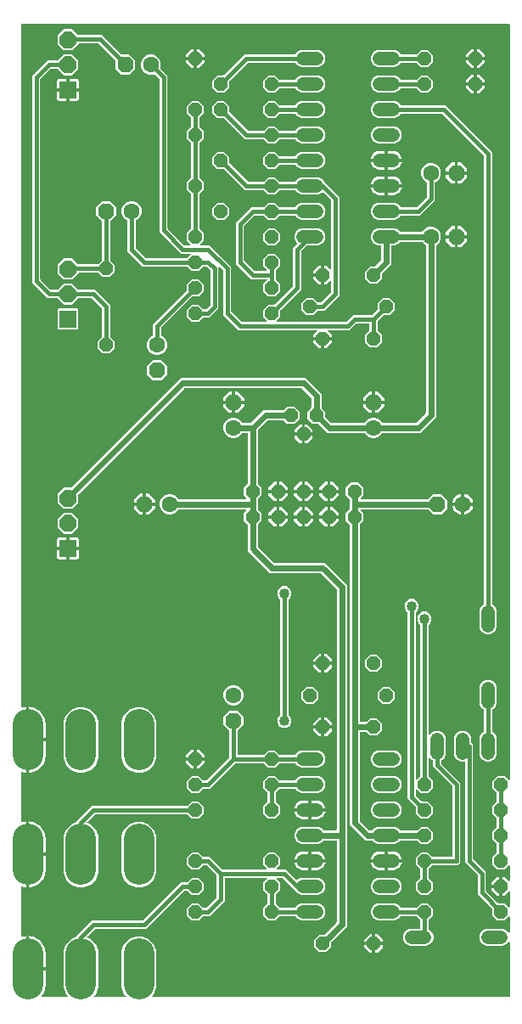
<source format=gtl>
G04 EAGLE Gerber RS-274X export*
G75*
%MOMM*%
%FSLAX34Y34*%
%LPD*%
%INTop Copper*%
%IPPOS*%
%AMOC8*
5,1,8,0,0,1.08239X$1,22.5*%
G01*
%ADD10C,1.320800*%
%ADD11R,1.676400X1.676400*%
%ADD12P,1.814519X8X22.500000*%
%ADD13C,3.048000*%
%ADD14P,1.429621X8X22.500000*%
%ADD15P,1.429621X8X202.500000*%
%ADD16P,1.732040X8X22.500000*%
%ADD17C,1.600200*%
%ADD18P,1.429621X8X112.500000*%
%ADD19P,1.732040X8X202.500000*%
%ADD20P,1.732040X8X292.500000*%
%ADD21P,1.539592X8X22.500000*%
%ADD22P,1.732040X8X112.500000*%
%ADD23C,0.406400*%
%ADD24C,0.609600*%
%ADD25C,1.016000*%

G36*
X56505Y10172D02*
X56505Y10172D01*
X56577Y10174D01*
X56626Y10192D01*
X56677Y10200D01*
X56740Y10234D01*
X56808Y10259D01*
X56848Y10291D01*
X56894Y10316D01*
X56944Y10368D01*
X57000Y10412D01*
X57028Y10456D01*
X57064Y10494D01*
X57094Y10559D01*
X57133Y10619D01*
X57145Y10670D01*
X57167Y10717D01*
X57175Y10788D01*
X57193Y10858D01*
X57189Y10910D01*
X57194Y10961D01*
X57179Y11032D01*
X57174Y11103D01*
X57153Y11151D01*
X57142Y11202D01*
X57105Y11263D01*
X57077Y11329D01*
X57032Y11385D01*
X57016Y11413D01*
X56998Y11428D01*
X56972Y11460D01*
X55357Y13076D01*
X52727Y19424D01*
X52727Y56776D01*
X55357Y63124D01*
X60216Y67983D01*
X65315Y70095D01*
X65415Y70157D01*
X65515Y70217D01*
X65519Y70222D01*
X65524Y70225D01*
X65599Y70315D01*
X65675Y70404D01*
X65677Y70410D01*
X65681Y70415D01*
X65723Y70523D01*
X65767Y70632D01*
X65768Y70640D01*
X65769Y70644D01*
X65770Y70662D01*
X65785Y70799D01*
X65785Y71534D01*
X80866Y86615D01*
X131351Y86615D01*
X131441Y86629D01*
X131532Y86637D01*
X131562Y86649D01*
X131594Y86654D01*
X131674Y86697D01*
X131758Y86733D01*
X131790Y86759D01*
X131811Y86770D01*
X131833Y86793D01*
X131889Y86838D01*
X169766Y124715D01*
X175685Y124715D01*
X175775Y124729D01*
X175866Y124737D01*
X175896Y124749D01*
X175928Y124754D01*
X176009Y124797D01*
X176093Y124833D01*
X176125Y124859D01*
X176145Y124870D01*
X176168Y124893D01*
X176224Y124938D01*
X180573Y129287D01*
X187727Y129287D01*
X192787Y124227D01*
X192787Y117073D01*
X187727Y112013D01*
X180573Y112013D01*
X176224Y116362D01*
X176150Y116415D01*
X176080Y116475D01*
X176050Y116487D01*
X176024Y116506D01*
X175937Y116533D01*
X175852Y116567D01*
X175811Y116571D01*
X175789Y116578D01*
X175757Y116577D01*
X175685Y116585D01*
X173449Y116585D01*
X173359Y116571D01*
X173268Y116563D01*
X173238Y116551D01*
X173206Y116546D01*
X173126Y116503D01*
X173042Y116467D01*
X173010Y116441D01*
X172989Y116430D01*
X172967Y116407D01*
X172911Y116362D01*
X135034Y78485D01*
X84549Y78485D01*
X84459Y78471D01*
X84368Y78463D01*
X84338Y78451D01*
X84306Y78446D01*
X84226Y78403D01*
X84142Y78367D01*
X84110Y78341D01*
X84089Y78330D01*
X84067Y78307D01*
X84011Y78262D01*
X76310Y70562D01*
X76283Y70524D01*
X76249Y70493D01*
X76212Y70425D01*
X76166Y70362D01*
X76153Y70318D01*
X76131Y70278D01*
X76117Y70201D01*
X76094Y70127D01*
X76095Y70081D01*
X76087Y70036D01*
X76098Y69959D01*
X76100Y69881D01*
X76116Y69838D01*
X76123Y69792D01*
X76158Y69723D01*
X76185Y69650D01*
X76214Y69614D01*
X76234Y69573D01*
X76290Y69519D01*
X76339Y69458D01*
X76377Y69433D01*
X76410Y69401D01*
X76530Y69335D01*
X76545Y69325D01*
X76550Y69324D01*
X76557Y69320D01*
X79784Y67983D01*
X84643Y63124D01*
X87273Y56776D01*
X87273Y19424D01*
X84643Y13076D01*
X83028Y11460D01*
X82986Y11402D01*
X82936Y11350D01*
X82914Y11303D01*
X82884Y11261D01*
X82863Y11192D01*
X82833Y11127D01*
X82827Y11075D01*
X82812Y11025D01*
X82814Y10954D01*
X82806Y10883D01*
X82817Y10832D01*
X82818Y10780D01*
X82843Y10712D01*
X82858Y10642D01*
X82885Y10597D01*
X82903Y10549D01*
X82947Y10493D01*
X82984Y10431D01*
X83024Y10397D01*
X83056Y10357D01*
X83117Y10318D01*
X83171Y10271D01*
X83219Y10252D01*
X83263Y10224D01*
X83333Y10206D01*
X83399Y10179D01*
X83471Y10171D01*
X83502Y10163D01*
X83525Y10165D01*
X83566Y10161D01*
X114434Y10161D01*
X114505Y10172D01*
X114577Y10174D01*
X114626Y10192D01*
X114677Y10200D01*
X114740Y10234D01*
X114808Y10259D01*
X114848Y10291D01*
X114894Y10316D01*
X114944Y10368D01*
X115000Y10412D01*
X115028Y10456D01*
X115064Y10494D01*
X115094Y10559D01*
X115133Y10619D01*
X115145Y10670D01*
X115167Y10717D01*
X115175Y10788D01*
X115193Y10858D01*
X115189Y10910D01*
X115194Y10961D01*
X115179Y11032D01*
X115174Y11103D01*
X115153Y11151D01*
X115142Y11202D01*
X115105Y11263D01*
X115077Y11329D01*
X115032Y11385D01*
X115016Y11413D01*
X114998Y11428D01*
X114972Y11460D01*
X113357Y13076D01*
X110727Y19424D01*
X110727Y56776D01*
X113357Y63124D01*
X118216Y67983D01*
X124564Y70613D01*
X131436Y70613D01*
X137784Y67983D01*
X142643Y63124D01*
X145273Y56776D01*
X145273Y19424D01*
X142643Y13076D01*
X141028Y11460D01*
X140986Y11402D01*
X140936Y11350D01*
X140914Y11303D01*
X140884Y11261D01*
X140863Y11192D01*
X140833Y11127D01*
X140827Y11075D01*
X140812Y11025D01*
X140814Y10954D01*
X140806Y10883D01*
X140817Y10832D01*
X140818Y10780D01*
X140843Y10712D01*
X140858Y10642D01*
X140885Y10597D01*
X140903Y10549D01*
X140947Y10493D01*
X140984Y10431D01*
X141024Y10397D01*
X141056Y10357D01*
X141117Y10318D01*
X141171Y10271D01*
X141219Y10252D01*
X141263Y10224D01*
X141333Y10206D01*
X141399Y10179D01*
X141471Y10171D01*
X141502Y10163D01*
X141525Y10165D01*
X141566Y10161D01*
X497078Y10161D01*
X497098Y10164D01*
X497117Y10162D01*
X497219Y10184D01*
X497321Y10200D01*
X497338Y10210D01*
X497358Y10214D01*
X497447Y10267D01*
X497538Y10316D01*
X497552Y10330D01*
X497569Y10340D01*
X497636Y10419D01*
X497708Y10494D01*
X497716Y10512D01*
X497729Y10527D01*
X497768Y10623D01*
X497811Y10717D01*
X497813Y10737D01*
X497821Y10755D01*
X497839Y10922D01*
X497839Y64433D01*
X497828Y64504D01*
X497826Y64576D01*
X497808Y64625D01*
X497800Y64676D01*
X497766Y64739D01*
X497741Y64807D01*
X497709Y64847D01*
X497684Y64893D01*
X497632Y64943D01*
X497588Y64999D01*
X497544Y65027D01*
X497506Y65063D01*
X497441Y65093D01*
X497381Y65132D01*
X497330Y65144D01*
X497283Y65166D01*
X497212Y65174D01*
X497142Y65192D01*
X497090Y65188D01*
X497039Y65193D01*
X496968Y65178D01*
X496897Y65173D01*
X496849Y65152D01*
X496798Y65141D01*
X496737Y65104D01*
X496671Y65076D01*
X496615Y65032D01*
X496587Y65015D01*
X496572Y64997D01*
X496540Y64972D01*
X494096Y62528D01*
X490922Y61213D01*
X474278Y61213D01*
X471104Y62528D01*
X468674Y64958D01*
X467359Y68132D01*
X467359Y71568D01*
X468674Y74742D01*
X471104Y77172D01*
X474278Y78487D01*
X490922Y78487D01*
X494096Y77172D01*
X496540Y74728D01*
X496598Y74687D01*
X496650Y74637D01*
X496697Y74615D01*
X496739Y74585D01*
X496808Y74564D01*
X496873Y74534D01*
X496925Y74528D01*
X496975Y74513D01*
X497046Y74514D01*
X497117Y74507D01*
X497168Y74518D01*
X497220Y74519D01*
X497288Y74544D01*
X497358Y74559D01*
X497403Y74585D01*
X497451Y74603D01*
X497507Y74648D01*
X497569Y74685D01*
X497603Y74725D01*
X497643Y74757D01*
X497682Y74817D01*
X497729Y74872D01*
X497748Y74920D01*
X497776Y74964D01*
X497794Y75033D01*
X497821Y75100D01*
X497829Y75171D01*
X497837Y75203D01*
X497835Y75226D01*
X497839Y75267D01*
X497839Y90087D01*
X497828Y90158D01*
X497826Y90230D01*
X497808Y90279D01*
X497800Y90330D01*
X497766Y90393D01*
X497741Y90461D01*
X497709Y90501D01*
X497684Y90547D01*
X497632Y90597D01*
X497588Y90653D01*
X497544Y90681D01*
X497506Y90717D01*
X497441Y90747D01*
X497381Y90786D01*
X497330Y90798D01*
X497283Y90820D01*
X497212Y90828D01*
X497142Y90846D01*
X497090Y90842D01*
X497039Y90848D01*
X496968Y90832D01*
X496897Y90827D01*
X496849Y90806D01*
X496798Y90795D01*
X496737Y90758D01*
X496671Y90730D01*
X496615Y90686D01*
X496587Y90669D01*
X496572Y90651D01*
X496540Y90626D01*
X492527Y86613D01*
X485373Y86613D01*
X480313Y91673D01*
X480313Y97823D01*
X480299Y97913D01*
X480291Y98004D01*
X480279Y98034D01*
X480274Y98066D01*
X480231Y98146D01*
X480195Y98230D01*
X480169Y98262D01*
X480158Y98283D01*
X480135Y98305D01*
X480090Y98361D01*
X465835Y112616D01*
X465835Y131351D01*
X465821Y131441D01*
X465813Y131532D01*
X465801Y131562D01*
X465796Y131594D01*
X465753Y131674D01*
X465717Y131758D01*
X465691Y131790D01*
X465680Y131811D01*
X465657Y131833D01*
X465612Y131889D01*
X453135Y144366D01*
X453135Y244348D01*
X453132Y244368D01*
X453134Y244387D01*
X453112Y244489D01*
X453096Y244591D01*
X453086Y244608D01*
X453082Y244628D01*
X453029Y244717D01*
X452980Y244808D01*
X452966Y244822D01*
X452956Y244839D01*
X452877Y244906D01*
X452802Y244978D01*
X452784Y244986D01*
X452769Y244999D01*
X452673Y245038D01*
X452579Y245081D01*
X452559Y245083D01*
X452541Y245091D01*
X452374Y245109D01*
X449132Y245109D01*
X445958Y246424D01*
X443528Y248854D01*
X442213Y252028D01*
X442213Y268672D01*
X443528Y271846D01*
X445958Y274276D01*
X449132Y275591D01*
X452568Y275591D01*
X455742Y274276D01*
X458172Y271846D01*
X459487Y268672D01*
X459487Y264127D01*
X459501Y264037D01*
X459509Y263946D01*
X459521Y263916D01*
X459526Y263884D01*
X459569Y263804D01*
X459605Y263720D01*
X459631Y263688D01*
X459642Y263667D01*
X459665Y263645D01*
X459710Y263589D01*
X461265Y262034D01*
X461265Y148049D01*
X461279Y147959D01*
X461287Y147868D01*
X461299Y147838D01*
X461304Y147806D01*
X461347Y147726D01*
X461383Y147642D01*
X461409Y147610D01*
X461420Y147589D01*
X461443Y147567D01*
X461488Y147511D01*
X473965Y135034D01*
X473965Y116299D01*
X473979Y116209D01*
X473987Y116118D01*
X473999Y116088D01*
X474004Y116056D01*
X474047Y115976D01*
X474083Y115892D01*
X474109Y115860D01*
X474120Y115839D01*
X474143Y115817D01*
X474188Y115761D01*
X485839Y104110D01*
X485913Y104057D01*
X485982Y103997D01*
X486012Y103985D01*
X486038Y103966D01*
X486125Y103939D01*
X486210Y103905D01*
X486251Y103901D01*
X486274Y103894D01*
X486306Y103895D01*
X486377Y103887D01*
X492527Y103887D01*
X496540Y99874D01*
X496598Y99833D01*
X496650Y99783D01*
X496697Y99761D01*
X496739Y99731D01*
X496808Y99710D01*
X496873Y99680D01*
X496925Y99674D01*
X496975Y99659D01*
X497046Y99660D01*
X497117Y99652D01*
X497168Y99664D01*
X497220Y99665D01*
X497288Y99690D01*
X497358Y99705D01*
X497403Y99731D01*
X497451Y99749D01*
X497507Y99794D01*
X497569Y99831D01*
X497603Y99870D01*
X497643Y99903D01*
X497682Y99963D01*
X497729Y100018D01*
X497748Y100066D01*
X497776Y100110D01*
X497794Y100179D01*
X497821Y100246D01*
X497829Y100317D01*
X497837Y100348D01*
X497835Y100372D01*
X497839Y100413D01*
X497839Y114769D01*
X497828Y114840D01*
X497826Y114911D01*
X497808Y114960D01*
X497800Y115012D01*
X497766Y115075D01*
X497741Y115142D01*
X497709Y115183D01*
X497684Y115229D01*
X497632Y115278D01*
X497588Y115334D01*
X497544Y115363D01*
X497506Y115398D01*
X497441Y115429D01*
X497381Y115467D01*
X497330Y115480D01*
X497283Y115502D01*
X497212Y115510D01*
X497142Y115527D01*
X497090Y115523D01*
X497039Y115529D01*
X496968Y115514D01*
X496897Y115508D01*
X496849Y115488D01*
X496798Y115477D01*
X496737Y115440D01*
X496671Y115412D01*
X496615Y115367D01*
X496587Y115351D01*
X496572Y115333D01*
X496540Y115307D01*
X492738Y111505D01*
X490473Y111505D01*
X490473Y119888D01*
X490470Y119908D01*
X490472Y119927D01*
X490450Y120029D01*
X490433Y120131D01*
X490424Y120148D01*
X490420Y120168D01*
X490367Y120257D01*
X490318Y120348D01*
X490304Y120362D01*
X490294Y120379D01*
X490215Y120446D01*
X490140Y120517D01*
X490122Y120526D01*
X490107Y120539D01*
X490011Y120577D01*
X489917Y120621D01*
X489897Y120623D01*
X489879Y120631D01*
X489712Y120649D01*
X488949Y120649D01*
X488949Y120651D01*
X489712Y120651D01*
X489732Y120654D01*
X489751Y120652D01*
X489853Y120674D01*
X489955Y120691D01*
X489972Y120700D01*
X489992Y120704D01*
X490081Y120757D01*
X490172Y120806D01*
X490186Y120820D01*
X490203Y120830D01*
X490270Y120909D01*
X490341Y120984D01*
X490350Y121002D01*
X490363Y121017D01*
X490402Y121113D01*
X490445Y121207D01*
X490447Y121227D01*
X490455Y121245D01*
X490473Y121412D01*
X490473Y129795D01*
X492738Y129795D01*
X496540Y125993D01*
X496598Y125951D01*
X496650Y125902D01*
X496697Y125880D01*
X496739Y125849D01*
X496808Y125828D01*
X496873Y125798D01*
X496925Y125792D01*
X496975Y125777D01*
X497046Y125779D01*
X497117Y125771D01*
X497168Y125782D01*
X497220Y125783D01*
X497288Y125808D01*
X497358Y125823D01*
X497403Y125850D01*
X497451Y125868D01*
X497507Y125913D01*
X497569Y125949D01*
X497603Y125989D01*
X497643Y126021D01*
X497682Y126082D01*
X497729Y126136D01*
X497748Y126185D01*
X497776Y126228D01*
X497794Y126298D01*
X497821Y126364D01*
X497829Y126436D01*
X497837Y126467D01*
X497835Y126490D01*
X497839Y126531D01*
X497839Y140887D01*
X497828Y140958D01*
X497826Y141030D01*
X497808Y141079D01*
X497800Y141130D01*
X497766Y141193D01*
X497741Y141261D01*
X497709Y141301D01*
X497684Y141347D01*
X497632Y141397D01*
X497588Y141453D01*
X497544Y141481D01*
X497506Y141517D01*
X497441Y141547D01*
X497381Y141586D01*
X497330Y141598D01*
X497283Y141620D01*
X497212Y141628D01*
X497142Y141646D01*
X497090Y141642D01*
X497039Y141648D01*
X496968Y141632D01*
X496897Y141627D01*
X496849Y141606D01*
X496798Y141595D01*
X496737Y141558D01*
X496671Y141530D01*
X496615Y141486D01*
X496587Y141469D01*
X496572Y141451D01*
X496540Y141426D01*
X492527Y137413D01*
X485373Y137413D01*
X480313Y142473D01*
X480313Y149627D01*
X484662Y153976D01*
X484715Y154050D01*
X484775Y154120D01*
X484787Y154150D01*
X484806Y154176D01*
X484833Y154263D01*
X484867Y154348D01*
X484871Y154389D01*
X484878Y154411D01*
X484877Y154443D01*
X484885Y154515D01*
X484885Y162985D01*
X484871Y163075D01*
X484863Y163166D01*
X484851Y163196D01*
X484846Y163228D01*
X484803Y163309D01*
X484767Y163393D01*
X484741Y163425D01*
X484730Y163445D01*
X484707Y163468D01*
X484662Y163524D01*
X480313Y167873D01*
X480313Y175027D01*
X484662Y179376D01*
X484715Y179450D01*
X484723Y179459D01*
X484754Y179491D01*
X484757Y179499D01*
X484775Y179520D01*
X484787Y179550D01*
X484806Y179576D01*
X484831Y179659D01*
X484857Y179714D01*
X484859Y179728D01*
X484867Y179748D01*
X484871Y179789D01*
X484878Y179811D01*
X484877Y179843D01*
X484885Y179915D01*
X484885Y188385D01*
X484871Y188475D01*
X484863Y188566D01*
X484851Y188596D01*
X484846Y188628D01*
X484803Y188709D01*
X484767Y188793D01*
X484741Y188825D01*
X484730Y188845D01*
X484707Y188868D01*
X484662Y188924D01*
X480313Y193273D01*
X480313Y200427D01*
X484662Y204776D01*
X484715Y204850D01*
X484775Y204920D01*
X484787Y204950D01*
X484806Y204976D01*
X484833Y205063D01*
X484867Y205148D01*
X484871Y205189D01*
X484878Y205211D01*
X484877Y205243D01*
X484885Y205315D01*
X484885Y213785D01*
X484871Y213875D01*
X484863Y213966D01*
X484851Y213996D01*
X484846Y214028D01*
X484803Y214109D01*
X484767Y214193D01*
X484741Y214225D01*
X484730Y214245D01*
X484707Y214268D01*
X484662Y214324D01*
X480313Y218673D01*
X480313Y225827D01*
X485373Y230887D01*
X492527Y230887D01*
X496540Y226874D01*
X496598Y226833D01*
X496650Y226783D01*
X496697Y226761D01*
X496739Y226731D01*
X496808Y226710D01*
X496873Y226680D01*
X496925Y226674D01*
X496975Y226659D01*
X497046Y226660D01*
X497117Y226652D01*
X497168Y226664D01*
X497220Y226665D01*
X497288Y226690D01*
X497358Y226705D01*
X497403Y226731D01*
X497451Y226749D01*
X497507Y226794D01*
X497569Y226831D01*
X497603Y226870D01*
X497643Y226903D01*
X497682Y226963D01*
X497729Y227018D01*
X497748Y227066D01*
X497776Y227110D01*
X497794Y227179D01*
X497821Y227246D01*
X497829Y227317D01*
X497837Y227348D01*
X497835Y227372D01*
X497839Y227413D01*
X497839Y979678D01*
X497836Y979698D01*
X497838Y979717D01*
X497816Y979819D01*
X497800Y979921D01*
X497790Y979938D01*
X497786Y979958D01*
X497733Y980047D01*
X497684Y980138D01*
X497670Y980152D01*
X497660Y980169D01*
X497581Y980236D01*
X497506Y980308D01*
X497488Y980316D01*
X497473Y980329D01*
X497377Y980368D01*
X497283Y980411D01*
X497263Y980413D01*
X497245Y980421D01*
X497078Y980439D01*
X10922Y980439D01*
X10902Y980436D01*
X10883Y980438D01*
X10781Y980416D01*
X10679Y980400D01*
X10662Y980390D01*
X10642Y980386D01*
X10553Y980333D01*
X10462Y980284D01*
X10448Y980270D01*
X10431Y980260D01*
X10364Y980181D01*
X10292Y980106D01*
X10284Y980088D01*
X10271Y980073D01*
X10232Y979977D01*
X10189Y979883D01*
X10187Y979863D01*
X10179Y979845D01*
X10161Y979678D01*
X10161Y299492D01*
X10168Y299447D01*
X10166Y299401D01*
X10188Y299326D01*
X10200Y299249D01*
X10222Y299209D01*
X10235Y299165D01*
X10279Y299101D01*
X10316Y299032D01*
X10349Y299000D01*
X10375Y298963D01*
X10437Y298916D01*
X10494Y298863D01*
X10536Y298843D01*
X10573Y298816D01*
X10647Y298792D01*
X10717Y298759D01*
X10763Y298754D01*
X10806Y298740D01*
X10884Y298740D01*
X10961Y298732D01*
X11006Y298742D01*
X11052Y298742D01*
X11183Y298780D01*
X11202Y298784D01*
X11206Y298787D01*
X11213Y298789D01*
X11272Y298813D01*
X13524Y299416D01*
X15477Y299674D01*
X15477Y267462D01*
X15480Y267443D01*
X15478Y267424D01*
X15478Y267423D01*
X15500Y267321D01*
X15517Y267219D01*
X15526Y267202D01*
X15530Y267182D01*
X15583Y267093D01*
X15632Y267002D01*
X15646Y266988D01*
X15656Y266971D01*
X15735Y266904D01*
X15810Y266833D01*
X15828Y266824D01*
X15843Y266811D01*
X15939Y266773D01*
X16033Y266729D01*
X16053Y266727D01*
X16071Y266719D01*
X16238Y266701D01*
X17001Y266701D01*
X17001Y266699D01*
X16238Y266699D01*
X16218Y266696D01*
X16199Y266698D01*
X16097Y266676D01*
X15995Y266659D01*
X15978Y266650D01*
X15958Y266646D01*
X15869Y266593D01*
X15778Y266544D01*
X15764Y266530D01*
X15747Y266520D01*
X15680Y266441D01*
X15609Y266366D01*
X15600Y266348D01*
X15587Y266333D01*
X15548Y266237D01*
X15505Y266143D01*
X15503Y266123D01*
X15495Y266105D01*
X15477Y265938D01*
X15477Y233726D01*
X13524Y233984D01*
X11272Y234587D01*
X11213Y234611D01*
X11169Y234622D01*
X11127Y234641D01*
X11050Y234650D01*
X10974Y234667D01*
X10928Y234663D01*
X10883Y234668D01*
X10806Y234652D01*
X10729Y234644D01*
X10687Y234626D01*
X10642Y234616D01*
X10575Y234576D01*
X10504Y234544D01*
X10470Y234513D01*
X10431Y234490D01*
X10380Y234431D01*
X10323Y234378D01*
X10301Y234338D01*
X10271Y234303D01*
X10242Y234231D01*
X10205Y234163D01*
X10196Y234117D01*
X10179Y234075D01*
X10164Y233939D01*
X10161Y233921D01*
X10162Y233915D01*
X10161Y233908D01*
X10161Y185192D01*
X10168Y185147D01*
X10166Y185101D01*
X10188Y185026D01*
X10200Y184949D01*
X10222Y184909D01*
X10235Y184865D01*
X10279Y184801D01*
X10316Y184732D01*
X10349Y184700D01*
X10375Y184663D01*
X10437Y184616D01*
X10494Y184563D01*
X10536Y184543D01*
X10573Y184516D01*
X10647Y184492D01*
X10717Y184459D01*
X10763Y184454D01*
X10806Y184440D01*
X10884Y184440D01*
X10961Y184432D01*
X11006Y184442D01*
X11052Y184442D01*
X11183Y184480D01*
X11202Y184484D01*
X11206Y184487D01*
X11213Y184489D01*
X11272Y184513D01*
X13524Y185116D01*
X15477Y185374D01*
X15477Y153162D01*
X15480Y153142D01*
X15478Y153123D01*
X15500Y153021D01*
X15517Y152919D01*
X15526Y152902D01*
X15530Y152882D01*
X15583Y152793D01*
X15632Y152702D01*
X15646Y152688D01*
X15656Y152671D01*
X15735Y152604D01*
X15810Y152533D01*
X15828Y152524D01*
X15843Y152511D01*
X15939Y152473D01*
X16033Y152429D01*
X16053Y152427D01*
X16071Y152419D01*
X16238Y152401D01*
X17001Y152401D01*
X17001Y152399D01*
X16238Y152399D01*
X16218Y152396D01*
X16199Y152398D01*
X16097Y152376D01*
X15995Y152359D01*
X15978Y152350D01*
X15958Y152346D01*
X15869Y152293D01*
X15778Y152244D01*
X15764Y152230D01*
X15747Y152220D01*
X15680Y152141D01*
X15609Y152066D01*
X15600Y152048D01*
X15587Y152033D01*
X15548Y151937D01*
X15505Y151843D01*
X15503Y151823D01*
X15495Y151805D01*
X15477Y151638D01*
X15477Y119426D01*
X13524Y119684D01*
X11272Y120287D01*
X11213Y120311D01*
X11169Y120322D01*
X11127Y120341D01*
X11050Y120350D01*
X10974Y120367D01*
X10928Y120363D01*
X10883Y120368D01*
X10806Y120352D01*
X10729Y120344D01*
X10687Y120326D01*
X10642Y120316D01*
X10575Y120276D01*
X10504Y120244D01*
X10470Y120213D01*
X10431Y120190D01*
X10380Y120131D01*
X10323Y120078D01*
X10301Y120038D01*
X10271Y120003D01*
X10242Y119931D01*
X10205Y119863D01*
X10196Y119817D01*
X10179Y119775D01*
X10164Y119639D01*
X10161Y119621D01*
X10162Y119615D01*
X10161Y119608D01*
X10161Y70892D01*
X10168Y70847D01*
X10166Y70801D01*
X10188Y70726D01*
X10200Y70649D01*
X10222Y70609D01*
X10235Y70565D01*
X10279Y70501D01*
X10316Y70432D01*
X10349Y70400D01*
X10375Y70363D01*
X10438Y70316D01*
X10494Y70263D01*
X10536Y70243D01*
X10572Y70216D01*
X10646Y70192D01*
X10717Y70159D01*
X10763Y70154D01*
X10806Y70140D01*
X10884Y70140D01*
X10961Y70132D01*
X11006Y70142D01*
X11052Y70142D01*
X11184Y70180D01*
X11202Y70184D01*
X11206Y70187D01*
X11213Y70189D01*
X11272Y70213D01*
X13524Y70816D01*
X15477Y71074D01*
X15477Y38862D01*
X15480Y38842D01*
X15478Y38823D01*
X15500Y38721D01*
X15517Y38619D01*
X15526Y38602D01*
X15530Y38582D01*
X15583Y38493D01*
X15632Y38402D01*
X15646Y38388D01*
X15656Y38371D01*
X15735Y38304D01*
X15810Y38233D01*
X15828Y38224D01*
X15843Y38211D01*
X15939Y38173D01*
X16033Y38129D01*
X16053Y38127D01*
X16071Y38119D01*
X16238Y38101D01*
X17001Y38101D01*
X17001Y37338D01*
X17004Y37318D01*
X17002Y37299D01*
X17024Y37197D01*
X17041Y37095D01*
X17050Y37078D01*
X17054Y37058D01*
X17107Y36969D01*
X17156Y36878D01*
X17170Y36864D01*
X17180Y36847D01*
X17259Y36780D01*
X17334Y36709D01*
X17352Y36700D01*
X17367Y36687D01*
X17463Y36648D01*
X17557Y36605D01*
X17577Y36603D01*
X17595Y36595D01*
X17762Y36577D01*
X34781Y36577D01*
X34781Y21695D01*
X34476Y19384D01*
X33873Y17132D01*
X32981Y14979D01*
X31816Y12960D01*
X30607Y11385D01*
X30597Y11366D01*
X30582Y11350D01*
X30539Y11258D01*
X30491Y11169D01*
X30487Y11147D01*
X30478Y11127D01*
X30467Y11026D01*
X30450Y10926D01*
X30453Y10904D01*
X30451Y10883D01*
X30473Y10783D01*
X30488Y10683D01*
X30499Y10664D01*
X30503Y10642D01*
X30555Y10555D01*
X30602Y10465D01*
X30618Y10450D01*
X30629Y10431D01*
X30707Y10365D01*
X30780Y10295D01*
X30800Y10285D01*
X30816Y10271D01*
X30911Y10233D01*
X31002Y10190D01*
X31024Y10187D01*
X31045Y10179D01*
X31211Y10161D01*
X56434Y10161D01*
X56505Y10172D01*
G37*
%LPC*%
G36*
X358373Y658113D02*
X358373Y658113D01*
X353313Y663173D01*
X353313Y670327D01*
X357662Y674676D01*
X357715Y674750D01*
X357775Y674820D01*
X357787Y674850D01*
X357806Y674876D01*
X357833Y674963D01*
X357867Y675048D01*
X357871Y675089D01*
X357878Y675111D01*
X357877Y675143D01*
X357885Y675215D01*
X357885Y680974D01*
X357882Y680994D01*
X357884Y681013D01*
X357862Y681115D01*
X357846Y681217D01*
X357836Y681234D01*
X357832Y681254D01*
X357779Y681343D01*
X357730Y681434D01*
X357716Y681448D01*
X357706Y681465D01*
X357627Y681532D01*
X357552Y681604D01*
X357534Y681612D01*
X357519Y681625D01*
X357423Y681664D01*
X357329Y681707D01*
X357309Y681709D01*
X357291Y681717D01*
X357124Y681735D01*
X344899Y681735D01*
X344809Y681721D01*
X344718Y681713D01*
X344688Y681701D01*
X344656Y681696D01*
X344576Y681653D01*
X344492Y681617D01*
X344460Y681591D01*
X344439Y681580D01*
X344417Y681557D01*
X344361Y681512D01*
X338234Y675385D01*
X317285Y675385D01*
X317214Y675374D01*
X317143Y675372D01*
X317094Y675354D01*
X317042Y675346D01*
X316979Y675312D01*
X316912Y675287D01*
X316871Y675255D01*
X316825Y675230D01*
X316776Y675178D01*
X316720Y675134D01*
X316691Y675090D01*
X316656Y675052D01*
X316625Y674987D01*
X316587Y674927D01*
X316574Y674876D01*
X316552Y674829D01*
X316544Y674758D01*
X316527Y674688D01*
X316531Y674636D01*
X316525Y674585D01*
X316540Y674514D01*
X316546Y674443D01*
X316566Y674395D01*
X316577Y674344D01*
X316614Y674283D01*
X316642Y674217D01*
X316687Y674161D01*
X316703Y674133D01*
X316721Y674118D01*
X316747Y674086D01*
X320295Y670538D01*
X320295Y668273D01*
X311912Y668273D01*
X311892Y668270D01*
X311873Y668272D01*
X311771Y668250D01*
X311669Y668233D01*
X311652Y668224D01*
X311632Y668220D01*
X311543Y668167D01*
X311452Y668118D01*
X311438Y668104D01*
X311421Y668094D01*
X311354Y668015D01*
X311283Y667940D01*
X311274Y667922D01*
X311261Y667907D01*
X311223Y667811D01*
X311179Y667717D01*
X311177Y667697D01*
X311169Y667679D01*
X311151Y667512D01*
X311151Y666749D01*
X311149Y666749D01*
X311149Y667512D01*
X311146Y667532D01*
X311148Y667551D01*
X311126Y667653D01*
X311109Y667755D01*
X311100Y667772D01*
X311096Y667792D01*
X311043Y667881D01*
X310994Y667972D01*
X310980Y667986D01*
X310970Y668003D01*
X310891Y668070D01*
X310816Y668141D01*
X310798Y668150D01*
X310783Y668163D01*
X310687Y668202D01*
X310593Y668245D01*
X310573Y668247D01*
X310555Y668255D01*
X310388Y668273D01*
X302005Y668273D01*
X302005Y670538D01*
X305553Y674086D01*
X305595Y674144D01*
X305644Y674196D01*
X305666Y674243D01*
X305697Y674285D01*
X305718Y674354D01*
X305748Y674419D01*
X305754Y674471D01*
X305769Y674521D01*
X305767Y674592D01*
X305775Y674663D01*
X305764Y674714D01*
X305763Y674766D01*
X305738Y674834D01*
X305723Y674904D01*
X305696Y674949D01*
X305678Y674997D01*
X305633Y675053D01*
X305597Y675115D01*
X305557Y675149D01*
X305525Y675189D01*
X305464Y675228D01*
X305410Y675275D01*
X305361Y675294D01*
X305318Y675322D01*
X305248Y675340D01*
X305182Y675367D01*
X305110Y675375D01*
X305079Y675383D01*
X305056Y675381D01*
X305015Y675385D01*
X226916Y675385D01*
X211835Y690466D01*
X211835Y734601D01*
X211821Y734691D01*
X211813Y734782D01*
X211801Y734812D01*
X211796Y734844D01*
X211753Y734924D01*
X211717Y735008D01*
X211691Y735041D01*
X211680Y735061D01*
X211657Y735083D01*
X211612Y735139D01*
X208564Y738187D01*
X208506Y738229D01*
X208454Y738279D01*
X208407Y738301D01*
X208365Y738331D01*
X208296Y738352D01*
X208231Y738382D01*
X208179Y738388D01*
X208129Y738403D01*
X208058Y738401D01*
X207987Y738409D01*
X207936Y738398D01*
X207884Y738397D01*
X207816Y738372D01*
X207746Y738357D01*
X207701Y738330D01*
X207653Y738312D01*
X207597Y738268D01*
X207535Y738231D01*
X207501Y738191D01*
X207461Y738159D01*
X207422Y738098D01*
X207375Y738044D01*
X207356Y737996D01*
X207328Y737952D01*
X207310Y737882D01*
X207283Y737816D01*
X207275Y737744D01*
X207267Y737713D01*
X207269Y737690D01*
X207265Y737649D01*
X207265Y696816D01*
X204661Y694212D01*
X198534Y688085D01*
X192615Y688085D01*
X192525Y688071D01*
X192434Y688063D01*
X192404Y688051D01*
X192372Y688046D01*
X192291Y688003D01*
X192207Y687967D01*
X192175Y687941D01*
X192155Y687930D01*
X192132Y687907D01*
X192076Y687862D01*
X187727Y683513D01*
X180573Y683513D01*
X175513Y688573D01*
X175513Y695727D01*
X180573Y700787D01*
X187727Y700787D01*
X192076Y696438D01*
X192150Y696385D01*
X192220Y696325D01*
X192250Y696313D01*
X192276Y696294D01*
X192363Y696267D01*
X192448Y696233D01*
X192489Y696229D01*
X192511Y696222D01*
X192543Y696223D01*
X192615Y696215D01*
X194851Y696215D01*
X194941Y696229D01*
X195032Y696237D01*
X195062Y696249D01*
X195094Y696254D01*
X195174Y696297D01*
X195258Y696333D01*
X195291Y696359D01*
X195311Y696370D01*
X195333Y696393D01*
X195389Y696438D01*
X198912Y699961D01*
X198965Y700035D01*
X199025Y700104D01*
X199037Y700134D01*
X199056Y700160D01*
X199083Y700247D01*
X199117Y700332D01*
X199121Y700373D01*
X199128Y700395D01*
X199127Y700428D01*
X199135Y700499D01*
X199135Y734601D01*
X199121Y734691D01*
X199113Y734782D01*
X199101Y734812D01*
X199096Y734844D01*
X199053Y734924D01*
X199017Y735008D01*
X198991Y735040D01*
X198980Y735061D01*
X198957Y735083D01*
X198912Y735139D01*
X195389Y738662D01*
X195315Y738715D01*
X195246Y738775D01*
X195216Y738787D01*
X195190Y738806D01*
X195103Y738833D01*
X195018Y738867D01*
X194977Y738871D01*
X194954Y738878D01*
X194922Y738877D01*
X194851Y738885D01*
X192615Y738885D01*
X192525Y738871D01*
X192434Y738863D01*
X192404Y738851D01*
X192372Y738846D01*
X192291Y738803D01*
X192207Y738767D01*
X192175Y738741D01*
X192155Y738730D01*
X192132Y738707D01*
X192076Y738662D01*
X187727Y734313D01*
X180573Y734313D01*
X176224Y738662D01*
X176150Y738715D01*
X176080Y738775D01*
X176050Y738787D01*
X176024Y738806D01*
X175937Y738833D01*
X175852Y738867D01*
X175811Y738871D01*
X175789Y738878D01*
X175757Y738877D01*
X175685Y738885D01*
X131666Y738885D01*
X116585Y753966D01*
X116585Y784065D01*
X116566Y784179D01*
X116549Y784296D01*
X116547Y784301D01*
X116546Y784307D01*
X116491Y784410D01*
X116438Y784515D01*
X116433Y784519D01*
X116430Y784525D01*
X116346Y784605D01*
X116262Y784687D01*
X116256Y784691D01*
X116252Y784694D01*
X116235Y784702D01*
X116115Y784768D01*
X114966Y785244D01*
X112144Y788066D01*
X110616Y791754D01*
X110616Y795746D01*
X112144Y799434D01*
X114966Y802256D01*
X118654Y803784D01*
X122646Y803784D01*
X126334Y802256D01*
X129156Y799434D01*
X130684Y795746D01*
X130684Y791754D01*
X129156Y788066D01*
X126334Y785244D01*
X125185Y784768D01*
X125085Y784706D01*
X124985Y784646D01*
X124981Y784642D01*
X124976Y784638D01*
X124901Y784549D01*
X124825Y784459D01*
X124823Y784454D01*
X124819Y784449D01*
X124777Y784340D01*
X124733Y784231D01*
X124732Y784224D01*
X124731Y784219D01*
X124730Y784201D01*
X124715Y784065D01*
X124715Y757649D01*
X124729Y757559D01*
X124737Y757468D01*
X124749Y757438D01*
X124754Y757406D01*
X124797Y757326D01*
X124833Y757242D01*
X124859Y757210D01*
X124870Y757189D01*
X124893Y757167D01*
X124938Y757111D01*
X134811Y747238D01*
X134885Y747185D01*
X134954Y747125D01*
X134984Y747113D01*
X135010Y747094D01*
X135097Y747067D01*
X135182Y747033D01*
X135223Y747029D01*
X135246Y747022D01*
X135278Y747023D01*
X135349Y747015D01*
X175685Y747015D01*
X175775Y747029D01*
X175866Y747037D01*
X175896Y747049D01*
X175928Y747054D01*
X176008Y747097D01*
X176093Y747133D01*
X176125Y747159D01*
X176145Y747170D01*
X176167Y747193D01*
X176224Y747238D01*
X179272Y750286D01*
X179313Y750344D01*
X179363Y750396D01*
X179385Y750443D01*
X179415Y750485D01*
X179436Y750554D01*
X179466Y750619D01*
X179472Y750671D01*
X179487Y750721D01*
X179486Y750792D01*
X179494Y750863D01*
X179482Y750914D01*
X179481Y750966D01*
X179456Y751034D01*
X179441Y751104D01*
X179415Y751149D01*
X179397Y751197D01*
X179352Y751253D01*
X179315Y751315D01*
X179276Y751349D01*
X179243Y751389D01*
X179183Y751428D01*
X179128Y751475D01*
X179080Y751494D01*
X179036Y751522D01*
X178967Y751540D01*
X178900Y751567D01*
X178829Y751575D01*
X178798Y751583D01*
X178774Y751581D01*
X178733Y751585D01*
X169766Y751585D01*
X148335Y773016D01*
X148335Y925101D01*
X148321Y925191D01*
X148313Y925282D01*
X148301Y925312D01*
X148296Y925344D01*
X148253Y925424D01*
X148217Y925508D01*
X148191Y925540D01*
X148180Y925561D01*
X148157Y925583D01*
X148112Y925639D01*
X143674Y930077D01*
X143579Y930146D01*
X143486Y930215D01*
X143480Y930217D01*
X143475Y930221D01*
X143363Y930255D01*
X143252Y930291D01*
X143246Y930291D01*
X143240Y930293D01*
X143123Y930290D01*
X143006Y930289D01*
X142999Y930287D01*
X142994Y930287D01*
X142976Y930280D01*
X142845Y930242D01*
X141696Y929766D01*
X137704Y929766D01*
X134016Y931294D01*
X131194Y934116D01*
X129666Y937804D01*
X129666Y941796D01*
X131194Y945484D01*
X134016Y948306D01*
X137704Y949834D01*
X141696Y949834D01*
X145384Y948306D01*
X148206Y945484D01*
X149734Y941796D01*
X149734Y937804D01*
X149258Y936655D01*
X149231Y936542D01*
X149203Y936428D01*
X149203Y936422D01*
X149202Y936416D01*
X149213Y936299D01*
X149222Y936183D01*
X149224Y936177D01*
X149225Y936171D01*
X149273Y936063D01*
X149318Y935957D01*
X149323Y935951D01*
X149325Y935946D01*
X149338Y935932D01*
X149423Y935826D01*
X153861Y931388D01*
X156465Y928784D01*
X156465Y776699D01*
X156479Y776609D01*
X156487Y776518D01*
X156499Y776488D01*
X156504Y776456D01*
X156547Y776376D01*
X156583Y776292D01*
X156609Y776260D01*
X156620Y776239D01*
X156643Y776217D01*
X156688Y776161D01*
X172911Y759938D01*
X172985Y759885D01*
X173054Y759825D01*
X173084Y759813D01*
X173110Y759794D01*
X173197Y759767D01*
X173282Y759733D01*
X173323Y759729D01*
X173346Y759722D01*
X173378Y759723D01*
X173449Y759715D01*
X178733Y759715D01*
X178804Y759726D01*
X178876Y759728D01*
X178925Y759746D01*
X178976Y759754D01*
X179039Y759788D01*
X179107Y759813D01*
X179147Y759845D01*
X179193Y759870D01*
X179243Y759922D01*
X179299Y759966D01*
X179327Y760010D01*
X179363Y760048D01*
X179393Y760113D01*
X179432Y760173D01*
X179444Y760224D01*
X179466Y760271D01*
X179474Y760342D01*
X179492Y760412D01*
X179488Y760464D01*
X179494Y760515D01*
X179478Y760586D01*
X179473Y760657D01*
X179452Y760705D01*
X179441Y760756D01*
X179404Y760817D01*
X179376Y760883D01*
X179332Y760939D01*
X179315Y760967D01*
X179297Y760982D01*
X179272Y761014D01*
X175513Y764773D01*
X175513Y771927D01*
X179862Y776276D01*
X179915Y776350D01*
X179975Y776420D01*
X179987Y776450D01*
X180006Y776476D01*
X180033Y776563D01*
X180067Y776648D01*
X180071Y776689D01*
X180078Y776711D01*
X180077Y776743D01*
X180085Y776815D01*
X180085Y810685D01*
X180071Y810775D01*
X180063Y810866D01*
X180051Y810896D01*
X180046Y810928D01*
X180003Y811009D01*
X179967Y811093D01*
X179941Y811125D01*
X179930Y811145D01*
X179907Y811168D01*
X179862Y811224D01*
X175513Y815573D01*
X175513Y822727D01*
X179862Y827076D01*
X179915Y827150D01*
X179975Y827220D01*
X179987Y827250D01*
X180006Y827276D01*
X180033Y827363D01*
X180067Y827448D01*
X180071Y827489D01*
X180078Y827511D01*
X180077Y827543D01*
X180085Y827615D01*
X180085Y861485D01*
X180071Y861575D01*
X180063Y861666D01*
X180051Y861696D01*
X180046Y861728D01*
X180003Y861809D01*
X179967Y861893D01*
X179941Y861925D01*
X179930Y861945D01*
X179907Y861968D01*
X179862Y862024D01*
X175513Y866373D01*
X175513Y873527D01*
X179862Y877876D01*
X179915Y877950D01*
X179975Y878020D01*
X179987Y878050D01*
X180006Y878076D01*
X180033Y878163D01*
X180067Y878248D01*
X180071Y878289D01*
X180078Y878311D01*
X180077Y878343D01*
X180085Y878415D01*
X180085Y886885D01*
X180071Y886975D01*
X180063Y887066D01*
X180051Y887096D01*
X180046Y887128D01*
X180003Y887209D01*
X179967Y887293D01*
X179941Y887325D01*
X179930Y887345D01*
X179907Y887368D01*
X179862Y887424D01*
X175513Y891773D01*
X175513Y898927D01*
X180573Y903987D01*
X187727Y903987D01*
X192787Y898927D01*
X192787Y891773D01*
X188438Y887424D01*
X188385Y887350D01*
X188325Y887280D01*
X188313Y887250D01*
X188294Y887224D01*
X188267Y887137D01*
X188233Y887052D01*
X188229Y887011D01*
X188222Y886989D01*
X188223Y886957D01*
X188215Y886885D01*
X188215Y878415D01*
X188229Y878325D01*
X188237Y878234D01*
X188249Y878204D01*
X188254Y878172D01*
X188297Y878091D01*
X188333Y878007D01*
X188359Y877975D01*
X188370Y877955D01*
X188393Y877932D01*
X188438Y877876D01*
X192787Y873527D01*
X192787Y866373D01*
X188438Y862024D01*
X188385Y861950D01*
X188325Y861880D01*
X188313Y861850D01*
X188294Y861824D01*
X188267Y861737D01*
X188233Y861652D01*
X188229Y861611D01*
X188222Y861589D01*
X188223Y861557D01*
X188215Y861485D01*
X188215Y827615D01*
X188229Y827525D01*
X188237Y827434D01*
X188249Y827404D01*
X188254Y827372D01*
X188297Y827291D01*
X188333Y827207D01*
X188359Y827175D01*
X188370Y827155D01*
X188393Y827132D01*
X188438Y827076D01*
X192787Y822727D01*
X192787Y815573D01*
X188438Y811224D01*
X188385Y811150D01*
X188325Y811080D01*
X188313Y811050D01*
X188294Y811024D01*
X188267Y810937D01*
X188233Y810852D01*
X188229Y810811D01*
X188222Y810789D01*
X188223Y810757D01*
X188215Y810685D01*
X188215Y776815D01*
X188229Y776725D01*
X188237Y776634D01*
X188249Y776604D01*
X188254Y776572D01*
X188297Y776491D01*
X188333Y776407D01*
X188359Y776375D01*
X188370Y776355D01*
X188393Y776332D01*
X188438Y776276D01*
X192787Y771927D01*
X192787Y764773D01*
X189028Y761014D01*
X188987Y760956D01*
X188937Y760904D01*
X188915Y760857D01*
X188885Y760815D01*
X188864Y760746D01*
X188834Y760681D01*
X188828Y760629D01*
X188813Y760579D01*
X188814Y760508D01*
X188806Y760437D01*
X188818Y760386D01*
X188819Y760334D01*
X188844Y760266D01*
X188859Y760196D01*
X188885Y760151D01*
X188903Y760103D01*
X188948Y760047D01*
X188985Y759985D01*
X189024Y759951D01*
X189057Y759911D01*
X189117Y759872D01*
X189172Y759825D01*
X189220Y759806D01*
X189264Y759778D01*
X189333Y759760D01*
X189400Y759733D01*
X189471Y759725D01*
X189502Y759717D01*
X189526Y759719D01*
X189567Y759715D01*
X198534Y759715D01*
X219965Y738284D01*
X219965Y694149D01*
X219979Y694059D01*
X219987Y693968D01*
X219999Y693938D01*
X220004Y693906D01*
X220047Y693826D01*
X220083Y693742D01*
X220109Y693710D01*
X220120Y693689D01*
X220143Y693667D01*
X220188Y693611D01*
X230061Y683738D01*
X230135Y683685D01*
X230204Y683625D01*
X230234Y683613D01*
X230260Y683594D01*
X230347Y683567D01*
X230432Y683533D01*
X230473Y683529D01*
X230496Y683522D01*
X230528Y683523D01*
X230599Y683515D01*
X254933Y683515D01*
X255004Y683526D01*
X255076Y683528D01*
X255125Y683546D01*
X255176Y683554D01*
X255239Y683588D01*
X255307Y683613D01*
X255347Y683645D01*
X255393Y683670D01*
X255443Y683722D01*
X255499Y683766D01*
X255527Y683810D01*
X255563Y683848D01*
X255593Y683913D01*
X255632Y683973D01*
X255644Y684024D01*
X255666Y684071D01*
X255674Y684142D01*
X255692Y684212D01*
X255688Y684264D01*
X255694Y684315D01*
X255678Y684386D01*
X255673Y684457D01*
X255652Y684505D01*
X255641Y684556D01*
X255604Y684617D01*
X255576Y684683D01*
X255532Y684739D01*
X255515Y684767D01*
X255497Y684782D01*
X255472Y684814D01*
X251713Y688573D01*
X251713Y695727D01*
X256773Y700787D01*
X262923Y700787D01*
X263013Y700801D01*
X263104Y700809D01*
X263134Y700821D01*
X263166Y700826D01*
X263246Y700869D01*
X263330Y700905D01*
X263362Y700931D01*
X263383Y700942D01*
X263405Y700965D01*
X263461Y701010D01*
X281462Y719011D01*
X281515Y719085D01*
X281575Y719154D01*
X281587Y719184D01*
X281606Y719210D01*
X281633Y719297D01*
X281667Y719382D01*
X281671Y719423D01*
X281678Y719446D01*
X281677Y719478D01*
X281685Y719549D01*
X281685Y757334D01*
X285628Y761277D01*
X285640Y761293D01*
X285656Y761305D01*
X285712Y761393D01*
X285772Y761477D01*
X285778Y761496D01*
X285789Y761512D01*
X285814Y761613D01*
X285844Y761712D01*
X285844Y761732D01*
X285849Y761751D01*
X285841Y761854D01*
X285838Y761958D01*
X285831Y761976D01*
X285830Y761996D01*
X285789Y762091D01*
X285754Y762189D01*
X285741Y762204D01*
X285733Y762222D01*
X285628Y762353D01*
X284524Y763458D01*
X283209Y766632D01*
X283209Y770068D01*
X284524Y773242D01*
X286954Y775672D01*
X290128Y776987D01*
X306772Y776987D01*
X309946Y775672D01*
X312376Y773242D01*
X313691Y770068D01*
X313691Y766632D01*
X312376Y763458D01*
X309946Y761028D01*
X306772Y759713D01*
X295877Y759713D01*
X295787Y759699D01*
X295696Y759691D01*
X295666Y759679D01*
X295634Y759674D01*
X295554Y759631D01*
X295470Y759595D01*
X295438Y759569D01*
X295417Y759558D01*
X295395Y759535D01*
X295339Y759490D01*
X290038Y754189D01*
X289985Y754115D01*
X289925Y754046D01*
X289913Y754016D01*
X289894Y753990D01*
X289867Y753903D01*
X289833Y753818D01*
X289829Y753777D01*
X289822Y753754D01*
X289823Y753722D01*
X289815Y753651D01*
X289815Y715866D01*
X269210Y695261D01*
X269157Y695187D01*
X269097Y695118D01*
X269085Y695088D01*
X269066Y695062D01*
X269039Y694975D01*
X269005Y694890D01*
X269001Y694849D01*
X268994Y694826D01*
X268995Y694794D01*
X268987Y694723D01*
X268987Y688573D01*
X265228Y684814D01*
X265187Y684756D01*
X265137Y684704D01*
X265115Y684657D01*
X265085Y684615D01*
X265064Y684546D01*
X265034Y684481D01*
X265028Y684429D01*
X265013Y684379D01*
X265014Y684308D01*
X265006Y684237D01*
X265018Y684186D01*
X265019Y684134D01*
X265044Y684066D01*
X265059Y683996D01*
X265085Y683951D01*
X265103Y683903D01*
X265148Y683847D01*
X265185Y683785D01*
X265224Y683751D01*
X265257Y683711D01*
X265317Y683672D01*
X265372Y683625D01*
X265420Y683606D01*
X265464Y683578D01*
X265533Y683560D01*
X265600Y683533D01*
X265671Y683525D01*
X265702Y683517D01*
X265726Y683519D01*
X265767Y683515D01*
X334551Y683515D01*
X334641Y683529D01*
X334732Y683537D01*
X334762Y683549D01*
X334794Y683554D01*
X334874Y683597D01*
X334958Y683633D01*
X334990Y683659D01*
X335011Y683670D01*
X335033Y683693D01*
X335089Y683738D01*
X341216Y689865D01*
X359951Y689865D01*
X360041Y689879D01*
X360132Y689887D01*
X360162Y689899D01*
X360194Y689904D01*
X360274Y689947D01*
X360358Y689983D01*
X360390Y690009D01*
X360411Y690020D01*
X360433Y690043D01*
X360489Y690088D01*
X365790Y695389D01*
X365843Y695463D01*
X365903Y695532D01*
X365915Y695562D01*
X365934Y695588D01*
X365961Y695675D01*
X365995Y695760D01*
X365999Y695801D01*
X366006Y695824D01*
X366005Y695856D01*
X366013Y695927D01*
X366013Y702077D01*
X371073Y707137D01*
X378227Y707137D01*
X383287Y702077D01*
X383287Y694923D01*
X378227Y689863D01*
X372077Y689863D01*
X371987Y689849D01*
X371896Y689841D01*
X371866Y689829D01*
X371834Y689824D01*
X371754Y689781D01*
X371670Y689745D01*
X371638Y689719D01*
X371617Y689708D01*
X371595Y689685D01*
X371539Y689640D01*
X366238Y684339D01*
X366185Y684265D01*
X366125Y684196D01*
X366113Y684166D01*
X366094Y684140D01*
X366067Y684053D01*
X366033Y683968D01*
X366029Y683927D01*
X366022Y683905D01*
X366023Y683872D01*
X366015Y683801D01*
X366015Y675215D01*
X366029Y675125D01*
X366037Y675034D01*
X366049Y675004D01*
X366054Y674972D01*
X366097Y674891D01*
X366133Y674807D01*
X366159Y674775D01*
X366170Y674755D01*
X366193Y674732D01*
X366238Y674676D01*
X370587Y670327D01*
X370587Y663173D01*
X365527Y658113D01*
X358373Y658113D01*
G37*
%LPD*%
%LPC*%
G36*
X307573Y54863D02*
X307573Y54863D01*
X302513Y59923D01*
X302513Y67077D01*
X307573Y72137D01*
X312286Y72137D01*
X312376Y72151D01*
X312467Y72159D01*
X312497Y72171D01*
X312529Y72176D01*
X312610Y72219D01*
X312693Y72255D01*
X312726Y72281D01*
X312746Y72292D01*
X312768Y72315D01*
X312824Y72360D01*
X324896Y84432D01*
X324949Y84505D01*
X325009Y84575D01*
X325021Y84605D01*
X325040Y84631D01*
X325067Y84718D01*
X325101Y84803D01*
X325105Y84844D01*
X325112Y84866D01*
X325111Y84899D01*
X325119Y84970D01*
X325119Y165608D01*
X325116Y165628D01*
X325118Y165647D01*
X325096Y165749D01*
X325080Y165851D01*
X325070Y165868D01*
X325066Y165888D01*
X325013Y165977D01*
X324964Y166068D01*
X324950Y166082D01*
X324940Y166099D01*
X324861Y166166D01*
X324786Y166238D01*
X324768Y166246D01*
X324753Y166259D01*
X324657Y166298D01*
X324563Y166341D01*
X324543Y166343D01*
X324525Y166351D01*
X324358Y166369D01*
X312503Y166369D01*
X312413Y166355D01*
X312322Y166347D01*
X312292Y166335D01*
X312260Y166330D01*
X312179Y166287D01*
X312095Y166251D01*
X312063Y166225D01*
X312043Y166214D01*
X312021Y166191D01*
X311964Y166146D01*
X309946Y164128D01*
X306772Y162813D01*
X290128Y162813D01*
X286954Y164128D01*
X284524Y166558D01*
X283209Y169732D01*
X283209Y173168D01*
X284524Y176342D01*
X286954Y178772D01*
X290128Y180087D01*
X306772Y180087D01*
X309946Y178772D01*
X311964Y176754D01*
X312038Y176701D01*
X312108Y176641D01*
X312138Y176629D01*
X312164Y176610D01*
X312251Y176583D01*
X312336Y176549D01*
X312377Y176545D01*
X312399Y176538D01*
X312431Y176539D01*
X312503Y176531D01*
X324358Y176531D01*
X324378Y176534D01*
X324397Y176532D01*
X324499Y176554D01*
X324601Y176570D01*
X324618Y176580D01*
X324638Y176584D01*
X324727Y176637D01*
X324818Y176686D01*
X324832Y176700D01*
X324849Y176710D01*
X324916Y176789D01*
X324988Y176864D01*
X324996Y176882D01*
X325009Y176897D01*
X325048Y176993D01*
X325091Y177087D01*
X325093Y177107D01*
X325101Y177125D01*
X325119Y177292D01*
X325119Y416680D01*
X325117Y416695D01*
X325118Y416708D01*
X325104Y416771D01*
X325097Y416861D01*
X325085Y416891D01*
X325080Y416923D01*
X325037Y417004D01*
X325001Y417087D01*
X324975Y417120D01*
X324964Y417140D01*
X324941Y417162D01*
X324896Y417218D01*
X309268Y432846D01*
X309195Y432899D01*
X309125Y432959D01*
X309095Y432971D01*
X309069Y432990D01*
X308982Y433017D01*
X308897Y433051D01*
X308856Y433055D01*
X308834Y433062D01*
X308801Y433061D01*
X308730Y433069D01*
X258245Y433069D01*
X255046Y436268D01*
X239418Y451896D01*
X236219Y455095D01*
X236219Y480783D01*
X236205Y480873D01*
X236197Y480964D01*
X236185Y480994D01*
X236180Y481026D01*
X236137Y481106D01*
X236101Y481190D01*
X236075Y481222D01*
X236064Y481243D01*
X236041Y481265D01*
X235996Y481321D01*
X232155Y485162D01*
X232155Y492738D01*
X234687Y495270D01*
X234729Y495328D01*
X234778Y495380D01*
X234800Y495427D01*
X234831Y495469D01*
X234852Y495538D01*
X234882Y495603D01*
X234888Y495655D01*
X234903Y495705D01*
X234901Y495776D01*
X234909Y495847D01*
X234898Y495898D01*
X234897Y495950D01*
X234872Y496018D01*
X234857Y496088D01*
X234830Y496133D01*
X234812Y496181D01*
X234767Y496237D01*
X234731Y496299D01*
X234691Y496333D01*
X234659Y496373D01*
X234598Y496412D01*
X234544Y496459D01*
X234495Y496478D01*
X234452Y496506D01*
X234382Y496524D01*
X234316Y496551D01*
X234244Y496559D01*
X234213Y496567D01*
X234190Y496565D01*
X234149Y496569D01*
X168015Y496569D01*
X167900Y496550D01*
X167784Y496533D01*
X167778Y496531D01*
X167772Y496530D01*
X167669Y496475D01*
X167564Y496422D01*
X167560Y496417D01*
X167554Y496414D01*
X167475Y496330D01*
X167392Y496246D01*
X167389Y496240D01*
X167385Y496236D01*
X167377Y496219D01*
X167311Y496099D01*
X167256Y495966D01*
X164434Y493144D01*
X160746Y491616D01*
X156754Y491616D01*
X153066Y493144D01*
X150244Y495966D01*
X148716Y499654D01*
X148716Y503646D01*
X150244Y507334D01*
X153066Y510156D01*
X156754Y511684D01*
X160746Y511684D01*
X164434Y510156D01*
X167256Y507334D01*
X167311Y507201D01*
X167373Y507101D01*
X167433Y507001D01*
X167438Y506997D01*
X167441Y506992D01*
X167531Y506917D01*
X167620Y506841D01*
X167626Y506839D01*
X167630Y506835D01*
X167738Y506793D01*
X167848Y506749D01*
X167855Y506748D01*
X167860Y506747D01*
X167878Y506746D01*
X168015Y506731D01*
X234149Y506731D01*
X234220Y506742D01*
X234291Y506744D01*
X234340Y506762D01*
X234392Y506770D01*
X234455Y506804D01*
X234522Y506829D01*
X234563Y506861D01*
X234609Y506886D01*
X234658Y506938D01*
X234714Y506982D01*
X234743Y507026D01*
X234778Y507064D01*
X234809Y507129D01*
X234847Y507189D01*
X234860Y507240D01*
X234882Y507287D01*
X234890Y507358D01*
X234907Y507428D01*
X234903Y507480D01*
X234909Y507531D01*
X234894Y507602D01*
X234888Y507673D01*
X234868Y507721D01*
X234857Y507772D01*
X234820Y507833D01*
X234792Y507899D01*
X234747Y507955D01*
X234731Y507983D01*
X234713Y507998D01*
X234687Y508030D01*
X232155Y510562D01*
X232155Y518138D01*
X235996Y521979D01*
X236044Y522045D01*
X236052Y522054D01*
X236055Y522059D01*
X236109Y522122D01*
X236121Y522152D01*
X236140Y522179D01*
X236167Y522266D01*
X236201Y522350D01*
X236205Y522391D01*
X236212Y522414D01*
X236211Y522446D01*
X236219Y522517D01*
X236219Y572008D01*
X236216Y572028D01*
X236218Y572047D01*
X236196Y572149D01*
X236180Y572251D01*
X236170Y572268D01*
X236166Y572288D01*
X236113Y572377D01*
X236064Y572468D01*
X236050Y572482D01*
X236040Y572499D01*
X235961Y572566D01*
X235886Y572638D01*
X235868Y572646D01*
X235853Y572659D01*
X235757Y572698D01*
X235663Y572741D01*
X235643Y572743D01*
X235625Y572751D01*
X235458Y572769D01*
X231515Y572769D01*
X231400Y572750D01*
X231284Y572733D01*
X231278Y572731D01*
X231272Y572730D01*
X231169Y572675D01*
X231064Y572622D01*
X231060Y572617D01*
X231054Y572614D01*
X230975Y572530D01*
X230892Y572446D01*
X230889Y572440D01*
X230885Y572436D01*
X230877Y572419D01*
X230811Y572299D01*
X230756Y572166D01*
X227934Y569344D01*
X224246Y567816D01*
X220254Y567816D01*
X216566Y569344D01*
X213744Y572166D01*
X212216Y575854D01*
X212216Y579846D01*
X213744Y583534D01*
X216566Y586356D01*
X220254Y587884D01*
X224246Y587884D01*
X227934Y586356D01*
X230756Y583534D01*
X230811Y583401D01*
X230873Y583301D01*
X230933Y583201D01*
X230938Y583197D01*
X230941Y583192D01*
X231031Y583117D01*
X231120Y583041D01*
X231126Y583039D01*
X231130Y583035D01*
X231238Y582993D01*
X231348Y582949D01*
X231355Y582948D01*
X231360Y582947D01*
X231378Y582946D01*
X231515Y582931D01*
X238880Y582931D01*
X238970Y582945D01*
X239061Y582953D01*
X239091Y582965D01*
X239123Y582970D01*
X239204Y583013D01*
X239287Y583049D01*
X239320Y583075D01*
X239340Y583086D01*
X239362Y583109D01*
X239418Y583154D01*
X251895Y595631D01*
X271951Y595631D01*
X272041Y595645D01*
X272132Y595653D01*
X272162Y595665D01*
X272194Y595670D01*
X272275Y595713D01*
X272359Y595749D01*
X272391Y595775D01*
X272411Y595786D01*
X272434Y595809D01*
X272490Y595854D01*
X275823Y599187D01*
X282977Y599187D01*
X288037Y594127D01*
X288037Y586973D01*
X282977Y581913D01*
X275823Y581913D01*
X272490Y585246D01*
X272416Y585299D01*
X272346Y585359D01*
X272316Y585371D01*
X272290Y585390D01*
X272203Y585417D01*
X272118Y585451D01*
X272077Y585455D01*
X272055Y585462D01*
X272023Y585461D01*
X271951Y585469D01*
X256420Y585469D01*
X256330Y585455D01*
X256239Y585447D01*
X256209Y585435D01*
X256177Y585430D01*
X256096Y585387D01*
X256013Y585351D01*
X255980Y585325D01*
X255960Y585314D01*
X255938Y585291D01*
X255882Y585246D01*
X246604Y575968D01*
X246551Y575895D01*
X246491Y575825D01*
X246479Y575795D01*
X246460Y575769D01*
X246433Y575682D01*
X246399Y575597D01*
X246395Y575556D01*
X246388Y575534D01*
X246389Y575501D01*
X246381Y575430D01*
X246381Y522517D01*
X246395Y522427D01*
X246403Y522336D01*
X246415Y522306D01*
X246420Y522274D01*
X246463Y522194D01*
X246499Y522110D01*
X246525Y522078D01*
X246536Y522057D01*
X246559Y522035D01*
X246604Y521979D01*
X250445Y518138D01*
X250445Y510562D01*
X246604Y506721D01*
X246551Y506647D01*
X246491Y506578D01*
X246479Y506548D01*
X246460Y506521D01*
X246433Y506434D01*
X246399Y506350D01*
X246395Y506309D01*
X246388Y506286D01*
X246389Y506254D01*
X246381Y506183D01*
X246381Y497117D01*
X246395Y497027D01*
X246403Y496936D01*
X246415Y496906D01*
X246420Y496874D01*
X246463Y496794D01*
X246499Y496710D01*
X246525Y496678D01*
X246536Y496657D01*
X246559Y496635D01*
X246604Y496579D01*
X250445Y492738D01*
X250445Y485162D01*
X246604Y481321D01*
X246551Y481247D01*
X246491Y481178D01*
X246479Y481148D01*
X246460Y481121D01*
X246433Y481034D01*
X246399Y480950D01*
X246395Y480909D01*
X246388Y480886D01*
X246389Y480854D01*
X246381Y480783D01*
X246381Y459620D01*
X246395Y459530D01*
X246403Y459439D01*
X246415Y459409D01*
X246420Y459377D01*
X246463Y459296D01*
X246499Y459212D01*
X246525Y459180D01*
X246536Y459160D01*
X246559Y459137D01*
X246604Y459082D01*
X262232Y443454D01*
X262305Y443401D01*
X262375Y443341D01*
X262405Y443329D01*
X262431Y443310D01*
X262518Y443283D01*
X262603Y443249D01*
X262644Y443245D01*
X262666Y443238D01*
X262699Y443239D01*
X262770Y443231D01*
X313255Y443231D01*
X335281Y421205D01*
X335281Y80445D01*
X320010Y65174D01*
X319957Y65101D01*
X319897Y65031D01*
X319885Y65001D01*
X319866Y64975D01*
X319839Y64888D01*
X319805Y64803D01*
X319801Y64762D01*
X319794Y64740D01*
X319795Y64707D01*
X319787Y64636D01*
X319787Y59923D01*
X314727Y54863D01*
X307573Y54863D01*
G37*
%LPD*%
%LPC*%
G36*
X52836Y497185D02*
X52836Y497185D01*
X46735Y503286D01*
X46735Y511914D01*
X52836Y518015D01*
X59664Y518015D01*
X59754Y518029D01*
X59845Y518037D01*
X59875Y518049D01*
X59907Y518054D01*
X59988Y518097D01*
X60072Y518133D01*
X60104Y518159D01*
X60124Y518170D01*
X60147Y518193D01*
X60202Y518238D01*
X166146Y624182D01*
X169345Y627381D01*
X294205Y627381D01*
X297404Y624182D01*
X306682Y614904D01*
X309881Y611705D01*
X309881Y597999D01*
X309895Y597909D01*
X309903Y597818D01*
X309915Y597788D01*
X309920Y597756D01*
X309963Y597675D01*
X309999Y597591D01*
X310025Y597559D01*
X310036Y597539D01*
X310059Y597516D01*
X310104Y597460D01*
X313437Y594127D01*
X313437Y589414D01*
X313451Y589324D01*
X313459Y589233D01*
X313471Y589203D01*
X313476Y589171D01*
X313519Y589090D01*
X313555Y589007D01*
X313581Y588974D01*
X313592Y588954D01*
X313615Y588932D01*
X313660Y588876D01*
X319382Y583154D01*
X319455Y583101D01*
X319525Y583041D01*
X319555Y583029D01*
X319581Y583010D01*
X319668Y582983D01*
X319753Y582949D01*
X319794Y582945D01*
X319816Y582938D01*
X319849Y582939D01*
X319920Y582931D01*
X352685Y582931D01*
X352801Y582950D01*
X352916Y582967D01*
X352922Y582969D01*
X352928Y582970D01*
X353031Y583025D01*
X353136Y583078D01*
X353140Y583083D01*
X353146Y583086D01*
X353225Y583170D01*
X353308Y583254D01*
X353312Y583260D01*
X353315Y583264D01*
X353323Y583281D01*
X353389Y583401D01*
X353444Y583534D01*
X356266Y586356D01*
X359954Y587884D01*
X363946Y587884D01*
X367634Y586356D01*
X370456Y583534D01*
X370511Y583401D01*
X370573Y583301D01*
X370633Y583201D01*
X370637Y583197D01*
X370641Y583192D01*
X370731Y583117D01*
X370820Y583041D01*
X370826Y583039D01*
X370830Y583035D01*
X370939Y582993D01*
X371048Y582949D01*
X371055Y582948D01*
X371060Y582947D01*
X371078Y582946D01*
X371215Y582931D01*
X403980Y582931D01*
X404070Y582945D01*
X404161Y582953D01*
X404191Y582965D01*
X404223Y582970D01*
X404304Y583013D01*
X404388Y583049D01*
X404420Y583075D01*
X404440Y583086D01*
X404463Y583109D01*
X404518Y583154D01*
X413796Y592432D01*
X413849Y592505D01*
X413909Y592575D01*
X413921Y592605D01*
X413940Y592631D01*
X413967Y592718D01*
X414001Y592803D01*
X414005Y592844D01*
X414012Y592866D01*
X414011Y592899D01*
X414019Y592970D01*
X414019Y759085D01*
X414000Y759201D01*
X413983Y759316D01*
X413981Y759322D01*
X413980Y759328D01*
X413925Y759431D01*
X413872Y759536D01*
X413867Y759540D01*
X413864Y759546D01*
X413780Y759625D01*
X413696Y759708D01*
X413690Y759712D01*
X413686Y759715D01*
X413669Y759723D01*
X413549Y759789D01*
X413416Y759844D01*
X410594Y762666D01*
X410539Y762799D01*
X410477Y762899D01*
X410417Y762999D01*
X410413Y763003D01*
X410409Y763008D01*
X410319Y763083D01*
X410230Y763159D01*
X410224Y763161D01*
X410220Y763165D01*
X410111Y763207D01*
X410002Y763251D01*
X409995Y763252D01*
X409990Y763253D01*
X409972Y763254D01*
X409835Y763269D01*
X388703Y763269D01*
X388613Y763255D01*
X388522Y763247D01*
X388492Y763235D01*
X388460Y763230D01*
X388379Y763187D01*
X388295Y763151D01*
X388263Y763125D01*
X388243Y763114D01*
X388221Y763091D01*
X388164Y763046D01*
X386146Y761028D01*
X382972Y759713D01*
X380492Y759713D01*
X380472Y759710D01*
X380453Y759712D01*
X380351Y759690D01*
X380249Y759674D01*
X380232Y759664D01*
X380212Y759660D01*
X380123Y759607D01*
X380032Y759558D01*
X380018Y759544D01*
X380001Y759534D01*
X379934Y759455D01*
X379862Y759380D01*
X379854Y759362D01*
X379841Y759347D01*
X379802Y759251D01*
X379759Y759157D01*
X379757Y759137D01*
X379749Y759119D01*
X379731Y758952D01*
X379731Y740845D01*
X370810Y731924D01*
X370757Y731851D01*
X370697Y731781D01*
X370685Y731751D01*
X370666Y731725D01*
X370639Y731638D01*
X370605Y731553D01*
X370601Y731512D01*
X370594Y731490D01*
X370595Y731457D01*
X370587Y731386D01*
X370587Y726673D01*
X365527Y721613D01*
X358373Y721613D01*
X353313Y726673D01*
X353313Y733827D01*
X358373Y738887D01*
X363086Y738887D01*
X363176Y738901D01*
X363267Y738909D01*
X363297Y738921D01*
X363329Y738926D01*
X363410Y738969D01*
X363493Y739005D01*
X363526Y739031D01*
X363546Y739042D01*
X363568Y739065D01*
X363624Y739110D01*
X369346Y744832D01*
X369399Y744905D01*
X369459Y744975D01*
X369471Y745005D01*
X369490Y745031D01*
X369517Y745118D01*
X369551Y745203D01*
X369555Y745244D01*
X369562Y745266D01*
X369561Y745299D01*
X369569Y745370D01*
X369569Y758952D01*
X369566Y758972D01*
X369568Y758991D01*
X369546Y759093D01*
X369530Y759195D01*
X369520Y759212D01*
X369516Y759232D01*
X369463Y759321D01*
X369414Y759412D01*
X369400Y759426D01*
X369390Y759443D01*
X369311Y759510D01*
X369236Y759582D01*
X369218Y759590D01*
X369203Y759603D01*
X369107Y759642D01*
X369013Y759685D01*
X368993Y759687D01*
X368975Y759695D01*
X368808Y759713D01*
X366328Y759713D01*
X363154Y761028D01*
X360724Y763458D01*
X359409Y766632D01*
X359409Y770068D01*
X360724Y773242D01*
X363154Y775672D01*
X366328Y776987D01*
X382972Y776987D01*
X386146Y775672D01*
X388164Y773654D01*
X388238Y773601D01*
X388308Y773541D01*
X388338Y773529D01*
X388364Y773510D01*
X388451Y773483D01*
X388536Y773449D01*
X388577Y773445D01*
X388599Y773438D01*
X388631Y773439D01*
X388703Y773431D01*
X409835Y773431D01*
X409951Y773450D01*
X410066Y773467D01*
X410072Y773469D01*
X410078Y773470D01*
X410181Y773525D01*
X410286Y773578D01*
X410290Y773583D01*
X410296Y773586D01*
X410375Y773670D01*
X410458Y773754D01*
X410462Y773760D01*
X410465Y773764D01*
X410473Y773781D01*
X410539Y773901D01*
X410594Y774034D01*
X413416Y776856D01*
X417104Y778384D01*
X421096Y778384D01*
X424784Y776856D01*
X427606Y774034D01*
X429134Y770346D01*
X429134Y766354D01*
X427606Y762666D01*
X424784Y759844D01*
X424651Y759789D01*
X424551Y759727D01*
X424451Y759667D01*
X424447Y759663D01*
X424442Y759659D01*
X424367Y759569D01*
X424291Y759480D01*
X424289Y759474D01*
X424285Y759470D01*
X424243Y759361D01*
X424199Y759252D01*
X424198Y759245D01*
X424197Y759240D01*
X424196Y759222D01*
X424181Y759085D01*
X424181Y588445D01*
X420982Y585246D01*
X411704Y575968D01*
X408505Y572769D01*
X371215Y572769D01*
X371099Y572750D01*
X370984Y572733D01*
X370978Y572731D01*
X370972Y572730D01*
X370869Y572675D01*
X370764Y572622D01*
X370760Y572617D01*
X370754Y572614D01*
X370675Y572530D01*
X370592Y572446D01*
X370588Y572440D01*
X370585Y572436D01*
X370577Y572419D01*
X370511Y572299D01*
X370456Y572166D01*
X367634Y569344D01*
X363946Y567816D01*
X359954Y567816D01*
X356266Y569344D01*
X353444Y572166D01*
X353389Y572299D01*
X353327Y572399D01*
X353267Y572499D01*
X353263Y572503D01*
X353259Y572508D01*
X353169Y572583D01*
X353080Y572659D01*
X353074Y572661D01*
X353070Y572665D01*
X352961Y572707D01*
X352852Y572751D01*
X352845Y572752D01*
X352840Y572753D01*
X352822Y572754D01*
X352685Y572769D01*
X315395Y572769D01*
X306474Y581690D01*
X306401Y581743D01*
X306331Y581803D01*
X306301Y581815D01*
X306275Y581834D01*
X306188Y581861D01*
X306103Y581895D01*
X306062Y581899D01*
X306040Y581906D01*
X306007Y581905D01*
X305936Y581913D01*
X301223Y581913D01*
X296163Y586973D01*
X296163Y594127D01*
X299496Y597460D01*
X299549Y597534D01*
X299609Y597604D01*
X299621Y597634D01*
X299640Y597660D01*
X299667Y597747D01*
X299701Y597832D01*
X299705Y597873D01*
X299712Y597895D01*
X299711Y597927D01*
X299719Y597999D01*
X299719Y607180D01*
X299705Y607270D01*
X299697Y607361D01*
X299685Y607391D01*
X299680Y607423D01*
X299637Y607504D01*
X299601Y607587D01*
X299575Y607620D01*
X299564Y607640D01*
X299541Y607662D01*
X299496Y607718D01*
X290218Y616996D01*
X290144Y617049D01*
X290075Y617109D01*
X290045Y617121D01*
X290019Y617140D01*
X289932Y617167D01*
X289847Y617201D01*
X289806Y617205D01*
X289784Y617212D01*
X289751Y617211D01*
X289680Y617219D01*
X173870Y617219D01*
X173780Y617205D01*
X173689Y617197D01*
X173659Y617185D01*
X173627Y617180D01*
X173546Y617137D01*
X173463Y617101D01*
X173430Y617075D01*
X173410Y617064D01*
X173388Y617041D01*
X173332Y616996D01*
X67788Y511452D01*
X67735Y511379D01*
X67675Y511309D01*
X67663Y511279D01*
X67644Y511253D01*
X67617Y511166D01*
X67583Y511081D01*
X67579Y511040D01*
X67572Y511018D01*
X67573Y510985D01*
X67565Y510914D01*
X67565Y503286D01*
X61464Y497185D01*
X52836Y497185D01*
G37*
%LPD*%
%LPC*%
G36*
X366328Y162813D02*
X366328Y162813D01*
X363154Y164128D01*
X361135Y166146D01*
X361062Y166199D01*
X360992Y166259D01*
X360962Y166271D01*
X360936Y166290D01*
X360849Y166317D01*
X360764Y166351D01*
X360723Y166355D01*
X360701Y166362D01*
X360668Y166361D01*
X360597Y166369D01*
X353495Y166369D01*
X337819Y182045D01*
X337819Y480783D01*
X337805Y480873D01*
X337797Y480964D01*
X337785Y480994D01*
X337780Y481026D01*
X337737Y481106D01*
X337701Y481190D01*
X337675Y481222D01*
X337664Y481243D01*
X337641Y481265D01*
X337596Y481321D01*
X333755Y485162D01*
X333755Y492738D01*
X337596Y496579D01*
X337649Y496653D01*
X337709Y496722D01*
X337721Y496752D01*
X337740Y496779D01*
X337767Y496866D01*
X337801Y496950D01*
X337805Y496991D01*
X337812Y497014D01*
X337811Y497046D01*
X337819Y497117D01*
X337819Y506183D01*
X337805Y506273D01*
X337797Y506364D01*
X337785Y506394D01*
X337780Y506426D01*
X337737Y506506D01*
X337701Y506590D01*
X337675Y506622D01*
X337664Y506643D01*
X337641Y506665D01*
X337596Y506721D01*
X333755Y510562D01*
X333755Y518138D01*
X339112Y523495D01*
X346688Y523495D01*
X352045Y518138D01*
X352045Y510562D01*
X349513Y508030D01*
X349471Y507972D01*
X349422Y507920D01*
X349400Y507873D01*
X349369Y507831D01*
X349348Y507762D01*
X349318Y507697D01*
X349312Y507645D01*
X349297Y507595D01*
X349299Y507524D01*
X349291Y507453D01*
X349302Y507402D01*
X349303Y507350D01*
X349328Y507282D01*
X349343Y507212D01*
X349370Y507167D01*
X349388Y507119D01*
X349433Y507063D01*
X349469Y507001D01*
X349509Y506967D01*
X349541Y506927D01*
X349602Y506888D01*
X349656Y506841D01*
X349705Y506822D01*
X349748Y506794D01*
X349818Y506776D01*
X349884Y506749D01*
X349956Y506741D01*
X349987Y506733D01*
X350010Y506735D01*
X350051Y506731D01*
X416026Y506731D01*
X416116Y506745D01*
X416207Y506753D01*
X416236Y506765D01*
X416268Y506770D01*
X416349Y506813D01*
X416433Y506849D01*
X416465Y506875D01*
X416486Y506886D01*
X416508Y506909D01*
X416564Y506954D01*
X421294Y511684D01*
X429606Y511684D01*
X435484Y505806D01*
X435484Y497494D01*
X429606Y491616D01*
X421294Y491616D01*
X416564Y496346D01*
X416490Y496399D01*
X416420Y496459D01*
X416390Y496471D01*
X416364Y496490D01*
X416277Y496517D01*
X416192Y496551D01*
X416151Y496555D01*
X416129Y496562D01*
X416097Y496561D01*
X416026Y496569D01*
X350051Y496569D01*
X349980Y496558D01*
X349909Y496556D01*
X349860Y496538D01*
X349808Y496530D01*
X349745Y496496D01*
X349678Y496471D01*
X349637Y496439D01*
X349591Y496414D01*
X349542Y496362D01*
X349486Y496318D01*
X349457Y496274D01*
X349422Y496236D01*
X349391Y496171D01*
X349353Y496111D01*
X349340Y496060D01*
X349318Y496013D01*
X349310Y495942D01*
X349293Y495872D01*
X349297Y495820D01*
X349291Y495769D01*
X349306Y495698D01*
X349312Y495627D01*
X349332Y495579D01*
X349343Y495528D01*
X349380Y495467D01*
X349408Y495401D01*
X349453Y495345D01*
X349469Y495317D01*
X349487Y495302D01*
X349513Y495270D01*
X352045Y492738D01*
X352045Y485162D01*
X348204Y481321D01*
X348151Y481247D01*
X348091Y481178D01*
X348079Y481148D01*
X348060Y481121D01*
X348033Y481034D01*
X347999Y480950D01*
X347995Y480909D01*
X347988Y480886D01*
X347989Y480854D01*
X347981Y480783D01*
X347981Y285242D01*
X347984Y285222D01*
X347982Y285203D01*
X348004Y285101D01*
X348020Y284999D01*
X348030Y284982D01*
X348034Y284962D01*
X348087Y284873D01*
X348136Y284782D01*
X348150Y284768D01*
X348160Y284751D01*
X348239Y284684D01*
X348314Y284612D01*
X348332Y284604D01*
X348347Y284591D01*
X348443Y284552D01*
X348537Y284509D01*
X348557Y284507D01*
X348575Y284499D01*
X348742Y284481D01*
X354501Y284481D01*
X354591Y284495D01*
X354682Y284503D01*
X354712Y284515D01*
X354744Y284520D01*
X354825Y284563D01*
X354909Y284599D01*
X354941Y284625D01*
X354961Y284636D01*
X354984Y284659D01*
X355040Y284704D01*
X358373Y288037D01*
X365527Y288037D01*
X370587Y282977D01*
X370587Y275823D01*
X365527Y270763D01*
X358373Y270763D01*
X355040Y274096D01*
X354966Y274149D01*
X354896Y274209D01*
X354866Y274221D01*
X354840Y274240D01*
X354753Y274267D01*
X354668Y274301D01*
X354627Y274305D01*
X354605Y274312D01*
X354573Y274311D01*
X354501Y274319D01*
X348742Y274319D01*
X348722Y274316D01*
X348703Y274318D01*
X348601Y274296D01*
X348499Y274280D01*
X348482Y274270D01*
X348462Y274266D01*
X348373Y274213D01*
X348282Y274164D01*
X348268Y274150D01*
X348251Y274140D01*
X348184Y274061D01*
X348112Y273986D01*
X348104Y273968D01*
X348091Y273953D01*
X348052Y273857D01*
X348009Y273763D01*
X348007Y273743D01*
X347999Y273725D01*
X347981Y273558D01*
X347981Y186570D01*
X347995Y186480D01*
X348003Y186389D01*
X348015Y186359D01*
X348020Y186327D01*
X348063Y186246D01*
X348099Y186163D01*
X348125Y186130D01*
X348136Y186110D01*
X348159Y186088D01*
X348204Y186032D01*
X357482Y176754D01*
X357555Y176701D01*
X357625Y176641D01*
X357655Y176629D01*
X357681Y176610D01*
X357768Y176583D01*
X357853Y176549D01*
X357894Y176545D01*
X357916Y176538D01*
X357949Y176539D01*
X358020Y176531D01*
X360597Y176531D01*
X360687Y176545D01*
X360778Y176553D01*
X360808Y176565D01*
X360840Y176570D01*
X360921Y176613D01*
X361005Y176649D01*
X361037Y176675D01*
X361057Y176686D01*
X361080Y176709D01*
X361135Y176754D01*
X363154Y178772D01*
X366328Y180087D01*
X382972Y180087D01*
X386146Y178772D01*
X388165Y176754D01*
X388238Y176701D01*
X388308Y176641D01*
X388338Y176629D01*
X388364Y176610D01*
X388451Y176583D01*
X388536Y176549D01*
X388577Y176545D01*
X388599Y176538D01*
X388632Y176539D01*
X388703Y176531D01*
X405301Y176531D01*
X405391Y176545D01*
X405482Y176553D01*
X405512Y176565D01*
X405544Y176570D01*
X405625Y176613D01*
X405709Y176649D01*
X405741Y176675D01*
X405761Y176686D01*
X405784Y176709D01*
X405840Y176754D01*
X409173Y180087D01*
X416327Y180087D01*
X421387Y175027D01*
X421387Y167873D01*
X416327Y162813D01*
X409173Y162813D01*
X405840Y166146D01*
X405766Y166199D01*
X405696Y166259D01*
X405666Y166271D01*
X405640Y166290D01*
X405553Y166317D01*
X405468Y166351D01*
X405427Y166355D01*
X405405Y166362D01*
X405373Y166361D01*
X405301Y166369D01*
X388703Y166369D01*
X388613Y166355D01*
X388522Y166347D01*
X388492Y166335D01*
X388460Y166330D01*
X388379Y166287D01*
X388295Y166251D01*
X388263Y166225D01*
X388243Y166214D01*
X388220Y166191D01*
X388165Y166146D01*
X386146Y164128D01*
X382972Y162813D01*
X366328Y162813D01*
G37*
%LPD*%
%LPC*%
G36*
X409173Y112013D02*
X409173Y112013D01*
X404113Y117073D01*
X404113Y124227D01*
X408462Y128576D01*
X408515Y128650D01*
X408575Y128720D01*
X408587Y128750D01*
X408606Y128776D01*
X408633Y128863D01*
X408667Y128948D01*
X408671Y128989D01*
X408678Y129011D01*
X408677Y129043D01*
X408685Y129115D01*
X408685Y137585D01*
X408671Y137675D01*
X408663Y137766D01*
X408651Y137796D01*
X408646Y137828D01*
X408603Y137909D01*
X408567Y137993D01*
X408541Y138025D01*
X408530Y138045D01*
X408507Y138068D01*
X408462Y138124D01*
X404113Y142473D01*
X404113Y149627D01*
X409173Y154687D01*
X416327Y154687D01*
X420676Y150338D01*
X420750Y150285D01*
X420820Y150225D01*
X420850Y150213D01*
X420876Y150194D01*
X420963Y150167D01*
X421048Y150133D01*
X421089Y150129D01*
X421111Y150122D01*
X421143Y150123D01*
X421215Y150115D01*
X439674Y150115D01*
X439694Y150118D01*
X439713Y150116D01*
X439815Y150138D01*
X439917Y150154D01*
X439934Y150164D01*
X439954Y150168D01*
X440043Y150221D01*
X440134Y150270D01*
X440148Y150284D01*
X440165Y150294D01*
X440232Y150373D01*
X440304Y150448D01*
X440312Y150466D01*
X440325Y150481D01*
X440364Y150577D01*
X440407Y150671D01*
X440409Y150691D01*
X440417Y150709D01*
X440435Y150876D01*
X440435Y220251D01*
X440421Y220341D01*
X440413Y220432D01*
X440401Y220462D01*
X440396Y220494D01*
X440353Y220574D01*
X440317Y220658D01*
X440291Y220690D01*
X440280Y220711D01*
X440257Y220733D01*
X440249Y220743D01*
X440241Y220757D01*
X440233Y220764D01*
X440212Y220789D01*
X421385Y239616D01*
X421385Y245573D01*
X421366Y245687D01*
X421349Y245804D01*
X421347Y245809D01*
X421346Y245815D01*
X421291Y245918D01*
X421238Y246023D01*
X421233Y246027D01*
X421230Y246033D01*
X421146Y246113D01*
X421062Y246195D01*
X421056Y246199D01*
X421052Y246202D01*
X421035Y246210D01*
X420915Y246276D01*
X420558Y246424D01*
X418114Y248868D01*
X418056Y248909D01*
X418004Y248959D01*
X417957Y248981D01*
X417915Y249011D01*
X417846Y249032D01*
X417781Y249062D01*
X417729Y249068D01*
X417679Y249083D01*
X417608Y249082D01*
X417537Y249089D01*
X417486Y249078D01*
X417434Y249077D01*
X417366Y249052D01*
X417296Y249037D01*
X417251Y249011D01*
X417203Y248993D01*
X417147Y248948D01*
X417085Y248911D01*
X417051Y248871D01*
X417011Y248839D01*
X416972Y248779D01*
X416925Y248724D01*
X416906Y248676D01*
X416878Y248632D01*
X416860Y248563D01*
X416833Y248496D01*
X416825Y248425D01*
X416817Y248393D01*
X416819Y248370D01*
X416815Y248329D01*
X416815Y230715D01*
X416829Y230625D01*
X416837Y230534D01*
X416849Y230504D01*
X416854Y230472D01*
X416897Y230391D01*
X416933Y230307D01*
X416959Y230275D01*
X416970Y230255D01*
X416993Y230232D01*
X417038Y230176D01*
X421387Y225827D01*
X421387Y218673D01*
X416327Y213613D01*
X409173Y213613D01*
X405414Y217372D01*
X405356Y217413D01*
X405304Y217463D01*
X405257Y217485D01*
X405215Y217515D01*
X405146Y217536D01*
X405081Y217566D01*
X405029Y217572D01*
X404979Y217587D01*
X404908Y217586D01*
X404837Y217594D01*
X404786Y217582D01*
X404734Y217581D01*
X404666Y217556D01*
X404596Y217541D01*
X404551Y217515D01*
X404503Y217497D01*
X404447Y217452D01*
X404385Y217415D01*
X404351Y217376D01*
X404311Y217343D01*
X404272Y217283D01*
X404225Y217228D01*
X404206Y217180D01*
X404178Y217136D01*
X404160Y217067D01*
X404133Y217000D01*
X404125Y216929D01*
X404117Y216898D01*
X404119Y216874D01*
X404115Y216833D01*
X404115Y211549D01*
X404129Y211459D01*
X404137Y211368D01*
X404149Y211338D01*
X404154Y211306D01*
X404197Y211226D01*
X404233Y211142D01*
X404259Y211110D01*
X404270Y211089D01*
X404293Y211067D01*
X404338Y211011D01*
X409639Y205710D01*
X409713Y205657D01*
X409782Y205597D01*
X409812Y205585D01*
X409838Y205566D01*
X409925Y205539D01*
X410010Y205505D01*
X410051Y205501D01*
X410073Y205494D01*
X410106Y205495D01*
X410177Y205487D01*
X416327Y205487D01*
X421387Y200427D01*
X421387Y193273D01*
X416327Y188213D01*
X409173Y188213D01*
X404113Y193273D01*
X404113Y199423D01*
X404099Y199513D01*
X404091Y199604D01*
X404079Y199634D01*
X404074Y199666D01*
X404031Y199746D01*
X403995Y199830D01*
X403969Y199862D01*
X403958Y199883D01*
X403935Y199905D01*
X403890Y199961D01*
X395985Y207866D01*
X395985Y393740D01*
X395971Y393831D01*
X395963Y393921D01*
X395951Y393951D01*
X395946Y393983D01*
X395903Y394064D01*
X395867Y394148D01*
X395841Y394180D01*
X395830Y394201D01*
X395807Y394223D01*
X395762Y394279D01*
X394020Y396021D01*
X392937Y398635D01*
X392937Y401465D01*
X394020Y404079D01*
X396021Y406080D01*
X398635Y407163D01*
X401465Y407163D01*
X404079Y406080D01*
X406080Y404079D01*
X407163Y401465D01*
X407163Y398635D01*
X406080Y396021D01*
X404338Y394279D01*
X404285Y394205D01*
X404225Y394135D01*
X404213Y394105D01*
X404194Y394079D01*
X404167Y393992D01*
X404133Y393907D01*
X404129Y393866D01*
X404122Y393844D01*
X404123Y393812D01*
X404115Y393740D01*
X404115Y227667D01*
X404126Y227596D01*
X404128Y227524D01*
X404146Y227475D01*
X404154Y227424D01*
X404188Y227361D01*
X404213Y227293D01*
X404245Y227253D01*
X404270Y227207D01*
X404322Y227157D01*
X404366Y227101D01*
X404410Y227073D01*
X404448Y227037D01*
X404513Y227007D01*
X404573Y226968D01*
X404624Y226956D01*
X404671Y226934D01*
X404742Y226926D01*
X404812Y226908D01*
X404864Y226912D01*
X404915Y226906D01*
X404986Y226922D01*
X405057Y226927D01*
X405105Y226948D01*
X405156Y226959D01*
X405217Y226996D01*
X405283Y227024D01*
X405339Y227068D01*
X405367Y227085D01*
X405382Y227103D01*
X405414Y227128D01*
X408462Y230176D01*
X408515Y230250D01*
X408575Y230320D01*
X408587Y230350D01*
X408606Y230376D01*
X408633Y230463D01*
X408667Y230548D01*
X408671Y230589D01*
X408678Y230611D01*
X408677Y230643D01*
X408685Y230715D01*
X408685Y381040D01*
X408671Y381131D01*
X408663Y381221D01*
X408651Y381251D01*
X408646Y381283D01*
X408603Y381364D01*
X408567Y381448D01*
X408541Y381480D01*
X408530Y381501D01*
X408507Y381523D01*
X408462Y381579D01*
X406720Y383321D01*
X405637Y385935D01*
X405637Y388765D01*
X406720Y391379D01*
X408721Y393380D01*
X411335Y394463D01*
X414165Y394463D01*
X416779Y393380D01*
X418780Y391379D01*
X419863Y388765D01*
X419863Y385935D01*
X418780Y383321D01*
X417038Y381579D01*
X416985Y381505D01*
X416925Y381435D01*
X416913Y381405D01*
X416894Y381379D01*
X416867Y381292D01*
X416833Y381207D01*
X416829Y381166D01*
X416822Y381144D01*
X416823Y381112D01*
X416815Y381040D01*
X416815Y272371D01*
X416826Y272300D01*
X416828Y272228D01*
X416846Y272179D01*
X416854Y272128D01*
X416888Y272065D01*
X416913Y271997D01*
X416945Y271957D01*
X416970Y271911D01*
X417022Y271861D01*
X417066Y271805D01*
X417110Y271777D01*
X417148Y271741D01*
X417213Y271711D01*
X417273Y271672D01*
X417324Y271660D01*
X417371Y271638D01*
X417442Y271630D01*
X417512Y271612D01*
X417564Y271616D01*
X417615Y271611D01*
X417686Y271626D01*
X417757Y271631D01*
X417805Y271652D01*
X417856Y271663D01*
X417917Y271700D01*
X417983Y271728D01*
X418039Y271772D01*
X418067Y271789D01*
X418082Y271807D01*
X418114Y271832D01*
X420558Y274276D01*
X423732Y275591D01*
X427168Y275591D01*
X430342Y274276D01*
X432772Y271846D01*
X434087Y268672D01*
X434087Y252028D01*
X432772Y248854D01*
X430342Y246424D01*
X429985Y246276D01*
X429885Y246214D01*
X429785Y246154D01*
X429781Y246150D01*
X429776Y246146D01*
X429701Y246056D01*
X429625Y245968D01*
X429623Y245962D01*
X429619Y245957D01*
X429577Y245848D01*
X429533Y245739D01*
X429532Y245732D01*
X429531Y245727D01*
X429530Y245709D01*
X429515Y245573D01*
X429515Y243299D01*
X429529Y243209D01*
X429537Y243118D01*
X429549Y243088D01*
X429554Y243056D01*
X429597Y242976D01*
X429633Y242892D01*
X429659Y242860D01*
X429670Y242839D01*
X429693Y242817D01*
X429738Y242761D01*
X448565Y223934D01*
X448565Y144366D01*
X446184Y141985D01*
X421215Y141985D01*
X421125Y141971D01*
X421034Y141963D01*
X421004Y141951D01*
X420972Y141946D01*
X420891Y141903D01*
X420807Y141867D01*
X420775Y141841D01*
X420755Y141830D01*
X420732Y141807D01*
X420676Y141762D01*
X417038Y138124D01*
X416985Y138050D01*
X416925Y137980D01*
X416913Y137950D01*
X416894Y137924D01*
X416867Y137837D01*
X416833Y137752D01*
X416829Y137711D01*
X416822Y137689D01*
X416823Y137657D01*
X416815Y137585D01*
X416815Y129115D01*
X416829Y129025D01*
X416837Y128934D01*
X416849Y128904D01*
X416854Y128872D01*
X416897Y128791D01*
X416933Y128707D01*
X416959Y128675D01*
X416970Y128655D01*
X416993Y128632D01*
X417038Y128576D01*
X421387Y124227D01*
X421387Y117073D01*
X416327Y112013D01*
X409173Y112013D01*
G37*
%LPD*%
%LPC*%
G36*
X474532Y372109D02*
X474532Y372109D01*
X471358Y373424D01*
X468928Y375854D01*
X467613Y379028D01*
X467613Y395672D01*
X468928Y398846D01*
X471358Y401276D01*
X471715Y401424D01*
X471815Y401486D01*
X471915Y401546D01*
X471919Y401550D01*
X471924Y401554D01*
X471999Y401644D01*
X472075Y401732D01*
X472077Y401738D01*
X472081Y401743D01*
X472123Y401852D01*
X472167Y401961D01*
X472168Y401968D01*
X472169Y401973D01*
X472170Y401991D01*
X472185Y402127D01*
X472185Y848901D01*
X472171Y848991D01*
X472163Y849082D01*
X472151Y849112D01*
X472146Y849144D01*
X472103Y849224D01*
X472067Y849308D01*
X472041Y849340D01*
X472030Y849361D01*
X472007Y849383D01*
X471962Y849439D01*
X430339Y891062D01*
X430265Y891115D01*
X430196Y891175D01*
X430166Y891187D01*
X430140Y891206D01*
X430053Y891233D01*
X429968Y891267D01*
X429927Y891271D01*
X429904Y891278D01*
X429872Y891277D01*
X429801Y891285D01*
X389427Y891285D01*
X389313Y891266D01*
X389196Y891249D01*
X389191Y891247D01*
X389185Y891246D01*
X389082Y891191D01*
X388977Y891138D01*
X388973Y891133D01*
X388967Y891130D01*
X388887Y891046D01*
X388805Y890962D01*
X388801Y890956D01*
X388798Y890952D01*
X388790Y890935D01*
X388724Y890815D01*
X388576Y890458D01*
X386146Y888028D01*
X382972Y886713D01*
X366328Y886713D01*
X363154Y888028D01*
X360724Y890458D01*
X359409Y893632D01*
X359409Y897068D01*
X360724Y900242D01*
X363154Y902672D01*
X366328Y903987D01*
X382972Y903987D01*
X386146Y902672D01*
X388576Y900242D01*
X388724Y899885D01*
X388786Y899785D01*
X388846Y899685D01*
X388850Y899681D01*
X388854Y899676D01*
X388944Y899601D01*
X389032Y899525D01*
X389038Y899523D01*
X389043Y899519D01*
X389152Y899477D01*
X389261Y899433D01*
X389268Y899432D01*
X389273Y899431D01*
X389291Y899430D01*
X389427Y899415D01*
X433484Y899415D01*
X480315Y852584D01*
X480315Y402127D01*
X480334Y402013D01*
X480351Y401896D01*
X480353Y401891D01*
X480354Y401885D01*
X480409Y401782D01*
X480462Y401677D01*
X480467Y401673D01*
X480470Y401667D01*
X480554Y401587D01*
X480638Y401505D01*
X480644Y401501D01*
X480648Y401498D01*
X480665Y401490D01*
X480785Y401424D01*
X481142Y401276D01*
X483572Y398846D01*
X484887Y395672D01*
X484887Y379028D01*
X483572Y375854D01*
X481142Y373424D01*
X477968Y372109D01*
X474532Y372109D01*
G37*
%LPD*%
%LPC*%
G36*
X91673Y651763D02*
X91673Y651763D01*
X86613Y656823D01*
X86613Y663977D01*
X90962Y668326D01*
X91015Y668400D01*
X91075Y668470D01*
X91087Y668500D01*
X91106Y668526D01*
X91133Y668613D01*
X91167Y668698D01*
X91171Y668739D01*
X91178Y668761D01*
X91177Y668793D01*
X91185Y668865D01*
X91185Y696501D01*
X91171Y696591D01*
X91163Y696682D01*
X91151Y696712D01*
X91146Y696744D01*
X91103Y696824D01*
X91067Y696908D01*
X91041Y696940D01*
X91030Y696961D01*
X91007Y696983D01*
X90962Y697039D01*
X81089Y706912D01*
X81015Y706965D01*
X80946Y707025D01*
X80916Y707037D01*
X80890Y707056D01*
X80803Y707083D01*
X80718Y707117D01*
X80677Y707121D01*
X80654Y707128D01*
X80622Y707127D01*
X80551Y707135D01*
X68129Y707135D01*
X68039Y707121D01*
X67948Y707113D01*
X67918Y707101D01*
X67886Y707096D01*
X67806Y707053D01*
X67722Y707017D01*
X67690Y706991D01*
X67669Y706980D01*
X67647Y706957D01*
X67591Y706912D01*
X61464Y700785D01*
X52836Y700785D01*
X46709Y706912D01*
X46635Y706965D01*
X46566Y707025D01*
X46535Y707037D01*
X46509Y707056D01*
X46422Y707083D01*
X46337Y707117D01*
X46297Y707121D01*
X46274Y707128D01*
X46242Y707127D01*
X46171Y707135D01*
X36416Y707135D01*
X21335Y722216D01*
X21335Y928784D01*
X36416Y943865D01*
X46171Y943865D01*
X46261Y943879D01*
X46352Y943887D01*
X46382Y943899D01*
X46414Y943904D01*
X46494Y943947D01*
X46578Y943983D01*
X46610Y944009D01*
X46631Y944020D01*
X46653Y944043D01*
X46709Y944088D01*
X52836Y950215D01*
X61464Y950215D01*
X67565Y944114D01*
X67565Y935486D01*
X61464Y929385D01*
X52836Y929385D01*
X46709Y935512D01*
X46635Y935565D01*
X46566Y935625D01*
X46535Y935637D01*
X46509Y935656D01*
X46422Y935683D01*
X46337Y935717D01*
X46297Y935721D01*
X46274Y935728D01*
X46242Y935727D01*
X46171Y935735D01*
X40099Y935735D01*
X40009Y935721D01*
X39918Y935713D01*
X39888Y935701D01*
X39856Y935696D01*
X39776Y935653D01*
X39692Y935617D01*
X39660Y935591D01*
X39639Y935580D01*
X39617Y935557D01*
X39561Y935512D01*
X29688Y925639D01*
X29635Y925565D01*
X29575Y925496D01*
X29563Y925466D01*
X29544Y925440D01*
X29517Y925353D01*
X29483Y925268D01*
X29479Y925227D01*
X29472Y925204D01*
X29473Y925172D01*
X29465Y925101D01*
X29465Y725899D01*
X29479Y725809D01*
X29487Y725718D01*
X29499Y725688D01*
X29504Y725656D01*
X29547Y725576D01*
X29583Y725492D01*
X29609Y725460D01*
X29620Y725439D01*
X29643Y725417D01*
X29688Y725361D01*
X39561Y715488D01*
X39635Y715435D01*
X39704Y715375D01*
X39734Y715363D01*
X39760Y715344D01*
X39847Y715317D01*
X39932Y715283D01*
X39973Y715279D01*
X39996Y715272D01*
X40028Y715273D01*
X40099Y715265D01*
X46171Y715265D01*
X46261Y715279D01*
X46352Y715287D01*
X46382Y715299D01*
X46414Y715304D01*
X46494Y715347D01*
X46578Y715383D01*
X46610Y715409D01*
X46631Y715420D01*
X46653Y715443D01*
X46709Y715488D01*
X52836Y721615D01*
X61464Y721615D01*
X67591Y715488D01*
X67665Y715435D01*
X67734Y715375D01*
X67765Y715363D01*
X67791Y715344D01*
X67878Y715317D01*
X67963Y715283D01*
X68003Y715279D01*
X68026Y715272D01*
X68058Y715273D01*
X68129Y715265D01*
X84234Y715265D01*
X99315Y700184D01*
X99315Y668865D01*
X99329Y668775D01*
X99337Y668684D01*
X99349Y668654D01*
X99354Y668622D01*
X99397Y668541D01*
X99433Y668457D01*
X99459Y668425D01*
X99470Y668405D01*
X99493Y668382D01*
X99538Y668326D01*
X103887Y663977D01*
X103887Y656823D01*
X98827Y651763D01*
X91673Y651763D01*
G37*
%LPD*%
%LPC*%
G36*
X180573Y86613D02*
X180573Y86613D01*
X175513Y91673D01*
X175513Y98827D01*
X180573Y103887D01*
X187727Y103887D01*
X192076Y99538D01*
X192150Y99485D01*
X192220Y99425D01*
X192250Y99413D01*
X192276Y99394D01*
X192363Y99367D01*
X192448Y99333D01*
X192489Y99329D01*
X192511Y99322D01*
X192543Y99323D01*
X192615Y99315D01*
X194851Y99315D01*
X194941Y99329D01*
X195032Y99337D01*
X195062Y99349D01*
X195094Y99354D01*
X195174Y99397D01*
X195258Y99433D01*
X195290Y99459D01*
X195311Y99470D01*
X195333Y99493D01*
X195389Y99538D01*
X205262Y109411D01*
X205315Y109485D01*
X205375Y109554D01*
X205387Y109584D01*
X205406Y109610D01*
X205433Y109697D01*
X205467Y109782D01*
X205471Y109823D01*
X205478Y109846D01*
X205477Y109878D01*
X205485Y109949D01*
X205485Y131351D01*
X205471Y131441D01*
X205463Y131532D01*
X205451Y131562D01*
X205446Y131594D01*
X205403Y131674D01*
X205367Y131758D01*
X205341Y131790D01*
X205330Y131811D01*
X205307Y131833D01*
X205262Y131889D01*
X195389Y141762D01*
X195315Y141815D01*
X195246Y141875D01*
X195216Y141887D01*
X195190Y141906D01*
X195103Y141933D01*
X195018Y141967D01*
X194977Y141971D01*
X194954Y141978D01*
X194922Y141977D01*
X194851Y141985D01*
X192615Y141985D01*
X192525Y141971D01*
X192434Y141963D01*
X192404Y141951D01*
X192372Y141946D01*
X192291Y141903D01*
X192207Y141867D01*
X192175Y141841D01*
X192155Y141830D01*
X192132Y141807D01*
X192076Y141762D01*
X187727Y137413D01*
X180573Y137413D01*
X175513Y142473D01*
X175513Y149627D01*
X180573Y154687D01*
X187727Y154687D01*
X192076Y150338D01*
X192150Y150285D01*
X192220Y150225D01*
X192250Y150213D01*
X192276Y150194D01*
X192363Y150167D01*
X192448Y150133D01*
X192489Y150129D01*
X192511Y150122D01*
X192543Y150123D01*
X192615Y150115D01*
X198534Y150115D01*
X211011Y137638D01*
X211085Y137585D01*
X211154Y137525D01*
X211184Y137513D01*
X211210Y137494D01*
X211297Y137467D01*
X211382Y137433D01*
X211423Y137429D01*
X211446Y137422D01*
X211478Y137423D01*
X211549Y137415D01*
X254933Y137415D01*
X255004Y137426D01*
X255076Y137428D01*
X255125Y137446D01*
X255176Y137454D01*
X255239Y137488D01*
X255307Y137513D01*
X255347Y137545D01*
X255393Y137570D01*
X255443Y137622D01*
X255499Y137666D01*
X255527Y137710D01*
X255563Y137748D01*
X255593Y137813D01*
X255632Y137873D01*
X255644Y137924D01*
X255666Y137971D01*
X255674Y138042D01*
X255692Y138112D01*
X255688Y138164D01*
X255694Y138215D01*
X255678Y138286D01*
X255673Y138357D01*
X255652Y138405D01*
X255641Y138456D01*
X255604Y138517D01*
X255576Y138583D01*
X255532Y138639D01*
X255515Y138667D01*
X255497Y138682D01*
X255472Y138714D01*
X251713Y142473D01*
X251713Y149627D01*
X256773Y154687D01*
X263927Y154687D01*
X268987Y149627D01*
X268987Y142473D01*
X265228Y138714D01*
X265187Y138656D01*
X265137Y138604D01*
X265115Y138557D01*
X265085Y138515D01*
X265064Y138446D01*
X265034Y138381D01*
X265028Y138329D01*
X265013Y138279D01*
X265014Y138208D01*
X265006Y138137D01*
X265018Y138086D01*
X265019Y138034D01*
X265044Y137966D01*
X265059Y137896D01*
X265085Y137851D01*
X265103Y137803D01*
X265148Y137747D01*
X265185Y137685D01*
X265224Y137651D01*
X265257Y137611D01*
X265317Y137572D01*
X265372Y137525D01*
X265420Y137506D01*
X265464Y137478D01*
X265533Y137460D01*
X265600Y137433D01*
X265671Y137425D01*
X265702Y137417D01*
X265726Y137419D01*
X265767Y137415D01*
X274734Y137415D01*
X285027Y127122D01*
X285043Y127110D01*
X285055Y127094D01*
X285143Y127038D01*
X285227Y126978D01*
X285246Y126972D01*
X285262Y126961D01*
X285363Y126936D01*
X285462Y126906D01*
X285482Y126906D01*
X285501Y126901D01*
X285604Y126909D01*
X285708Y126912D01*
X285726Y126919D01*
X285746Y126920D01*
X285841Y126961D01*
X285939Y126996D01*
X285954Y127009D01*
X285972Y127017D01*
X286103Y127122D01*
X286954Y127972D01*
X290128Y129287D01*
X306772Y129287D01*
X309946Y127972D01*
X312376Y125542D01*
X313691Y122368D01*
X313691Y118932D01*
X312376Y115758D01*
X309946Y113328D01*
X306772Y112013D01*
X290128Y112013D01*
X286954Y113328D01*
X284524Y115758D01*
X284321Y116249D01*
X284286Y116305D01*
X284260Y116365D01*
X284208Y116430D01*
X284191Y116458D01*
X284182Y116465D01*
X284175Y116472D01*
X284156Y116496D01*
X271589Y129062D01*
X271515Y129115D01*
X271446Y129175D01*
X271416Y129187D01*
X271390Y129206D01*
X271303Y129233D01*
X271218Y129267D01*
X271177Y129271D01*
X271154Y129278D01*
X271122Y129277D01*
X271051Y129285D01*
X265767Y129285D01*
X265696Y129274D01*
X265624Y129272D01*
X265575Y129254D01*
X265524Y129246D01*
X265461Y129212D01*
X265393Y129187D01*
X265353Y129155D01*
X265307Y129130D01*
X265257Y129078D01*
X265201Y129034D01*
X265173Y128990D01*
X265137Y128952D01*
X265107Y128887D01*
X265068Y128827D01*
X265056Y128776D01*
X265034Y128729D01*
X265026Y128658D01*
X265008Y128588D01*
X265012Y128536D01*
X265006Y128485D01*
X265022Y128414D01*
X265027Y128343D01*
X265048Y128295D01*
X265059Y128244D01*
X265096Y128183D01*
X265124Y128117D01*
X265168Y128061D01*
X265185Y128033D01*
X265203Y128018D01*
X265228Y127986D01*
X268987Y124227D01*
X268987Y117073D01*
X264638Y112724D01*
X264585Y112650D01*
X264525Y112580D01*
X264513Y112550D01*
X264494Y112524D01*
X264467Y112437D01*
X264433Y112352D01*
X264429Y112311D01*
X264422Y112289D01*
X264423Y112257D01*
X264415Y112185D01*
X264415Y103715D01*
X264429Y103625D01*
X264437Y103534D01*
X264449Y103504D01*
X264454Y103472D01*
X264497Y103391D01*
X264533Y103307D01*
X264559Y103275D01*
X264570Y103255D01*
X264593Y103232D01*
X264638Y103176D01*
X268276Y99538D01*
X268350Y99485D01*
X268420Y99425D01*
X268450Y99413D01*
X268476Y99394D01*
X268563Y99367D01*
X268648Y99333D01*
X268689Y99329D01*
X268711Y99322D01*
X268743Y99323D01*
X268815Y99315D01*
X283673Y99315D01*
X283787Y99334D01*
X283904Y99351D01*
X283909Y99353D01*
X283915Y99354D01*
X284018Y99409D01*
X284123Y99462D01*
X284127Y99467D01*
X284133Y99470D01*
X284213Y99554D01*
X284295Y99638D01*
X284299Y99644D01*
X284302Y99648D01*
X284310Y99665D01*
X284376Y99785D01*
X284524Y100142D01*
X286954Y102572D01*
X290128Y103887D01*
X306772Y103887D01*
X309946Y102572D01*
X312376Y100142D01*
X313691Y96968D01*
X313691Y93532D01*
X312376Y90358D01*
X309946Y87928D01*
X306772Y86613D01*
X290128Y86613D01*
X286954Y87928D01*
X284524Y90358D01*
X284376Y90715D01*
X284314Y90815D01*
X284254Y90915D01*
X284250Y90919D01*
X284246Y90924D01*
X284156Y90999D01*
X284068Y91075D01*
X284062Y91077D01*
X284057Y91081D01*
X283948Y91123D01*
X283839Y91167D01*
X283832Y91168D01*
X283827Y91169D01*
X283809Y91170D01*
X283673Y91185D01*
X268815Y91185D01*
X268725Y91171D01*
X268634Y91163D01*
X268604Y91151D01*
X268572Y91146D01*
X268491Y91103D01*
X268407Y91067D01*
X268375Y91041D01*
X268355Y91030D01*
X268332Y91007D01*
X268276Y90962D01*
X263927Y86613D01*
X256773Y86613D01*
X251713Y91673D01*
X251713Y98827D01*
X256062Y103176D01*
X256115Y103250D01*
X256175Y103320D01*
X256187Y103350D01*
X256206Y103376D01*
X256233Y103463D01*
X256267Y103548D01*
X256271Y103589D01*
X256278Y103611D01*
X256277Y103643D01*
X256285Y103715D01*
X256285Y112185D01*
X256283Y112198D01*
X256284Y112208D01*
X256274Y112257D01*
X256271Y112275D01*
X256263Y112366D01*
X256251Y112396D01*
X256246Y112428D01*
X256203Y112509D01*
X256167Y112593D01*
X256141Y112625D01*
X256130Y112645D01*
X256107Y112668D01*
X256062Y112724D01*
X251713Y117073D01*
X251713Y124227D01*
X255472Y127986D01*
X255513Y128044D01*
X255563Y128096D01*
X255585Y128143D01*
X255615Y128185D01*
X255636Y128254D01*
X255666Y128319D01*
X255672Y128371D01*
X255687Y128421D01*
X255686Y128492D01*
X255694Y128563D01*
X255682Y128614D01*
X255681Y128666D01*
X255656Y128734D01*
X255641Y128804D01*
X255615Y128849D01*
X255597Y128897D01*
X255552Y128953D01*
X255515Y129015D01*
X255476Y129049D01*
X255443Y129089D01*
X255383Y129128D01*
X255328Y129175D01*
X255280Y129194D01*
X255236Y129222D01*
X255167Y129240D01*
X255100Y129267D01*
X255029Y129275D01*
X254998Y129283D01*
X254974Y129281D01*
X254933Y129285D01*
X214376Y129285D01*
X214356Y129282D01*
X214337Y129284D01*
X214235Y129262D01*
X214133Y129246D01*
X214116Y129236D01*
X214096Y129232D01*
X214007Y129179D01*
X213916Y129130D01*
X213902Y129116D01*
X213885Y129106D01*
X213818Y129027D01*
X213746Y128952D01*
X213738Y128934D01*
X213725Y128919D01*
X213686Y128823D01*
X213643Y128729D01*
X213641Y128709D01*
X213633Y128691D01*
X213615Y128524D01*
X213615Y106266D01*
X198534Y91185D01*
X192615Y91185D01*
X192525Y91171D01*
X192434Y91163D01*
X192404Y91151D01*
X192372Y91146D01*
X192291Y91103D01*
X192207Y91067D01*
X192175Y91041D01*
X192155Y91030D01*
X192132Y91007D01*
X192076Y90962D01*
X187727Y86613D01*
X180573Y86613D01*
G37*
%LPD*%
%LPC*%
G36*
X66564Y119887D02*
X66564Y119887D01*
X60216Y122517D01*
X55357Y127376D01*
X52727Y133724D01*
X52727Y171076D01*
X55357Y177424D01*
X60216Y182283D01*
X65315Y184395D01*
X65415Y184457D01*
X65515Y184517D01*
X65519Y184522D01*
X65524Y184525D01*
X65599Y184615D01*
X65675Y184704D01*
X65677Y184710D01*
X65681Y184715D01*
X65723Y184823D01*
X65767Y184932D01*
X65768Y184940D01*
X65769Y184944D01*
X65770Y184962D01*
X65785Y185099D01*
X65785Y185834D01*
X80866Y200915D01*
X175685Y200915D01*
X175775Y200929D01*
X175866Y200937D01*
X175896Y200949D01*
X175928Y200954D01*
X176009Y200997D01*
X176093Y201033D01*
X176125Y201059D01*
X176145Y201070D01*
X176168Y201093D01*
X176224Y201138D01*
X180573Y205487D01*
X187727Y205487D01*
X192787Y200427D01*
X192787Y193273D01*
X187727Y188213D01*
X180573Y188213D01*
X176224Y192562D01*
X176150Y192615D01*
X176080Y192675D01*
X176050Y192687D01*
X176024Y192706D01*
X175937Y192733D01*
X175852Y192767D01*
X175811Y192771D01*
X175789Y192778D01*
X175757Y192777D01*
X175685Y192785D01*
X84549Y192785D01*
X84459Y192771D01*
X84368Y192763D01*
X84338Y192751D01*
X84306Y192746D01*
X84226Y192703D01*
X84142Y192667D01*
X84110Y192641D01*
X84089Y192630D01*
X84067Y192607D01*
X84011Y192562D01*
X76310Y184862D01*
X76283Y184824D01*
X76249Y184793D01*
X76212Y184725D01*
X76166Y184662D01*
X76153Y184618D01*
X76131Y184578D01*
X76117Y184501D01*
X76094Y184427D01*
X76095Y184381D01*
X76087Y184336D01*
X76098Y184259D01*
X76100Y184181D01*
X76116Y184138D01*
X76123Y184092D01*
X76158Y184023D01*
X76185Y183950D01*
X76214Y183914D01*
X76234Y183873D01*
X76290Y183819D01*
X76339Y183758D01*
X76377Y183733D01*
X76410Y183701D01*
X76530Y183635D01*
X76545Y183625D01*
X76550Y183624D01*
X76557Y183620D01*
X79784Y182283D01*
X84643Y177424D01*
X87273Y171076D01*
X87273Y133724D01*
X84643Y127376D01*
X79784Y122517D01*
X73436Y119887D01*
X66564Y119887D01*
G37*
%LPD*%
%LPC*%
G36*
X294873Y689863D02*
X294873Y689863D01*
X289813Y694923D01*
X289813Y702077D01*
X294873Y707137D01*
X302027Y707137D01*
X306376Y702788D01*
X306450Y702735D01*
X306520Y702675D01*
X306550Y702663D01*
X306576Y702644D01*
X306663Y702617D01*
X306748Y702583D01*
X306789Y702579D01*
X306811Y702572D01*
X306843Y702573D01*
X306915Y702565D01*
X309151Y702565D01*
X309241Y702579D01*
X309332Y702587D01*
X309362Y702599D01*
X309394Y702604D01*
X309474Y702647D01*
X309558Y702683D01*
X309590Y702709D01*
X309611Y702720D01*
X309633Y702743D01*
X309689Y702788D01*
X319562Y712661D01*
X319615Y712735D01*
X319675Y712804D01*
X319687Y712834D01*
X319706Y712860D01*
X319733Y712947D01*
X319767Y713032D01*
X319771Y713073D01*
X319778Y713096D01*
X319777Y713128D01*
X319785Y713199D01*
X319785Y724115D01*
X319774Y724186D01*
X319772Y724257D01*
X319754Y724306D01*
X319746Y724358D01*
X319712Y724421D01*
X319687Y724488D01*
X319655Y724529D01*
X319630Y724575D01*
X319578Y724624D01*
X319534Y724680D01*
X319490Y724709D01*
X319452Y724744D01*
X319387Y724775D01*
X319327Y724813D01*
X319276Y724826D01*
X319229Y724848D01*
X319158Y724856D01*
X319088Y724873D01*
X319036Y724869D01*
X318985Y724875D01*
X318914Y724860D01*
X318843Y724854D01*
X318795Y724834D01*
X318744Y724823D01*
X318683Y724786D01*
X318617Y724758D01*
X318561Y724713D01*
X318533Y724697D01*
X318518Y724679D01*
X318486Y724653D01*
X314938Y721105D01*
X312673Y721105D01*
X312673Y729488D01*
X312670Y729508D01*
X312672Y729527D01*
X312650Y729629D01*
X312633Y729731D01*
X312624Y729748D01*
X312620Y729768D01*
X312567Y729857D01*
X312518Y729948D01*
X312504Y729962D01*
X312494Y729979D01*
X312415Y730046D01*
X312340Y730117D01*
X312322Y730126D01*
X312307Y730139D01*
X312211Y730177D01*
X312117Y730221D01*
X312097Y730223D01*
X312079Y730231D01*
X311912Y730249D01*
X311149Y730249D01*
X311149Y730251D01*
X311912Y730251D01*
X311932Y730254D01*
X311951Y730252D01*
X312053Y730274D01*
X312155Y730291D01*
X312172Y730300D01*
X312192Y730304D01*
X312281Y730357D01*
X312372Y730406D01*
X312386Y730420D01*
X312403Y730430D01*
X312470Y730509D01*
X312541Y730584D01*
X312550Y730602D01*
X312563Y730617D01*
X312602Y730713D01*
X312645Y730807D01*
X312647Y730827D01*
X312655Y730845D01*
X312673Y731012D01*
X312673Y739395D01*
X314938Y739395D01*
X318486Y735847D01*
X318544Y735805D01*
X318596Y735756D01*
X318617Y735746D01*
X318621Y735742D01*
X318644Y735733D01*
X318685Y735703D01*
X318754Y735682D01*
X318819Y735652D01*
X318871Y735646D01*
X318921Y735631D01*
X318992Y735633D01*
X319063Y735625D01*
X319114Y735636D01*
X319166Y735637D01*
X319234Y735662D01*
X319304Y735677D01*
X319349Y735704D01*
X319397Y735722D01*
X319453Y735767D01*
X319515Y735803D01*
X319549Y735843D01*
X319589Y735875D01*
X319628Y735936D01*
X319653Y735964D01*
X319654Y735965D01*
X319675Y735990D01*
X319694Y736039D01*
X319722Y736082D01*
X319740Y736151D01*
X319757Y736188D01*
X319758Y736197D01*
X319767Y736218D01*
X319775Y736290D01*
X319783Y736321D01*
X319781Y736344D01*
X319785Y736385D01*
X319785Y804451D01*
X319771Y804541D01*
X319763Y804632D01*
X319751Y804662D01*
X319746Y804694D01*
X319703Y804774D01*
X319667Y804858D01*
X319641Y804890D01*
X319630Y804911D01*
X319607Y804933D01*
X319562Y804989D01*
X311873Y812678D01*
X311857Y812690D01*
X311845Y812706D01*
X311757Y812762D01*
X311673Y812822D01*
X311654Y812828D01*
X311638Y812839D01*
X311537Y812864D01*
X311438Y812894D01*
X311418Y812894D01*
X311399Y812899D01*
X311296Y812891D01*
X311193Y812888D01*
X311174Y812881D01*
X311154Y812880D01*
X311059Y812839D01*
X310961Y812804D01*
X310946Y812791D01*
X310928Y812783D01*
X310797Y812678D01*
X309946Y811828D01*
X306772Y810513D01*
X290128Y810513D01*
X286954Y811828D01*
X284524Y814258D01*
X284376Y814615D01*
X284314Y814715D01*
X284254Y814815D01*
X284250Y814819D01*
X284246Y814824D01*
X284156Y814899D01*
X284068Y814975D01*
X284062Y814977D01*
X284057Y814981D01*
X283948Y815023D01*
X283839Y815067D01*
X283832Y815068D01*
X283827Y815069D01*
X283809Y815070D01*
X283673Y815085D01*
X268815Y815085D01*
X268725Y815071D01*
X268634Y815063D01*
X268604Y815051D01*
X268572Y815046D01*
X268491Y815003D01*
X268407Y814967D01*
X268375Y814941D01*
X268355Y814930D01*
X268332Y814907D01*
X268276Y814862D01*
X263927Y810513D01*
X256773Y810513D01*
X252424Y814862D01*
X252350Y814915D01*
X252280Y814975D01*
X252250Y814987D01*
X252224Y815006D01*
X252137Y815033D01*
X252052Y815067D01*
X252011Y815071D01*
X251989Y815078D01*
X251957Y815077D01*
X251885Y815085D01*
X233266Y815085D01*
X212661Y835690D01*
X212587Y835743D01*
X212518Y835803D01*
X212488Y835815D01*
X212462Y835834D01*
X212375Y835861D01*
X212290Y835895D01*
X212249Y835899D01*
X212226Y835906D01*
X212194Y835905D01*
X212123Y835913D01*
X205973Y835913D01*
X200913Y840973D01*
X200913Y848127D01*
X205973Y853187D01*
X213127Y853187D01*
X218187Y848127D01*
X218187Y841977D01*
X218201Y841887D01*
X218209Y841796D01*
X218221Y841766D01*
X218226Y841734D01*
X218269Y841654D01*
X218305Y841570D01*
X218331Y841538D01*
X218342Y841517D01*
X218365Y841495D01*
X218410Y841439D01*
X236411Y823438D01*
X236485Y823385D01*
X236554Y823325D01*
X236584Y823313D01*
X236610Y823294D01*
X236697Y823267D01*
X236782Y823233D01*
X236823Y823229D01*
X236846Y823222D01*
X236878Y823223D01*
X236949Y823215D01*
X251885Y823215D01*
X251975Y823229D01*
X252066Y823237D01*
X252096Y823249D01*
X252128Y823254D01*
X252209Y823297D01*
X252293Y823333D01*
X252325Y823359D01*
X252345Y823370D01*
X252368Y823393D01*
X252424Y823438D01*
X256773Y827787D01*
X263927Y827787D01*
X268276Y823438D01*
X268350Y823385D01*
X268420Y823325D01*
X268450Y823313D01*
X268476Y823294D01*
X268563Y823267D01*
X268648Y823233D01*
X268689Y823229D01*
X268711Y823222D01*
X268743Y823223D01*
X268815Y823215D01*
X283673Y823215D01*
X283787Y823234D01*
X283904Y823251D01*
X283909Y823253D01*
X283915Y823254D01*
X284018Y823309D01*
X284123Y823362D01*
X284127Y823367D01*
X284133Y823370D01*
X284213Y823454D01*
X284295Y823538D01*
X284299Y823544D01*
X284302Y823548D01*
X284310Y823565D01*
X284376Y823685D01*
X284524Y824042D01*
X286954Y826472D01*
X290128Y827787D01*
X306772Y827787D01*
X309946Y826472D01*
X312376Y824042D01*
X312579Y823551D01*
X312614Y823495D01*
X312640Y823435D01*
X312692Y823370D01*
X312709Y823342D01*
X312724Y823329D01*
X312744Y823304D01*
X327915Y808134D01*
X327915Y709516D01*
X312834Y694435D01*
X306915Y694435D01*
X306825Y694421D01*
X306734Y694413D01*
X306704Y694401D01*
X306672Y694396D01*
X306591Y694353D01*
X306507Y694317D01*
X306475Y694291D01*
X306455Y694280D01*
X306432Y694257D01*
X306376Y694212D01*
X302027Y689863D01*
X294873Y689863D01*
G37*
%LPD*%
%LPC*%
G36*
X256773Y708913D02*
X256773Y708913D01*
X251713Y713973D01*
X251713Y721127D01*
X255472Y724886D01*
X255513Y724944D01*
X255563Y724996D01*
X255585Y725043D01*
X255615Y725085D01*
X255636Y725154D01*
X255666Y725219D01*
X255672Y725271D01*
X255687Y725321D01*
X255686Y725392D01*
X255694Y725463D01*
X255682Y725514D01*
X255681Y725566D01*
X255656Y725634D01*
X255641Y725704D01*
X255615Y725749D01*
X255597Y725797D01*
X255552Y725853D01*
X255515Y725915D01*
X255476Y725949D01*
X255443Y725989D01*
X255383Y726028D01*
X255328Y726075D01*
X255280Y726094D01*
X255236Y726122D01*
X255167Y726140D01*
X255100Y726167D01*
X255029Y726175D01*
X254998Y726183D01*
X254974Y726181D01*
X254933Y726185D01*
X239616Y726185D01*
X224535Y741266D01*
X224535Y782734D01*
X239616Y797815D01*
X251885Y797815D01*
X251975Y797829D01*
X252066Y797837D01*
X252096Y797849D01*
X252128Y797854D01*
X252209Y797897D01*
X252293Y797933D01*
X252325Y797959D01*
X252345Y797970D01*
X252368Y797993D01*
X252424Y798038D01*
X256773Y802387D01*
X263927Y802387D01*
X268276Y798038D01*
X268350Y797985D01*
X268420Y797925D01*
X268450Y797913D01*
X268476Y797894D01*
X268563Y797867D01*
X268648Y797833D01*
X268689Y797829D01*
X268711Y797822D01*
X268743Y797823D01*
X268815Y797815D01*
X283673Y797815D01*
X283787Y797834D01*
X283904Y797851D01*
X283909Y797853D01*
X283915Y797854D01*
X284018Y797909D01*
X284123Y797962D01*
X284127Y797967D01*
X284133Y797970D01*
X284213Y798054D01*
X284295Y798138D01*
X284299Y798144D01*
X284302Y798148D01*
X284310Y798165D01*
X284376Y798285D01*
X284524Y798642D01*
X286954Y801072D01*
X290128Y802387D01*
X306772Y802387D01*
X309946Y801072D01*
X312376Y798642D01*
X313691Y795468D01*
X313691Y792032D01*
X312376Y788858D01*
X309946Y786428D01*
X306772Y785113D01*
X290128Y785113D01*
X286954Y786428D01*
X284524Y788858D01*
X284376Y789215D01*
X284314Y789315D01*
X284254Y789415D01*
X284250Y789419D01*
X284246Y789424D01*
X284156Y789499D01*
X284068Y789575D01*
X284062Y789577D01*
X284057Y789581D01*
X283948Y789623D01*
X283839Y789667D01*
X283832Y789668D01*
X283827Y789669D01*
X283809Y789670D01*
X283673Y789685D01*
X268815Y789685D01*
X268725Y789671D01*
X268634Y789663D01*
X268604Y789651D01*
X268572Y789646D01*
X268491Y789603D01*
X268407Y789567D01*
X268375Y789541D01*
X268355Y789530D01*
X268351Y789526D01*
X268350Y789526D01*
X268331Y789506D01*
X268276Y789462D01*
X263927Y785113D01*
X256773Y785113D01*
X252424Y789462D01*
X252350Y789515D01*
X252280Y789575D01*
X252250Y789587D01*
X252224Y789606D01*
X252137Y789633D01*
X252052Y789667D01*
X252011Y789671D01*
X251989Y789678D01*
X251957Y789677D01*
X251885Y789685D01*
X243299Y789685D01*
X243209Y789671D01*
X243118Y789663D01*
X243088Y789651D01*
X243056Y789646D01*
X242976Y789603D01*
X242892Y789567D01*
X242860Y789541D01*
X242839Y789530D01*
X242835Y789526D01*
X242834Y789526D01*
X242816Y789506D01*
X242761Y789462D01*
X232888Y779589D01*
X232835Y779515D01*
X232775Y779446D01*
X232763Y779416D01*
X232744Y779390D01*
X232717Y779303D01*
X232683Y779218D01*
X232679Y779177D01*
X232672Y779154D01*
X232673Y779122D01*
X232665Y779051D01*
X232665Y744949D01*
X232679Y744859D01*
X232687Y744768D01*
X232699Y744738D01*
X232704Y744706D01*
X232747Y744626D01*
X232783Y744542D01*
X232809Y744510D01*
X232820Y744489D01*
X232843Y744467D01*
X232888Y744411D01*
X242761Y734538D01*
X242835Y734485D01*
X242904Y734425D01*
X242934Y734413D01*
X242960Y734394D01*
X243047Y734367D01*
X243132Y734333D01*
X243173Y734329D01*
X243196Y734322D01*
X243228Y734323D01*
X243299Y734315D01*
X254933Y734315D01*
X255004Y734326D01*
X255076Y734328D01*
X255125Y734346D01*
X255176Y734354D01*
X255239Y734388D01*
X255307Y734413D01*
X255347Y734445D01*
X255393Y734470D01*
X255443Y734522D01*
X255499Y734566D01*
X255527Y734610D01*
X255563Y734648D01*
X255593Y734713D01*
X255632Y734773D01*
X255644Y734824D01*
X255666Y734871D01*
X255674Y734942D01*
X255692Y735012D01*
X255688Y735064D01*
X255694Y735115D01*
X255678Y735186D01*
X255673Y735257D01*
X255652Y735305D01*
X255641Y735356D01*
X255604Y735417D01*
X255576Y735483D01*
X255532Y735539D01*
X255515Y735567D01*
X255497Y735582D01*
X255472Y735614D01*
X251713Y739373D01*
X251713Y746527D01*
X256773Y751587D01*
X263927Y751587D01*
X268987Y746527D01*
X268987Y739373D01*
X264638Y735024D01*
X264585Y734950D01*
X264525Y734880D01*
X264513Y734850D01*
X264494Y734824D01*
X264467Y734737D01*
X264433Y734652D01*
X264429Y734611D01*
X264422Y734589D01*
X264423Y734557D01*
X264415Y734485D01*
X264415Y726015D01*
X264429Y725925D01*
X264437Y725834D01*
X264449Y725804D01*
X264454Y725772D01*
X264497Y725691D01*
X264533Y725607D01*
X264559Y725575D01*
X264570Y725555D01*
X264593Y725532D01*
X264638Y725476D01*
X268987Y721127D01*
X268987Y713973D01*
X263927Y708913D01*
X256773Y708913D01*
G37*
%LPD*%
%LPC*%
G36*
X180573Y213613D02*
X180573Y213613D01*
X175513Y218673D01*
X175513Y225827D01*
X180573Y230887D01*
X187727Y230887D01*
X192076Y226538D01*
X192150Y226485D01*
X192220Y226425D01*
X192250Y226413D01*
X192276Y226394D01*
X192363Y226367D01*
X192448Y226333D01*
X192489Y226329D01*
X192511Y226322D01*
X192543Y226323D01*
X192615Y226315D01*
X194851Y226315D01*
X194941Y226329D01*
X195032Y226337D01*
X195062Y226349D01*
X195094Y226354D01*
X195174Y226397D01*
X195258Y226433D01*
X195290Y226459D01*
X195311Y226470D01*
X195333Y226493D01*
X195389Y226538D01*
X217962Y249111D01*
X218015Y249185D01*
X218075Y249254D01*
X218087Y249284D01*
X218106Y249310D01*
X218133Y249397D01*
X218167Y249482D01*
X218171Y249523D01*
X218178Y249546D01*
X218177Y249578D01*
X218185Y249649D01*
X218185Y275310D01*
X218171Y275400D01*
X218163Y275491D01*
X218151Y275520D01*
X218146Y275552D01*
X218103Y275633D01*
X218067Y275717D01*
X218041Y275749D01*
X218030Y275770D01*
X218007Y275792D01*
X217962Y275848D01*
X212216Y281594D01*
X212216Y289906D01*
X218094Y295784D01*
X226406Y295784D01*
X232284Y289906D01*
X232284Y281594D01*
X226538Y275848D01*
X226485Y275774D01*
X226425Y275704D01*
X226413Y275674D01*
X226394Y275648D01*
X226367Y275561D01*
X226333Y275476D01*
X226329Y275435D01*
X226322Y275413D01*
X226323Y275381D01*
X226315Y275310D01*
X226315Y252476D01*
X226318Y252456D01*
X226316Y252437D01*
X226338Y252335D01*
X226354Y252233D01*
X226364Y252216D01*
X226368Y252196D01*
X226421Y252107D01*
X226470Y252016D01*
X226484Y252002D01*
X226494Y251985D01*
X226573Y251918D01*
X226648Y251846D01*
X226666Y251838D01*
X226681Y251825D01*
X226777Y251786D01*
X226871Y251743D01*
X226891Y251741D01*
X226909Y251733D01*
X227076Y251715D01*
X251885Y251715D01*
X251975Y251729D01*
X252066Y251737D01*
X252096Y251749D01*
X252128Y251754D01*
X252209Y251797D01*
X252293Y251833D01*
X252325Y251859D01*
X252345Y251870D01*
X252368Y251893D01*
X252424Y251938D01*
X256773Y256287D01*
X263927Y256287D01*
X268276Y251938D01*
X268350Y251885D01*
X268420Y251825D01*
X268450Y251813D01*
X268476Y251794D01*
X268563Y251767D01*
X268648Y251733D01*
X268689Y251729D01*
X268711Y251722D01*
X268743Y251723D01*
X268815Y251715D01*
X283673Y251715D01*
X283787Y251734D01*
X283904Y251751D01*
X283909Y251753D01*
X283915Y251754D01*
X284018Y251809D01*
X284123Y251862D01*
X284127Y251867D01*
X284133Y251870D01*
X284213Y251954D01*
X284295Y252038D01*
X284299Y252044D01*
X284302Y252048D01*
X284310Y252065D01*
X284376Y252185D01*
X284524Y252542D01*
X286954Y254972D01*
X290128Y256287D01*
X306772Y256287D01*
X309946Y254972D01*
X312376Y252542D01*
X313691Y249368D01*
X313691Y245932D01*
X312376Y242758D01*
X309946Y240328D01*
X306772Y239013D01*
X290128Y239013D01*
X286954Y240328D01*
X284524Y242758D01*
X284376Y243115D01*
X284315Y243214D01*
X284254Y243315D01*
X284250Y243319D01*
X284246Y243324D01*
X284156Y243399D01*
X284068Y243475D01*
X284062Y243477D01*
X284057Y243481D01*
X283948Y243523D01*
X283839Y243567D01*
X283832Y243568D01*
X283827Y243569D01*
X283809Y243570D01*
X283673Y243585D01*
X268815Y243585D01*
X268725Y243571D01*
X268634Y243563D01*
X268604Y243551D01*
X268572Y243546D01*
X268491Y243503D01*
X268407Y243467D01*
X268375Y243441D01*
X268355Y243430D01*
X268332Y243407D01*
X268276Y243362D01*
X263927Y239013D01*
X256773Y239013D01*
X252424Y243362D01*
X252350Y243415D01*
X252280Y243475D01*
X252250Y243487D01*
X252224Y243506D01*
X252137Y243533D01*
X252052Y243567D01*
X252011Y243571D01*
X251989Y243578D01*
X251957Y243577D01*
X251885Y243585D01*
X224249Y243585D01*
X224159Y243571D01*
X224068Y243563D01*
X224038Y243551D01*
X224006Y243546D01*
X223926Y243503D01*
X223842Y243467D01*
X223810Y243441D01*
X223789Y243430D01*
X223767Y243407D01*
X223711Y243362D01*
X198534Y218185D01*
X192615Y218185D01*
X192525Y218171D01*
X192434Y218163D01*
X192404Y218151D01*
X192372Y218146D01*
X192291Y218103D01*
X192207Y218067D01*
X192175Y218041D01*
X192155Y218030D01*
X192132Y218007D01*
X192076Y217962D01*
X187727Y213613D01*
X180573Y213613D01*
G37*
%LPD*%
%LPC*%
G36*
X124564Y234187D02*
X124564Y234187D01*
X118216Y236817D01*
X113357Y241676D01*
X110727Y248024D01*
X110727Y285376D01*
X113357Y291724D01*
X118216Y296583D01*
X124564Y299213D01*
X131436Y299213D01*
X137784Y296583D01*
X142643Y291724D01*
X145273Y285376D01*
X145273Y248024D01*
X142643Y241676D01*
X137784Y236817D01*
X131436Y234187D01*
X124564Y234187D01*
G37*
%LPD*%
%LPC*%
G36*
X66564Y234187D02*
X66564Y234187D01*
X60216Y236817D01*
X55357Y241676D01*
X52727Y248024D01*
X52727Y285376D01*
X55357Y291724D01*
X60216Y296583D01*
X66564Y299213D01*
X73436Y299213D01*
X79784Y296583D01*
X84643Y291724D01*
X87273Y285376D01*
X87273Y248024D01*
X84643Y241676D01*
X79784Y236817D01*
X73436Y234187D01*
X66564Y234187D01*
G37*
%LPD*%
%LPC*%
G36*
X124564Y119887D02*
X124564Y119887D01*
X118216Y122517D01*
X113357Y127376D01*
X110727Y133724D01*
X110727Y171076D01*
X113357Y177424D01*
X118216Y182283D01*
X124564Y184913D01*
X131436Y184913D01*
X137784Y182283D01*
X142643Y177424D01*
X145273Y171076D01*
X145273Y133724D01*
X142643Y127376D01*
X137784Y122517D01*
X131436Y119887D01*
X124564Y119887D01*
G37*
%LPD*%
%LPC*%
G36*
X256773Y861313D02*
X256773Y861313D01*
X252424Y865662D01*
X252350Y865715D01*
X252280Y865775D01*
X252250Y865787D01*
X252224Y865806D01*
X252137Y865833D01*
X252052Y865867D01*
X252011Y865871D01*
X251989Y865878D01*
X251957Y865877D01*
X251885Y865885D01*
X233266Y865885D01*
X212661Y886490D01*
X212587Y886543D01*
X212518Y886603D01*
X212488Y886615D01*
X212462Y886634D01*
X212375Y886661D01*
X212290Y886695D01*
X212249Y886699D01*
X212227Y886706D01*
X212194Y886705D01*
X212123Y886713D01*
X205973Y886713D01*
X200913Y891773D01*
X200913Y898927D01*
X205973Y903987D01*
X213127Y903987D01*
X218187Y898927D01*
X218187Y892777D01*
X218201Y892687D01*
X218209Y892596D01*
X218221Y892566D01*
X218226Y892534D01*
X218269Y892454D01*
X218305Y892370D01*
X218331Y892338D01*
X218342Y892317D01*
X218365Y892295D01*
X218410Y892239D01*
X236411Y874238D01*
X236485Y874185D01*
X236554Y874125D01*
X236584Y874113D01*
X236610Y874094D01*
X236697Y874067D01*
X236782Y874033D01*
X236823Y874029D01*
X236846Y874022D01*
X236878Y874023D01*
X236949Y874015D01*
X251885Y874015D01*
X251975Y874029D01*
X252066Y874037D01*
X252096Y874049D01*
X252128Y874054D01*
X252209Y874097D01*
X252293Y874133D01*
X252325Y874159D01*
X252345Y874170D01*
X252368Y874193D01*
X252424Y874238D01*
X256773Y878587D01*
X263927Y878587D01*
X268276Y874238D01*
X268350Y874185D01*
X268420Y874125D01*
X268450Y874113D01*
X268476Y874094D01*
X268563Y874067D01*
X268648Y874033D01*
X268689Y874029D01*
X268711Y874022D01*
X268743Y874023D01*
X268815Y874015D01*
X283673Y874015D01*
X283787Y874034D01*
X283904Y874051D01*
X283909Y874053D01*
X283915Y874054D01*
X284018Y874109D01*
X284123Y874162D01*
X284127Y874167D01*
X284133Y874170D01*
X284213Y874254D01*
X284295Y874338D01*
X284299Y874344D01*
X284302Y874348D01*
X284310Y874365D01*
X284376Y874485D01*
X284524Y874842D01*
X286954Y877272D01*
X290128Y878587D01*
X306772Y878587D01*
X309946Y877272D01*
X312376Y874842D01*
X313691Y871668D01*
X313691Y868232D01*
X312376Y865058D01*
X309946Y862628D01*
X306772Y861313D01*
X290128Y861313D01*
X286954Y862628D01*
X284524Y865058D01*
X284376Y865415D01*
X284314Y865515D01*
X284254Y865615D01*
X284250Y865619D01*
X284246Y865624D01*
X284156Y865699D01*
X284068Y865775D01*
X284062Y865777D01*
X284057Y865781D01*
X283948Y865823D01*
X283839Y865867D01*
X283832Y865868D01*
X283827Y865869D01*
X283809Y865870D01*
X283673Y865885D01*
X268815Y865885D01*
X268725Y865871D01*
X268634Y865863D01*
X268604Y865851D01*
X268572Y865846D01*
X268491Y865803D01*
X268407Y865767D01*
X268375Y865741D01*
X268355Y865730D01*
X268332Y865707D01*
X268276Y865662D01*
X263927Y861313D01*
X256773Y861313D01*
G37*
%LPD*%
%LPC*%
G36*
X52836Y725785D02*
X52836Y725785D01*
X46735Y731886D01*
X46735Y740514D01*
X52836Y746615D01*
X61464Y746615D01*
X67191Y740888D01*
X67265Y740835D01*
X67334Y740775D01*
X67365Y740763D01*
X67391Y740744D01*
X67478Y740717D01*
X67563Y740683D01*
X67603Y740679D01*
X67626Y740672D01*
X67658Y740673D01*
X67729Y740665D01*
X86785Y740665D01*
X86875Y740679D01*
X86966Y740687D01*
X86996Y740699D01*
X87028Y740704D01*
X87109Y740747D01*
X87193Y740783D01*
X87225Y740809D01*
X87245Y740820D01*
X87268Y740843D01*
X87324Y740888D01*
X90962Y744526D01*
X91015Y744600D01*
X91075Y744670D01*
X91087Y744700D01*
X91106Y744726D01*
X91133Y744813D01*
X91167Y744898D01*
X91171Y744939D01*
X91178Y744961D01*
X91177Y744993D01*
X91185Y745065D01*
X91185Y783310D01*
X91171Y783400D01*
X91163Y783491D01*
X91151Y783520D01*
X91146Y783552D01*
X91103Y783633D01*
X91067Y783717D01*
X91041Y783749D01*
X91030Y783770D01*
X91007Y783792D01*
X90962Y783848D01*
X85216Y789594D01*
X85216Y797906D01*
X91094Y803784D01*
X99406Y803784D01*
X105284Y797906D01*
X105284Y789594D01*
X99538Y783848D01*
X99485Y783774D01*
X99425Y783704D01*
X99413Y783674D01*
X99394Y783648D01*
X99367Y783561D01*
X99333Y783476D01*
X99329Y783435D01*
X99322Y783413D01*
X99323Y783381D01*
X99315Y783310D01*
X99315Y745065D01*
X99329Y744975D01*
X99337Y744884D01*
X99349Y744854D01*
X99354Y744822D01*
X99397Y744741D01*
X99433Y744657D01*
X99459Y744625D01*
X99470Y744605D01*
X99493Y744582D01*
X99538Y744526D01*
X103887Y740177D01*
X103887Y733023D01*
X98827Y727963D01*
X91673Y727963D01*
X87324Y732312D01*
X87250Y732365D01*
X87180Y732425D01*
X87150Y732437D01*
X87124Y732456D01*
X87037Y732483D01*
X86952Y732517D01*
X86911Y732521D01*
X86889Y732528D01*
X86857Y732527D01*
X86785Y732535D01*
X68326Y732535D01*
X68306Y732532D01*
X68287Y732534D01*
X68185Y732512D01*
X68083Y732496D01*
X68066Y732486D01*
X68046Y732482D01*
X67957Y732429D01*
X67866Y732380D01*
X67852Y732366D01*
X67835Y732356D01*
X67768Y732277D01*
X67696Y732202D01*
X67688Y732184D01*
X67675Y732169D01*
X67636Y732073D01*
X67593Y731979D01*
X67591Y731959D01*
X67583Y731941D01*
X67579Y731900D01*
X61464Y725785D01*
X52836Y725785D01*
G37*
%LPD*%
%LPC*%
G36*
X398078Y61213D02*
X398078Y61213D01*
X394904Y62528D01*
X392474Y64958D01*
X391159Y68132D01*
X391159Y71568D01*
X392474Y74742D01*
X394904Y77172D01*
X398078Y78487D01*
X407924Y78487D01*
X407944Y78490D01*
X407963Y78488D01*
X408065Y78510D01*
X408167Y78526D01*
X408184Y78536D01*
X408204Y78540D01*
X408293Y78593D01*
X408384Y78642D01*
X408398Y78656D01*
X408415Y78666D01*
X408482Y78745D01*
X408554Y78820D01*
X408562Y78838D01*
X408575Y78853D01*
X408614Y78949D01*
X408657Y79043D01*
X408659Y79063D01*
X408667Y79081D01*
X408685Y79248D01*
X408685Y86785D01*
X408671Y86875D01*
X408663Y86966D01*
X408651Y86996D01*
X408646Y87028D01*
X408603Y87109D01*
X408567Y87193D01*
X408541Y87225D01*
X408530Y87245D01*
X408507Y87268D01*
X408462Y87324D01*
X404824Y90962D01*
X404750Y91015D01*
X404680Y91075D01*
X404650Y91087D01*
X404624Y91106D01*
X404537Y91133D01*
X404452Y91167D01*
X404411Y91171D01*
X404389Y91178D01*
X404357Y91177D01*
X404285Y91185D01*
X389427Y91185D01*
X389313Y91166D01*
X389196Y91149D01*
X389191Y91147D01*
X389185Y91146D01*
X389082Y91091D01*
X388977Y91038D01*
X388973Y91033D01*
X388967Y91030D01*
X388887Y90946D01*
X388805Y90862D01*
X388801Y90856D01*
X388798Y90852D01*
X388790Y90835D01*
X388724Y90715D01*
X388576Y90358D01*
X386146Y87928D01*
X382972Y86613D01*
X366328Y86613D01*
X363154Y87928D01*
X360724Y90358D01*
X359409Y93532D01*
X359409Y96968D01*
X360724Y100142D01*
X363154Y102572D01*
X366328Y103887D01*
X382972Y103887D01*
X386146Y102572D01*
X388576Y100142D01*
X388724Y99785D01*
X388786Y99685D01*
X388846Y99585D01*
X388850Y99581D01*
X388854Y99576D01*
X388944Y99501D01*
X389032Y99425D01*
X389038Y99423D01*
X389043Y99419D01*
X389152Y99377D01*
X389261Y99333D01*
X389268Y99332D01*
X389273Y99331D01*
X389291Y99330D01*
X389427Y99315D01*
X404285Y99315D01*
X404375Y99329D01*
X404466Y99337D01*
X404496Y99349D01*
X404528Y99354D01*
X404609Y99397D01*
X404693Y99433D01*
X404725Y99459D01*
X404745Y99470D01*
X404768Y99493D01*
X404824Y99538D01*
X409173Y103887D01*
X416327Y103887D01*
X421387Y98827D01*
X421387Y91673D01*
X417038Y87324D01*
X416985Y87250D01*
X416925Y87180D01*
X416913Y87150D01*
X416894Y87124D01*
X416867Y87037D01*
X416833Y86952D01*
X416829Y86911D01*
X416822Y86889D01*
X416823Y86857D01*
X416815Y86785D01*
X416815Y78129D01*
X416833Y78014D01*
X416851Y77898D01*
X416853Y77892D01*
X416854Y77886D01*
X416909Y77783D01*
X416962Y77678D01*
X416967Y77674D01*
X416970Y77668D01*
X417055Y77588D01*
X417138Y77506D01*
X417144Y77502D01*
X417148Y77499D01*
X417165Y77491D01*
X417285Y77425D01*
X417896Y77172D01*
X420326Y74742D01*
X421641Y71568D01*
X421641Y68132D01*
X420326Y64958D01*
X417896Y62528D01*
X414722Y61213D01*
X398078Y61213D01*
G37*
%LPD*%
%LPC*%
G36*
X205973Y912113D02*
X205973Y912113D01*
X200913Y917173D01*
X200913Y924327D01*
X205973Y929387D01*
X212123Y929387D01*
X212213Y929401D01*
X212304Y929409D01*
X212334Y929421D01*
X212366Y929426D01*
X212446Y929469D01*
X212530Y929505D01*
X212562Y929531D01*
X212583Y929542D01*
X212605Y929565D01*
X212661Y929610D01*
X230662Y947611D01*
X233266Y950215D01*
X283673Y950215D01*
X283787Y950234D01*
X283904Y950251D01*
X283909Y950253D01*
X283915Y950254D01*
X284018Y950309D01*
X284123Y950362D01*
X284127Y950367D01*
X284133Y950370D01*
X284213Y950454D01*
X284295Y950538D01*
X284299Y950544D01*
X284302Y950548D01*
X284310Y950565D01*
X284376Y950685D01*
X284524Y951042D01*
X286954Y953472D01*
X290128Y954787D01*
X306772Y954787D01*
X309946Y953472D01*
X312376Y951042D01*
X313691Y947868D01*
X313691Y944432D01*
X312376Y941258D01*
X309946Y938828D01*
X306772Y937513D01*
X290128Y937513D01*
X286954Y938828D01*
X284524Y941258D01*
X284376Y941615D01*
X284314Y941715D01*
X284254Y941815D01*
X284250Y941819D01*
X284246Y941824D01*
X284156Y941899D01*
X284068Y941975D01*
X284062Y941977D01*
X284057Y941981D01*
X283948Y942023D01*
X283839Y942067D01*
X283832Y942068D01*
X283827Y942069D01*
X283809Y942070D01*
X283673Y942085D01*
X236949Y942085D01*
X236859Y942071D01*
X236768Y942063D01*
X236738Y942051D01*
X236706Y942046D01*
X236626Y942003D01*
X236542Y941967D01*
X236510Y941941D01*
X236489Y941930D01*
X236467Y941907D01*
X236411Y941862D01*
X218410Y923861D01*
X218357Y923787D01*
X218297Y923718D01*
X218285Y923688D01*
X218266Y923662D01*
X218239Y923575D01*
X218205Y923490D01*
X218201Y923449D01*
X218194Y923427D01*
X218195Y923394D01*
X218187Y923323D01*
X218187Y917173D01*
X213127Y912113D01*
X205973Y912113D01*
G37*
%LPD*%
%LPC*%
G36*
X271635Y278637D02*
X271635Y278637D01*
X269021Y279720D01*
X267020Y281721D01*
X265937Y284335D01*
X265937Y287165D01*
X267020Y289779D01*
X268762Y291521D01*
X268815Y291595D01*
X268875Y291665D01*
X268887Y291695D01*
X268906Y291721D01*
X268933Y291808D01*
X268967Y291893D01*
X268971Y291934D01*
X268978Y291956D01*
X268977Y291988D01*
X268985Y292060D01*
X268985Y406440D01*
X268971Y406531D01*
X268963Y406621D01*
X268951Y406651D01*
X268946Y406683D01*
X268903Y406764D01*
X268867Y406848D01*
X268841Y406880D01*
X268830Y406901D01*
X268807Y406923D01*
X268762Y406979D01*
X267020Y408721D01*
X265937Y411335D01*
X265937Y414165D01*
X267020Y416779D01*
X269021Y418780D01*
X271635Y419863D01*
X274465Y419863D01*
X277079Y418780D01*
X279080Y416779D01*
X280163Y414165D01*
X280163Y411335D01*
X279080Y408721D01*
X277338Y406979D01*
X277285Y406905D01*
X277225Y406835D01*
X277213Y406805D01*
X277194Y406779D01*
X277167Y406692D01*
X277133Y406607D01*
X277129Y406566D01*
X277122Y406544D01*
X277123Y406512D01*
X277115Y406440D01*
X277115Y292060D01*
X277129Y291969D01*
X277137Y291879D01*
X277149Y291849D01*
X277154Y291817D01*
X277197Y291736D01*
X277233Y291652D01*
X277259Y291620D01*
X277270Y291599D01*
X277293Y291577D01*
X277338Y291521D01*
X279080Y289779D01*
X280163Y287165D01*
X280163Y284335D01*
X279080Y281721D01*
X277079Y279720D01*
X274465Y278637D01*
X271635Y278637D01*
G37*
%LPD*%
%LPC*%
G36*
X366328Y785113D02*
X366328Y785113D01*
X363154Y786428D01*
X360724Y788858D01*
X359409Y792032D01*
X359409Y795468D01*
X360724Y798642D01*
X363154Y801072D01*
X366328Y802387D01*
X382972Y802387D01*
X386146Y801072D01*
X388576Y798642D01*
X388724Y798285D01*
X388786Y798185D01*
X388846Y798085D01*
X388850Y798081D01*
X388854Y798076D01*
X388944Y798001D01*
X389032Y797925D01*
X389038Y797923D01*
X389043Y797919D01*
X389152Y797877D01*
X389261Y797833D01*
X389268Y797832D01*
X389273Y797831D01*
X389291Y797830D01*
X389427Y797815D01*
X404401Y797815D01*
X404491Y797829D01*
X404582Y797837D01*
X404612Y797849D01*
X404644Y797854D01*
X404724Y797897D01*
X404808Y797933D01*
X404840Y797959D01*
X404861Y797970D01*
X404883Y797993D01*
X404939Y798038D01*
X414812Y807911D01*
X414865Y807985D01*
X414925Y808054D01*
X414937Y808084D01*
X414956Y808110D01*
X414983Y808197D01*
X415017Y808282D01*
X415021Y808323D01*
X415028Y808346D01*
X415027Y808378D01*
X415035Y808449D01*
X415035Y822165D01*
X415016Y822279D01*
X414999Y822396D01*
X414997Y822401D01*
X414996Y822407D01*
X414941Y822510D01*
X414888Y822615D01*
X414883Y822619D01*
X414880Y822625D01*
X414796Y822705D01*
X414712Y822787D01*
X414706Y822791D01*
X414702Y822794D01*
X414685Y822802D01*
X414565Y822868D01*
X413416Y823344D01*
X410594Y826166D01*
X409066Y829854D01*
X409066Y833846D01*
X410594Y837534D01*
X413416Y840356D01*
X417104Y841884D01*
X421096Y841884D01*
X424784Y840356D01*
X427606Y837534D01*
X429134Y833846D01*
X429134Y829854D01*
X427606Y826166D01*
X424784Y823344D01*
X423635Y822868D01*
X423535Y822806D01*
X423435Y822746D01*
X423431Y822742D01*
X423426Y822738D01*
X423351Y822649D01*
X423275Y822559D01*
X423273Y822554D01*
X423269Y822549D01*
X423227Y822441D01*
X423183Y822331D01*
X423182Y822324D01*
X423181Y822319D01*
X423180Y822301D01*
X423165Y822165D01*
X423165Y804766D01*
X408084Y789685D01*
X389427Y789685D01*
X389313Y789666D01*
X389196Y789649D01*
X389191Y789647D01*
X389185Y789646D01*
X389082Y789591D01*
X388977Y789538D01*
X388973Y789533D01*
X388967Y789530D01*
X388887Y789446D01*
X388805Y789362D01*
X388801Y789356D01*
X388798Y789352D01*
X388790Y789335D01*
X388724Y789215D01*
X388576Y788858D01*
X386146Y786428D01*
X382972Y785113D01*
X366328Y785113D01*
G37*
%LPD*%
%LPC*%
G36*
X256773Y188213D02*
X256773Y188213D01*
X251713Y193273D01*
X251713Y200427D01*
X256062Y204776D01*
X256115Y204850D01*
X256175Y204920D01*
X256187Y204950D01*
X256206Y204976D01*
X256233Y205063D01*
X256267Y205148D01*
X256271Y205189D01*
X256278Y205211D01*
X256277Y205243D01*
X256285Y205315D01*
X256285Y213785D01*
X256271Y213875D01*
X256263Y213966D01*
X256251Y213996D01*
X256246Y214028D01*
X256203Y214109D01*
X256167Y214193D01*
X256141Y214225D01*
X256130Y214245D01*
X256107Y214268D01*
X256062Y214324D01*
X251713Y218673D01*
X251713Y225827D01*
X256773Y230887D01*
X263927Y230887D01*
X268276Y226538D01*
X268350Y226485D01*
X268420Y226425D01*
X268450Y226413D01*
X268476Y226394D01*
X268563Y226367D01*
X268648Y226333D01*
X268689Y226329D01*
X268711Y226322D01*
X268743Y226323D01*
X268815Y226315D01*
X283673Y226315D01*
X283787Y226334D01*
X283904Y226351D01*
X283909Y226353D01*
X283915Y226354D01*
X284018Y226409D01*
X284123Y226462D01*
X284127Y226467D01*
X284133Y226470D01*
X284213Y226554D01*
X284295Y226638D01*
X284299Y226644D01*
X284302Y226648D01*
X284310Y226665D01*
X284376Y226785D01*
X284524Y227142D01*
X286954Y229572D01*
X290128Y230887D01*
X306772Y230887D01*
X309946Y229572D01*
X312376Y227142D01*
X313691Y223968D01*
X313691Y220532D01*
X312376Y217358D01*
X309946Y214928D01*
X306772Y213613D01*
X290128Y213613D01*
X286954Y214928D01*
X284524Y217358D01*
X284376Y217715D01*
X284314Y217815D01*
X284254Y217915D01*
X284250Y217919D01*
X284246Y217924D01*
X284156Y217999D01*
X284068Y218075D01*
X284062Y218077D01*
X284057Y218081D01*
X283948Y218123D01*
X283839Y218167D01*
X283832Y218168D01*
X283827Y218169D01*
X283809Y218170D01*
X283673Y218185D01*
X268815Y218185D01*
X268725Y218171D01*
X268634Y218163D01*
X268604Y218151D01*
X268572Y218146D01*
X268491Y218103D01*
X268407Y218067D01*
X268375Y218041D01*
X268355Y218030D01*
X268332Y218007D01*
X268276Y217962D01*
X264638Y214324D01*
X264585Y214250D01*
X264525Y214180D01*
X264513Y214150D01*
X264494Y214124D01*
X264467Y214037D01*
X264433Y213952D01*
X264429Y213911D01*
X264422Y213889D01*
X264423Y213857D01*
X264415Y213785D01*
X264415Y205315D01*
X264429Y205225D01*
X264437Y205134D01*
X264449Y205104D01*
X264454Y205072D01*
X264497Y204991D01*
X264533Y204907D01*
X264559Y204875D01*
X264570Y204855D01*
X264593Y204832D01*
X264638Y204776D01*
X268987Y200427D01*
X268987Y193273D01*
X263927Y188213D01*
X256773Y188213D01*
G37*
%LPD*%
%LPC*%
G36*
X474532Y245109D02*
X474532Y245109D01*
X471358Y246424D01*
X468928Y248854D01*
X467613Y252028D01*
X467613Y268672D01*
X468928Y271846D01*
X471358Y274276D01*
X471715Y274424D01*
X471815Y274486D01*
X471915Y274546D01*
X471919Y274550D01*
X471924Y274554D01*
X471999Y274644D01*
X472075Y274732D01*
X472077Y274738D01*
X472081Y274743D01*
X472123Y274852D01*
X472167Y274961D01*
X472168Y274968D01*
X472169Y274973D01*
X472170Y274991D01*
X472185Y275127D01*
X472185Y296373D01*
X472166Y296487D01*
X472149Y296604D01*
X472147Y296609D01*
X472146Y296615D01*
X472091Y296718D01*
X472038Y296823D01*
X472033Y296827D01*
X472030Y296833D01*
X471946Y296913D01*
X471862Y296995D01*
X471856Y296999D01*
X471852Y297002D01*
X471835Y297010D01*
X471715Y297076D01*
X471358Y297224D01*
X468928Y299654D01*
X467613Y302828D01*
X467613Y319472D01*
X468928Y322646D01*
X471358Y325076D01*
X474532Y326391D01*
X477968Y326391D01*
X481142Y325076D01*
X483572Y322646D01*
X484887Y319472D01*
X484887Y302828D01*
X483572Y299654D01*
X481142Y297224D01*
X480785Y297076D01*
X480685Y297014D01*
X480585Y296954D01*
X480581Y296950D01*
X480576Y296946D01*
X480501Y296856D01*
X480425Y296768D01*
X480423Y296762D01*
X480419Y296757D01*
X480377Y296648D01*
X480333Y296539D01*
X480332Y296532D01*
X480331Y296527D01*
X480330Y296509D01*
X480315Y296373D01*
X480315Y275127D01*
X480334Y275013D01*
X480351Y274896D01*
X480353Y274891D01*
X480354Y274885D01*
X480409Y274782D01*
X480462Y274677D01*
X480467Y274673D01*
X480470Y274667D01*
X480554Y274587D01*
X480638Y274505D01*
X480644Y274501D01*
X480648Y274498D01*
X480665Y274490D01*
X480785Y274424D01*
X481142Y274276D01*
X483572Y271846D01*
X484887Y268672D01*
X484887Y252028D01*
X483572Y248854D01*
X481142Y246424D01*
X477968Y245109D01*
X474532Y245109D01*
G37*
%LPD*%
%LPC*%
G36*
X110144Y929766D02*
X110144Y929766D01*
X104266Y935644D01*
X104266Y943770D01*
X104252Y943860D01*
X104244Y943951D01*
X104232Y943981D01*
X104227Y944013D01*
X104184Y944093D01*
X104148Y944177D01*
X104122Y944209D01*
X104111Y944230D01*
X104088Y944252D01*
X104043Y944308D01*
X87439Y960912D01*
X87365Y960965D01*
X87296Y961025D01*
X87266Y961037D01*
X87240Y961056D01*
X87153Y961083D01*
X87068Y961117D01*
X87027Y961121D01*
X87004Y961128D01*
X86972Y961127D01*
X86901Y961135D01*
X68326Y961135D01*
X68306Y961132D01*
X68287Y961134D01*
X68185Y961112D01*
X68083Y961096D01*
X68066Y961086D01*
X68046Y961082D01*
X67957Y961029D01*
X67866Y960980D01*
X67852Y960966D01*
X67835Y960956D01*
X67768Y960877D01*
X67696Y960802D01*
X67688Y960784D01*
X67675Y960769D01*
X67636Y960673D01*
X67593Y960579D01*
X67591Y960559D01*
X67583Y960541D01*
X67579Y960500D01*
X61464Y954385D01*
X52836Y954385D01*
X46735Y960486D01*
X46735Y969114D01*
X52836Y975215D01*
X61464Y975215D01*
X67191Y969488D01*
X67265Y969435D01*
X67334Y969375D01*
X67365Y969363D01*
X67391Y969344D01*
X67478Y969317D01*
X67563Y969283D01*
X67603Y969279D01*
X67626Y969272D01*
X67658Y969273D01*
X67729Y969265D01*
X90584Y969265D01*
X109792Y950057D01*
X109866Y950004D01*
X109935Y949944D01*
X109965Y949932D01*
X109991Y949913D01*
X110078Y949886D01*
X110163Y949852D01*
X110204Y949848D01*
X110227Y949841D01*
X110259Y949842D01*
X110330Y949834D01*
X118456Y949834D01*
X124334Y943956D01*
X124334Y935644D01*
X118456Y929766D01*
X110144Y929766D01*
G37*
%LPD*%
%LPC*%
G36*
X144054Y650366D02*
X144054Y650366D01*
X140366Y651894D01*
X137544Y654716D01*
X136016Y658404D01*
X136016Y662396D01*
X137544Y666084D01*
X140366Y668906D01*
X141515Y669382D01*
X141615Y669444D01*
X141715Y669504D01*
X141719Y669508D01*
X141724Y669512D01*
X141799Y669602D01*
X141875Y669691D01*
X141877Y669696D01*
X141881Y669701D01*
X141923Y669810D01*
X141967Y669919D01*
X141968Y669926D01*
X141969Y669931D01*
X141970Y669949D01*
X141985Y670085D01*
X141985Y681134D01*
X175290Y714439D01*
X175343Y714513D01*
X175403Y714582D01*
X175415Y714612D01*
X175434Y714638D01*
X175461Y714725D01*
X175495Y714810D01*
X175499Y714851D01*
X175506Y714874D01*
X175505Y714906D01*
X175513Y714977D01*
X175513Y721127D01*
X180573Y726187D01*
X187727Y726187D01*
X192787Y721127D01*
X192787Y713973D01*
X187727Y708913D01*
X181577Y708913D01*
X181487Y708899D01*
X181396Y708891D01*
X181366Y708879D01*
X181334Y708874D01*
X181254Y708831D01*
X181170Y708795D01*
X181138Y708769D01*
X181117Y708758D01*
X181095Y708735D01*
X181039Y708690D01*
X150338Y677989D01*
X150285Y677915D01*
X150225Y677846D01*
X150213Y677816D01*
X150194Y677790D01*
X150167Y677703D01*
X150133Y677618D01*
X150129Y677577D01*
X150122Y677554D01*
X150123Y677522D01*
X150115Y677451D01*
X150115Y670085D01*
X150134Y669971D01*
X150151Y669854D01*
X150153Y669849D01*
X150154Y669843D01*
X150209Y669740D01*
X150262Y669635D01*
X150267Y669631D01*
X150270Y669625D01*
X150354Y669545D01*
X150438Y669463D01*
X150444Y669459D01*
X150448Y669456D01*
X150465Y669448D01*
X150585Y669382D01*
X151734Y668906D01*
X154556Y666084D01*
X156084Y662396D01*
X156084Y658404D01*
X154556Y654716D01*
X151734Y651894D01*
X148046Y650366D01*
X144054Y650366D01*
G37*
%LPD*%
%LPC*%
G36*
X366328Y937513D02*
X366328Y937513D01*
X363154Y938828D01*
X360724Y941258D01*
X359409Y944432D01*
X359409Y947868D01*
X360724Y951042D01*
X363154Y953472D01*
X366328Y954787D01*
X382972Y954787D01*
X386146Y953472D01*
X388576Y951042D01*
X388724Y950685D01*
X388786Y950585D01*
X388846Y950485D01*
X388850Y950481D01*
X388854Y950476D01*
X388944Y950401D01*
X389032Y950325D01*
X389038Y950323D01*
X389043Y950319D01*
X389152Y950277D01*
X389261Y950233D01*
X389268Y950232D01*
X389273Y950231D01*
X389291Y950230D01*
X389427Y950215D01*
X404285Y950215D01*
X404375Y950229D01*
X404466Y950237D01*
X404496Y950249D01*
X404528Y950254D01*
X404609Y950297D01*
X404693Y950333D01*
X404725Y950359D01*
X404745Y950370D01*
X404768Y950393D01*
X404824Y950438D01*
X409173Y954787D01*
X416327Y954787D01*
X421387Y949727D01*
X421387Y942573D01*
X416327Y937513D01*
X409173Y937513D01*
X404824Y941862D01*
X404750Y941915D01*
X404680Y941975D01*
X404650Y941987D01*
X404624Y942006D01*
X404537Y942033D01*
X404452Y942067D01*
X404411Y942071D01*
X404389Y942078D01*
X404357Y942077D01*
X404285Y942085D01*
X389427Y942085D01*
X389313Y942066D01*
X389196Y942049D01*
X389191Y942047D01*
X389185Y942046D01*
X389082Y941991D01*
X388977Y941938D01*
X388973Y941933D01*
X388967Y941930D01*
X388887Y941846D01*
X388805Y941762D01*
X388801Y941756D01*
X388798Y941752D01*
X388790Y941735D01*
X388724Y941615D01*
X388576Y941258D01*
X386146Y938828D01*
X382972Y937513D01*
X366328Y937513D01*
G37*
%LPD*%
%LPC*%
G36*
X256773Y912113D02*
X256773Y912113D01*
X251713Y917173D01*
X251713Y924327D01*
X256773Y929387D01*
X263927Y929387D01*
X268276Y925038D01*
X268350Y924985D01*
X268420Y924925D01*
X268450Y924913D01*
X268476Y924894D01*
X268563Y924867D01*
X268648Y924833D01*
X268689Y924829D01*
X268711Y924822D01*
X268743Y924823D01*
X268815Y924815D01*
X283673Y924815D01*
X283787Y924834D01*
X283904Y924851D01*
X283909Y924853D01*
X283915Y924854D01*
X284018Y924909D01*
X284123Y924962D01*
X284127Y924967D01*
X284133Y924970D01*
X284213Y925054D01*
X284295Y925138D01*
X284299Y925144D01*
X284302Y925148D01*
X284310Y925165D01*
X284376Y925285D01*
X284524Y925642D01*
X286954Y928072D01*
X290128Y929387D01*
X306772Y929387D01*
X309946Y928072D01*
X312376Y925642D01*
X313691Y922468D01*
X313691Y919032D01*
X312376Y915858D01*
X309946Y913428D01*
X306772Y912113D01*
X290128Y912113D01*
X286954Y913428D01*
X284524Y915858D01*
X284376Y916215D01*
X284314Y916315D01*
X284254Y916415D01*
X284250Y916419D01*
X284246Y916424D01*
X284156Y916499D01*
X284068Y916575D01*
X284062Y916577D01*
X284057Y916581D01*
X283948Y916623D01*
X283839Y916667D01*
X283832Y916668D01*
X283827Y916669D01*
X283809Y916670D01*
X283673Y916685D01*
X268815Y916685D01*
X268725Y916671D01*
X268634Y916663D01*
X268604Y916651D01*
X268572Y916646D01*
X268491Y916603D01*
X268407Y916567D01*
X268375Y916541D01*
X268355Y916530D01*
X268332Y916507D01*
X268276Y916462D01*
X263927Y912113D01*
X256773Y912113D01*
G37*
%LPD*%
%LPC*%
G36*
X256773Y886713D02*
X256773Y886713D01*
X251713Y891773D01*
X251713Y898927D01*
X256773Y903987D01*
X263927Y903987D01*
X268276Y899638D01*
X268350Y899585D01*
X268420Y899525D01*
X268450Y899513D01*
X268476Y899494D01*
X268563Y899467D01*
X268648Y899433D01*
X268689Y899429D01*
X268711Y899422D01*
X268743Y899423D01*
X268815Y899415D01*
X283673Y899415D01*
X283787Y899434D01*
X283904Y899451D01*
X283909Y899453D01*
X283915Y899454D01*
X284018Y899509D01*
X284123Y899562D01*
X284127Y899567D01*
X284133Y899570D01*
X284213Y899654D01*
X284295Y899738D01*
X284299Y899744D01*
X284302Y899748D01*
X284310Y899765D01*
X284376Y899885D01*
X284524Y900242D01*
X286954Y902672D01*
X290128Y903987D01*
X306772Y903987D01*
X309946Y902672D01*
X312376Y900242D01*
X313691Y897068D01*
X313691Y893632D01*
X312376Y890458D01*
X309946Y888028D01*
X306772Y886713D01*
X290128Y886713D01*
X286954Y888028D01*
X284524Y890458D01*
X284376Y890815D01*
X284314Y890915D01*
X284254Y891015D01*
X284250Y891019D01*
X284246Y891024D01*
X284156Y891099D01*
X284068Y891175D01*
X284062Y891177D01*
X284057Y891181D01*
X283948Y891223D01*
X283839Y891267D01*
X283832Y891268D01*
X283827Y891269D01*
X283809Y891270D01*
X283673Y891285D01*
X268815Y891285D01*
X268725Y891271D01*
X268634Y891263D01*
X268604Y891251D01*
X268572Y891246D01*
X268491Y891203D01*
X268407Y891167D01*
X268375Y891141D01*
X268355Y891130D01*
X268332Y891107D01*
X268276Y891062D01*
X263927Y886713D01*
X256773Y886713D01*
G37*
%LPD*%
%LPC*%
G36*
X366328Y912113D02*
X366328Y912113D01*
X363154Y913428D01*
X360724Y915858D01*
X359409Y919032D01*
X359409Y922468D01*
X360724Y925642D01*
X363154Y928072D01*
X366328Y929387D01*
X382972Y929387D01*
X386146Y928072D01*
X388576Y925642D01*
X388724Y925285D01*
X388786Y925185D01*
X388846Y925085D01*
X388850Y925081D01*
X388854Y925076D01*
X388944Y925001D01*
X389032Y924925D01*
X389038Y924923D01*
X389043Y924919D01*
X389152Y924877D01*
X389261Y924833D01*
X389268Y924832D01*
X389273Y924831D01*
X389291Y924830D01*
X389427Y924815D01*
X404285Y924815D01*
X404375Y924829D01*
X404466Y924837D01*
X404496Y924849D01*
X404528Y924854D01*
X404609Y924897D01*
X404693Y924933D01*
X404725Y924959D01*
X404745Y924970D01*
X404768Y924993D01*
X404824Y925038D01*
X409173Y929387D01*
X416327Y929387D01*
X421387Y924327D01*
X421387Y917173D01*
X416327Y912113D01*
X409173Y912113D01*
X404824Y916462D01*
X404750Y916515D01*
X404680Y916575D01*
X404650Y916587D01*
X404624Y916606D01*
X404537Y916633D01*
X404452Y916667D01*
X404411Y916671D01*
X404389Y916678D01*
X404357Y916677D01*
X404285Y916685D01*
X389427Y916685D01*
X389313Y916666D01*
X389196Y916649D01*
X389191Y916647D01*
X389185Y916646D01*
X389082Y916591D01*
X388977Y916538D01*
X388973Y916533D01*
X388967Y916530D01*
X388887Y916446D01*
X388805Y916362D01*
X388801Y916356D01*
X388798Y916352D01*
X388790Y916335D01*
X388724Y916215D01*
X388576Y915858D01*
X386146Y913428D01*
X382972Y912113D01*
X366328Y912113D01*
G37*
%LPD*%
%LPC*%
G36*
X256773Y835913D02*
X256773Y835913D01*
X251713Y840973D01*
X251713Y848127D01*
X256773Y853187D01*
X263927Y853187D01*
X268276Y848838D01*
X268350Y848785D01*
X268420Y848725D01*
X268450Y848713D01*
X268476Y848694D01*
X268563Y848667D01*
X268648Y848633D01*
X268689Y848629D01*
X268711Y848622D01*
X268743Y848623D01*
X268815Y848615D01*
X283673Y848615D01*
X283787Y848634D01*
X283904Y848651D01*
X283909Y848653D01*
X283915Y848654D01*
X284018Y848709D01*
X284123Y848762D01*
X284127Y848767D01*
X284133Y848770D01*
X284213Y848854D01*
X284295Y848938D01*
X284299Y848944D01*
X284302Y848948D01*
X284310Y848965D01*
X284376Y849085D01*
X284524Y849442D01*
X286954Y851872D01*
X290128Y853187D01*
X306772Y853187D01*
X309946Y851872D01*
X312376Y849442D01*
X313691Y846268D01*
X313691Y842832D01*
X312376Y839658D01*
X309946Y837228D01*
X306772Y835913D01*
X290128Y835913D01*
X286954Y837228D01*
X284524Y839658D01*
X284376Y840015D01*
X284314Y840115D01*
X284254Y840215D01*
X284250Y840219D01*
X284246Y840224D01*
X284156Y840299D01*
X284068Y840375D01*
X284062Y840377D01*
X284057Y840381D01*
X283948Y840423D01*
X283839Y840467D01*
X283832Y840468D01*
X283827Y840469D01*
X283809Y840470D01*
X283673Y840485D01*
X268815Y840485D01*
X268725Y840471D01*
X268634Y840463D01*
X268604Y840451D01*
X268572Y840446D01*
X268491Y840403D01*
X268407Y840367D01*
X268375Y840341D01*
X268355Y840330D01*
X268332Y840307D01*
X268276Y840262D01*
X263927Y835913D01*
X256773Y835913D01*
G37*
%LPD*%
%LPC*%
G36*
X366328Y861313D02*
X366328Y861313D01*
X363154Y862628D01*
X360724Y865058D01*
X359409Y868232D01*
X359409Y871668D01*
X360724Y874842D01*
X363154Y877272D01*
X366328Y878587D01*
X382972Y878587D01*
X386146Y877272D01*
X388576Y874842D01*
X389891Y871668D01*
X389891Y868232D01*
X388576Y865058D01*
X386146Y862628D01*
X382972Y861313D01*
X366328Y861313D01*
G37*
%LPD*%
%LPC*%
G36*
X366328Y213613D02*
X366328Y213613D01*
X363154Y214928D01*
X360724Y217358D01*
X359409Y220532D01*
X359409Y223968D01*
X360724Y227142D01*
X363154Y229572D01*
X366328Y230887D01*
X382972Y230887D01*
X386146Y229572D01*
X388576Y227142D01*
X389891Y223968D01*
X389891Y220532D01*
X388576Y217358D01*
X386146Y214928D01*
X382972Y213613D01*
X366328Y213613D01*
G37*
%LPD*%
%LPC*%
G36*
X366328Y188213D02*
X366328Y188213D01*
X363154Y189528D01*
X360724Y191958D01*
X359409Y195132D01*
X359409Y198568D01*
X360724Y201742D01*
X363154Y204172D01*
X366328Y205487D01*
X382972Y205487D01*
X386146Y204172D01*
X388576Y201742D01*
X389891Y198568D01*
X389891Y195132D01*
X388576Y191958D01*
X386146Y189528D01*
X382972Y188213D01*
X366328Y188213D01*
G37*
%LPD*%
%LPC*%
G36*
X366328Y112013D02*
X366328Y112013D01*
X363154Y113328D01*
X360724Y115758D01*
X359409Y118932D01*
X359409Y122368D01*
X360724Y125542D01*
X363154Y127972D01*
X366328Y129287D01*
X382972Y129287D01*
X386146Y127972D01*
X388576Y125542D01*
X389891Y122368D01*
X389891Y118932D01*
X388576Y115758D01*
X386146Y113328D01*
X382972Y112013D01*
X366328Y112013D01*
G37*
%LPD*%
%LPC*%
G36*
X366328Y239013D02*
X366328Y239013D01*
X363154Y240328D01*
X360724Y242758D01*
X359409Y245932D01*
X359409Y249368D01*
X360724Y252542D01*
X363154Y254972D01*
X366328Y256287D01*
X382972Y256287D01*
X386146Y254972D01*
X388576Y252542D01*
X389891Y249368D01*
X389891Y245932D01*
X388576Y242758D01*
X386146Y240328D01*
X382972Y239013D01*
X366328Y239013D01*
G37*
%LPD*%
%LPC*%
G36*
X18523Y268223D02*
X18523Y268223D01*
X18523Y299674D01*
X20476Y299416D01*
X22728Y298813D01*
X24881Y297921D01*
X26900Y296756D01*
X28749Y295337D01*
X30397Y293689D01*
X31816Y291840D01*
X32981Y289821D01*
X33873Y287668D01*
X34476Y285416D01*
X34781Y283105D01*
X34781Y268223D01*
X18523Y268223D01*
G37*
%LPD*%
%LPC*%
G36*
X18523Y153923D02*
X18523Y153923D01*
X18523Y185374D01*
X20476Y185116D01*
X22728Y184513D01*
X24881Y183621D01*
X26900Y182456D01*
X28749Y181037D01*
X30397Y179389D01*
X31816Y177540D01*
X32981Y175521D01*
X33873Y173368D01*
X34476Y171116D01*
X34781Y168805D01*
X34781Y153923D01*
X18523Y153923D01*
G37*
%LPD*%
%LPC*%
G36*
X18523Y39623D02*
X18523Y39623D01*
X18523Y71074D01*
X20476Y70816D01*
X22728Y70213D01*
X24881Y69321D01*
X26900Y68156D01*
X28749Y66737D01*
X30397Y65089D01*
X31816Y63240D01*
X32981Y61221D01*
X33873Y59068D01*
X34476Y56816D01*
X34781Y54505D01*
X34781Y39623D01*
X18523Y39623D01*
G37*
%LPD*%
%LPC*%
G36*
X18523Y150877D02*
X18523Y150877D01*
X34781Y150877D01*
X34781Y135995D01*
X34476Y133684D01*
X33873Y131432D01*
X32981Y129279D01*
X31816Y127260D01*
X30397Y125411D01*
X28749Y123763D01*
X26900Y122344D01*
X24881Y121179D01*
X22728Y120287D01*
X20476Y119684D01*
X18523Y119426D01*
X18523Y150877D01*
G37*
%LPD*%
%LPC*%
G36*
X18523Y265177D02*
X18523Y265177D01*
X34781Y265177D01*
X34781Y250295D01*
X34476Y247984D01*
X33873Y245732D01*
X32981Y243579D01*
X31816Y241560D01*
X30397Y239711D01*
X28749Y238063D01*
X26900Y236644D01*
X24881Y235479D01*
X22728Y234587D01*
X20476Y233984D01*
X18523Y233726D01*
X18523Y265177D01*
G37*
%LPD*%
%LPC*%
G36*
X47926Y675785D02*
X47926Y675785D01*
X46735Y676976D01*
X46735Y695424D01*
X47926Y696615D01*
X66374Y696615D01*
X67565Y695424D01*
X67565Y676976D01*
X66374Y675785D01*
X47926Y675785D01*
G37*
%LPD*%
%LPC*%
G36*
X52836Y472185D02*
X52836Y472185D01*
X46735Y478286D01*
X46735Y486914D01*
X52836Y493015D01*
X61464Y493015D01*
X67565Y486914D01*
X67565Y478286D01*
X61464Y472185D01*
X52836Y472185D01*
G37*
%LPD*%
%LPC*%
G36*
X141894Y624966D02*
X141894Y624966D01*
X136016Y630844D01*
X136016Y639156D01*
X141894Y645034D01*
X150206Y645034D01*
X156084Y639156D01*
X156084Y630844D01*
X150206Y624966D01*
X141894Y624966D01*
G37*
%LPD*%
%LPC*%
G36*
X220254Y301116D02*
X220254Y301116D01*
X216566Y302644D01*
X213744Y305466D01*
X212216Y309154D01*
X212216Y313146D01*
X213744Y316834D01*
X216566Y319656D01*
X220254Y321184D01*
X224246Y321184D01*
X227934Y319656D01*
X230756Y316834D01*
X232284Y313146D01*
X232284Y309154D01*
X230756Y305466D01*
X227934Y302644D01*
X224246Y301116D01*
X220254Y301116D01*
G37*
%LPD*%
%LPC*%
G36*
X358373Y334263D02*
X358373Y334263D01*
X353313Y339323D01*
X353313Y346477D01*
X358373Y351537D01*
X365527Y351537D01*
X370587Y346477D01*
X370587Y339323D01*
X365527Y334263D01*
X358373Y334263D01*
G37*
%LPD*%
%LPC*%
G36*
X371073Y302513D02*
X371073Y302513D01*
X366013Y307573D01*
X366013Y314727D01*
X371073Y319787D01*
X378227Y319787D01*
X383287Y314727D01*
X383287Y307573D01*
X378227Y302513D01*
X371073Y302513D01*
G37*
%LPD*%
%LPC*%
G36*
X256773Y759713D02*
X256773Y759713D01*
X251713Y764773D01*
X251713Y771927D01*
X256773Y776987D01*
X263927Y776987D01*
X268987Y771927D01*
X268987Y764773D01*
X263927Y759713D01*
X256773Y759713D01*
G37*
%LPD*%
%LPC*%
G36*
X205973Y785113D02*
X205973Y785113D01*
X200913Y790173D01*
X200913Y797327D01*
X205973Y802387D01*
X213127Y802387D01*
X218187Y797327D01*
X218187Y790173D01*
X213127Y785113D01*
X205973Y785113D01*
G37*
%LPD*%
%LPC*%
G36*
X294873Y302513D02*
X294873Y302513D01*
X289813Y307573D01*
X289813Y314727D01*
X294873Y319787D01*
X302027Y319787D01*
X307087Y314727D01*
X307087Y307573D01*
X302027Y302513D01*
X294873Y302513D01*
G37*
%LPD*%
%LPC*%
G36*
X299973Y147573D02*
X299973Y147573D01*
X299973Y155195D01*
X305955Y155195D01*
X307721Y154843D01*
X309386Y154154D01*
X310884Y153153D01*
X312157Y151880D01*
X313158Y150382D01*
X313847Y148717D01*
X314075Y147573D01*
X299973Y147573D01*
G37*
%LPD*%
%LPC*%
G36*
X299973Y198373D02*
X299973Y198373D01*
X299973Y205995D01*
X305955Y205995D01*
X307721Y205643D01*
X309386Y204954D01*
X310884Y203953D01*
X312157Y202680D01*
X313158Y201182D01*
X313847Y199517D01*
X314075Y198373D01*
X299973Y198373D01*
G37*
%LPD*%
%LPC*%
G36*
X376173Y147573D02*
X376173Y147573D01*
X376173Y155195D01*
X382155Y155195D01*
X383921Y154843D01*
X385586Y154154D01*
X387084Y153153D01*
X388357Y151880D01*
X389358Y150382D01*
X390047Y148717D01*
X390275Y147573D01*
X376173Y147573D01*
G37*
%LPD*%
%LPC*%
G36*
X376173Y820673D02*
X376173Y820673D01*
X376173Y828295D01*
X382155Y828295D01*
X383921Y827943D01*
X385586Y827254D01*
X387084Y826253D01*
X388357Y824980D01*
X389358Y823482D01*
X390047Y821817D01*
X390275Y820673D01*
X376173Y820673D01*
G37*
%LPD*%
%LPC*%
G36*
X376173Y846073D02*
X376173Y846073D01*
X376173Y853695D01*
X382155Y853695D01*
X383921Y853343D01*
X385586Y852654D01*
X387084Y851653D01*
X388357Y850380D01*
X389358Y848882D01*
X390047Y847217D01*
X390275Y846073D01*
X376173Y846073D01*
G37*
%LPD*%
%LPC*%
G36*
X282825Y198373D02*
X282825Y198373D01*
X283053Y199517D01*
X283742Y201182D01*
X284743Y202680D01*
X286016Y203953D01*
X287514Y204954D01*
X289179Y205643D01*
X290945Y205995D01*
X296927Y205995D01*
X296927Y198373D01*
X282825Y198373D01*
G37*
%LPD*%
%LPC*%
G36*
X282825Y147573D02*
X282825Y147573D01*
X283053Y148717D01*
X283742Y150382D01*
X284743Y151880D01*
X286016Y153153D01*
X287514Y154154D01*
X289179Y154843D01*
X290945Y155195D01*
X296927Y155195D01*
X296927Y147573D01*
X282825Y147573D01*
G37*
%LPD*%
%LPC*%
G36*
X359025Y147573D02*
X359025Y147573D01*
X359253Y148717D01*
X359942Y150382D01*
X360943Y151880D01*
X362216Y153153D01*
X363714Y154154D01*
X365379Y154843D01*
X367145Y155195D01*
X373127Y155195D01*
X373127Y147573D01*
X359025Y147573D01*
G37*
%LPD*%
%LPC*%
G36*
X359025Y820673D02*
X359025Y820673D01*
X359253Y821817D01*
X359942Y823482D01*
X360943Y824980D01*
X362216Y826253D01*
X363714Y827254D01*
X365379Y827943D01*
X367145Y828295D01*
X373127Y828295D01*
X373127Y820673D01*
X359025Y820673D01*
G37*
%LPD*%
%LPC*%
G36*
X359025Y846073D02*
X359025Y846073D01*
X359253Y847217D01*
X359942Y848882D01*
X360943Y850380D01*
X362216Y851653D01*
X363714Y852654D01*
X365379Y853343D01*
X367145Y853695D01*
X373127Y853695D01*
X373127Y846073D01*
X359025Y846073D01*
G37*
%LPD*%
%LPC*%
G36*
X376173Y810005D02*
X376173Y810005D01*
X376173Y817627D01*
X390275Y817627D01*
X390047Y816483D01*
X389358Y814818D01*
X388357Y813320D01*
X387084Y812047D01*
X385586Y811046D01*
X383921Y810357D01*
X382155Y810005D01*
X376173Y810005D01*
G37*
%LPD*%
%LPC*%
G36*
X376173Y136905D02*
X376173Y136905D01*
X376173Y144527D01*
X390275Y144527D01*
X390047Y143383D01*
X389358Y141718D01*
X388357Y140220D01*
X387084Y138947D01*
X385586Y137946D01*
X383921Y137257D01*
X382155Y136905D01*
X376173Y136905D01*
G37*
%LPD*%
%LPC*%
G36*
X299973Y187705D02*
X299973Y187705D01*
X299973Y195327D01*
X314075Y195327D01*
X313847Y194183D01*
X313158Y192518D01*
X312157Y191020D01*
X310884Y189747D01*
X309386Y188746D01*
X307721Y188057D01*
X305955Y187705D01*
X299973Y187705D01*
G37*
%LPD*%
%LPC*%
G36*
X376173Y835405D02*
X376173Y835405D01*
X376173Y843027D01*
X390275Y843027D01*
X390047Y841883D01*
X389358Y840218D01*
X388357Y838720D01*
X387084Y837447D01*
X385586Y836446D01*
X383921Y835757D01*
X382155Y835405D01*
X376173Y835405D01*
G37*
%LPD*%
%LPC*%
G36*
X299973Y136905D02*
X299973Y136905D01*
X299973Y144527D01*
X314075Y144527D01*
X313847Y143383D01*
X313158Y141718D01*
X312157Y140220D01*
X310884Y138947D01*
X309386Y137946D01*
X307721Y137257D01*
X305955Y136905D01*
X299973Y136905D01*
G37*
%LPD*%
%LPC*%
G36*
X290945Y187705D02*
X290945Y187705D01*
X289179Y188057D01*
X287514Y188746D01*
X286016Y189747D01*
X284743Y191020D01*
X283742Y192518D01*
X283053Y194183D01*
X282825Y195327D01*
X296927Y195327D01*
X296927Y187705D01*
X290945Y187705D01*
G37*
%LPD*%
%LPC*%
G36*
X290945Y136905D02*
X290945Y136905D01*
X289179Y137257D01*
X287514Y137946D01*
X286016Y138947D01*
X284743Y140220D01*
X283742Y141718D01*
X283053Y143383D01*
X282825Y144527D01*
X296927Y144527D01*
X296927Y136905D01*
X290945Y136905D01*
G37*
%LPD*%
%LPC*%
G36*
X367145Y810005D02*
X367145Y810005D01*
X365379Y810357D01*
X363714Y811046D01*
X362216Y812047D01*
X360943Y813320D01*
X359942Y814818D01*
X359253Y816483D01*
X359025Y817627D01*
X373127Y817627D01*
X373127Y810005D01*
X367145Y810005D01*
G37*
%LPD*%
%LPC*%
G36*
X367145Y136905D02*
X367145Y136905D01*
X365379Y137257D01*
X363714Y137946D01*
X362216Y138947D01*
X360943Y140220D01*
X359942Y141718D01*
X359253Y143383D01*
X359025Y144527D01*
X373127Y144527D01*
X373127Y136905D01*
X367145Y136905D01*
G37*
%LPD*%
%LPC*%
G36*
X367145Y835405D02*
X367145Y835405D01*
X365379Y835757D01*
X363714Y836446D01*
X362216Y837447D01*
X360943Y838720D01*
X359942Y840218D01*
X359253Y841883D01*
X359025Y843027D01*
X373127Y843027D01*
X373127Y835405D01*
X367145Y835405D01*
G37*
%LPD*%
%LPC*%
G36*
X58673Y916323D02*
X58673Y916323D01*
X58673Y925723D01*
X65866Y925723D01*
X66513Y925550D01*
X67092Y925215D01*
X67565Y924742D01*
X67900Y924163D01*
X68073Y923516D01*
X68073Y916323D01*
X58673Y916323D01*
G37*
%LPD*%
%LPC*%
G36*
X58673Y459123D02*
X58673Y459123D01*
X58673Y468523D01*
X65866Y468523D01*
X66513Y468350D01*
X67092Y468015D01*
X67565Y467542D01*
X67900Y466963D01*
X68073Y466316D01*
X68073Y459123D01*
X58673Y459123D01*
G37*
%LPD*%
%LPC*%
G36*
X46227Y916323D02*
X46227Y916323D01*
X46227Y923516D01*
X46400Y924163D01*
X46735Y924742D01*
X47208Y925215D01*
X47787Y925550D01*
X48434Y925723D01*
X55627Y925723D01*
X55627Y916323D01*
X46227Y916323D01*
G37*
%LPD*%
%LPC*%
G36*
X58673Y903877D02*
X58673Y903877D01*
X58673Y913277D01*
X68073Y913277D01*
X68073Y906084D01*
X67900Y905437D01*
X67565Y904858D01*
X67092Y904385D01*
X66513Y904050D01*
X65866Y903877D01*
X58673Y903877D01*
G37*
%LPD*%
%LPC*%
G36*
X58673Y446677D02*
X58673Y446677D01*
X58673Y456077D01*
X68073Y456077D01*
X68073Y448884D01*
X67900Y448237D01*
X67565Y447658D01*
X67092Y447185D01*
X66513Y446850D01*
X65866Y446677D01*
X58673Y446677D01*
G37*
%LPD*%
%LPC*%
G36*
X46227Y459123D02*
X46227Y459123D01*
X46227Y466316D01*
X46400Y466963D01*
X46735Y467542D01*
X47208Y468015D01*
X47787Y468350D01*
X48434Y468523D01*
X55627Y468523D01*
X55627Y459123D01*
X46227Y459123D01*
G37*
%LPD*%
%LPC*%
G36*
X48434Y446677D02*
X48434Y446677D01*
X47787Y446850D01*
X47208Y447185D01*
X46735Y447658D01*
X46400Y448237D01*
X46227Y448884D01*
X46227Y456077D01*
X55627Y456077D01*
X55627Y446677D01*
X48434Y446677D01*
G37*
%LPD*%
%LPC*%
G36*
X48434Y903877D02*
X48434Y903877D01*
X47787Y904050D01*
X47208Y904385D01*
X46735Y904858D01*
X46400Y905437D01*
X46227Y906084D01*
X46227Y913277D01*
X55627Y913277D01*
X55627Y903877D01*
X48434Y903877D01*
G37*
%LPD*%
%LPC*%
G36*
X134873Y503173D02*
X134873Y503173D01*
X134873Y512192D01*
X137717Y512192D01*
X143892Y506017D01*
X143892Y503173D01*
X134873Y503173D01*
G37*
%LPD*%
%LPC*%
G36*
X446023Y833373D02*
X446023Y833373D01*
X446023Y842392D01*
X448867Y842392D01*
X455042Y836217D01*
X455042Y833373D01*
X446023Y833373D01*
G37*
%LPD*%
%LPC*%
G36*
X363473Y604773D02*
X363473Y604773D01*
X363473Y613792D01*
X366317Y613792D01*
X372492Y607617D01*
X372492Y604773D01*
X363473Y604773D01*
G37*
%LPD*%
%LPC*%
G36*
X446023Y769873D02*
X446023Y769873D01*
X446023Y778892D01*
X448867Y778892D01*
X455042Y772717D01*
X455042Y769873D01*
X446023Y769873D01*
G37*
%LPD*%
%LPC*%
G36*
X223773Y604773D02*
X223773Y604773D01*
X223773Y613792D01*
X226617Y613792D01*
X232792Y607617D01*
X232792Y604773D01*
X223773Y604773D01*
G37*
%LPD*%
%LPC*%
G36*
X433958Y769873D02*
X433958Y769873D01*
X433958Y772717D01*
X440133Y778892D01*
X442977Y778892D01*
X442977Y769873D01*
X433958Y769873D01*
G37*
%LPD*%
%LPC*%
G36*
X433958Y833373D02*
X433958Y833373D01*
X433958Y836217D01*
X440133Y842392D01*
X442977Y842392D01*
X442977Y833373D01*
X433958Y833373D01*
G37*
%LPD*%
%LPC*%
G36*
X122808Y503173D02*
X122808Y503173D01*
X122808Y506017D01*
X128983Y512192D01*
X131827Y512192D01*
X131827Y503173D01*
X122808Y503173D01*
G37*
%LPD*%
%LPC*%
G36*
X351408Y604773D02*
X351408Y604773D01*
X351408Y607617D01*
X357583Y613792D01*
X360427Y613792D01*
X360427Y604773D01*
X351408Y604773D01*
G37*
%LPD*%
%LPC*%
G36*
X211708Y604773D02*
X211708Y604773D01*
X211708Y607617D01*
X217883Y613792D01*
X220727Y613792D01*
X220727Y604773D01*
X211708Y604773D01*
G37*
%LPD*%
%LPC*%
G36*
X363473Y592708D02*
X363473Y592708D01*
X363473Y601727D01*
X372492Y601727D01*
X372492Y598883D01*
X366317Y592708D01*
X363473Y592708D01*
G37*
%LPD*%
%LPC*%
G36*
X223773Y592708D02*
X223773Y592708D01*
X223773Y601727D01*
X232792Y601727D01*
X232792Y598883D01*
X226617Y592708D01*
X223773Y592708D01*
G37*
%LPD*%
%LPC*%
G36*
X134873Y491108D02*
X134873Y491108D01*
X134873Y500127D01*
X143892Y500127D01*
X143892Y497283D01*
X137717Y491108D01*
X134873Y491108D01*
G37*
%LPD*%
%LPC*%
G36*
X446023Y757808D02*
X446023Y757808D01*
X446023Y766827D01*
X455042Y766827D01*
X455042Y763983D01*
X448867Y757808D01*
X446023Y757808D01*
G37*
%LPD*%
%LPC*%
G36*
X446023Y821308D02*
X446023Y821308D01*
X446023Y830327D01*
X455042Y830327D01*
X455042Y827483D01*
X448867Y821308D01*
X446023Y821308D01*
G37*
%LPD*%
%LPC*%
G36*
X217883Y592708D02*
X217883Y592708D01*
X211708Y598883D01*
X211708Y601727D01*
X220727Y601727D01*
X220727Y592708D01*
X217883Y592708D01*
G37*
%LPD*%
%LPC*%
G36*
X440133Y821308D02*
X440133Y821308D01*
X433958Y827483D01*
X433958Y830327D01*
X442977Y830327D01*
X442977Y821308D01*
X440133Y821308D01*
G37*
%LPD*%
%LPC*%
G36*
X128983Y491108D02*
X128983Y491108D01*
X122808Y497283D01*
X122808Y500127D01*
X131827Y500127D01*
X131827Y491108D01*
X128983Y491108D01*
G37*
%LPD*%
%LPC*%
G36*
X357583Y592708D02*
X357583Y592708D01*
X351408Y598883D01*
X351408Y601727D01*
X360427Y601727D01*
X360427Y592708D01*
X357583Y592708D01*
G37*
%LPD*%
%LPC*%
G36*
X440133Y757808D02*
X440133Y757808D01*
X433958Y763983D01*
X433958Y766827D01*
X442977Y766827D01*
X442977Y757808D01*
X440133Y757808D01*
G37*
%LPD*%
%LPC*%
G36*
X452373Y503173D02*
X452373Y503173D01*
X452373Y512082D01*
X453318Y511932D01*
X454897Y511419D01*
X456375Y510666D01*
X457717Y509691D01*
X458891Y508517D01*
X459866Y507175D01*
X460619Y505697D01*
X461132Y504118D01*
X461282Y503173D01*
X452373Y503173D01*
G37*
%LPD*%
%LPC*%
G36*
X452373Y500127D02*
X452373Y500127D01*
X461282Y500127D01*
X461132Y499182D01*
X460619Y497603D01*
X459866Y496125D01*
X458891Y494783D01*
X457717Y493609D01*
X456375Y492634D01*
X454897Y491881D01*
X453318Y491368D01*
X452373Y491218D01*
X452373Y500127D01*
G37*
%LPD*%
%LPC*%
G36*
X440418Y503173D02*
X440418Y503173D01*
X440568Y504118D01*
X441081Y505697D01*
X441834Y507175D01*
X442809Y508517D01*
X443983Y509691D01*
X445325Y510666D01*
X446803Y511419D01*
X448382Y511932D01*
X449327Y512082D01*
X449327Y503173D01*
X440418Y503173D01*
G37*
%LPD*%
%LPC*%
G36*
X448382Y491368D02*
X448382Y491368D01*
X446803Y491881D01*
X445325Y492634D01*
X443983Y493609D01*
X442809Y494783D01*
X441834Y496125D01*
X441081Y497603D01*
X440568Y499182D01*
X440418Y500127D01*
X449327Y500127D01*
X449327Y491218D01*
X448382Y491368D01*
G37*
%LPD*%
%LPC*%
G36*
X293623Y490473D02*
X293623Y490473D01*
X293623Y498603D01*
X296098Y498603D01*
X301753Y492948D01*
X301753Y490473D01*
X293623Y490473D01*
G37*
%LPD*%
%LPC*%
G36*
X319023Y515873D02*
X319023Y515873D01*
X319023Y524003D01*
X321498Y524003D01*
X327153Y518348D01*
X327153Y515873D01*
X319023Y515873D01*
G37*
%LPD*%
%LPC*%
G36*
X319023Y490473D02*
X319023Y490473D01*
X319023Y498603D01*
X321498Y498603D01*
X327153Y492948D01*
X327153Y490473D01*
X319023Y490473D01*
G37*
%LPD*%
%LPC*%
G36*
X293623Y515873D02*
X293623Y515873D01*
X293623Y524003D01*
X296098Y524003D01*
X301753Y518348D01*
X301753Y515873D01*
X293623Y515873D01*
G37*
%LPD*%
%LPC*%
G36*
X268223Y515873D02*
X268223Y515873D01*
X268223Y524003D01*
X270698Y524003D01*
X276353Y518348D01*
X276353Y515873D01*
X268223Y515873D01*
G37*
%LPD*%
%LPC*%
G36*
X268223Y490473D02*
X268223Y490473D01*
X268223Y498603D01*
X270698Y498603D01*
X276353Y492948D01*
X276353Y490473D01*
X268223Y490473D01*
G37*
%LPD*%
%LPC*%
G36*
X307847Y490473D02*
X307847Y490473D01*
X307847Y492948D01*
X313502Y498603D01*
X315977Y498603D01*
X315977Y490473D01*
X307847Y490473D01*
G37*
%LPD*%
%LPC*%
G36*
X307847Y515873D02*
X307847Y515873D01*
X307847Y518348D01*
X313502Y524003D01*
X315977Y524003D01*
X315977Y515873D01*
X307847Y515873D01*
G37*
%LPD*%
%LPC*%
G36*
X282447Y515873D02*
X282447Y515873D01*
X282447Y518348D01*
X288102Y524003D01*
X290577Y524003D01*
X290577Y515873D01*
X282447Y515873D01*
G37*
%LPD*%
%LPC*%
G36*
X257047Y515873D02*
X257047Y515873D01*
X257047Y518348D01*
X262702Y524003D01*
X265177Y524003D01*
X265177Y515873D01*
X257047Y515873D01*
G37*
%LPD*%
%LPC*%
G36*
X282447Y490473D02*
X282447Y490473D01*
X282447Y492948D01*
X288102Y498603D01*
X290577Y498603D01*
X290577Y490473D01*
X282447Y490473D01*
G37*
%LPD*%
%LPC*%
G36*
X257047Y490473D02*
X257047Y490473D01*
X257047Y492948D01*
X262702Y498603D01*
X265177Y498603D01*
X265177Y490473D01*
X257047Y490473D01*
G37*
%LPD*%
%LPC*%
G36*
X293623Y504697D02*
X293623Y504697D01*
X293623Y512827D01*
X301753Y512827D01*
X301753Y510352D01*
X296098Y504697D01*
X293623Y504697D01*
G37*
%LPD*%
%LPC*%
G36*
X268223Y504697D02*
X268223Y504697D01*
X268223Y512827D01*
X276353Y512827D01*
X276353Y510352D01*
X270698Y504697D01*
X268223Y504697D01*
G37*
%LPD*%
%LPC*%
G36*
X319023Y504697D02*
X319023Y504697D01*
X319023Y512827D01*
X327153Y512827D01*
X327153Y510352D01*
X321498Y504697D01*
X319023Y504697D01*
G37*
%LPD*%
%LPC*%
G36*
X268223Y479297D02*
X268223Y479297D01*
X268223Y487427D01*
X276353Y487427D01*
X276353Y484952D01*
X270698Y479297D01*
X268223Y479297D01*
G37*
%LPD*%
%LPC*%
G36*
X293623Y479297D02*
X293623Y479297D01*
X293623Y487427D01*
X301753Y487427D01*
X301753Y484952D01*
X296098Y479297D01*
X293623Y479297D01*
G37*
%LPD*%
%LPC*%
G36*
X319023Y479297D02*
X319023Y479297D01*
X319023Y487427D01*
X327153Y487427D01*
X327153Y484952D01*
X321498Y479297D01*
X319023Y479297D01*
G37*
%LPD*%
%LPC*%
G36*
X313502Y479297D02*
X313502Y479297D01*
X307847Y484952D01*
X307847Y487427D01*
X315977Y487427D01*
X315977Y479297D01*
X313502Y479297D01*
G37*
%LPD*%
%LPC*%
G36*
X288102Y504697D02*
X288102Y504697D01*
X282447Y510352D01*
X282447Y512827D01*
X290577Y512827D01*
X290577Y504697D01*
X288102Y504697D01*
G37*
%LPD*%
%LPC*%
G36*
X288102Y479297D02*
X288102Y479297D01*
X282447Y484952D01*
X282447Y487427D01*
X290577Y487427D01*
X290577Y479297D01*
X288102Y479297D01*
G37*
%LPD*%
%LPC*%
G36*
X313502Y504697D02*
X313502Y504697D01*
X307847Y510352D01*
X307847Y512827D01*
X315977Y512827D01*
X315977Y504697D01*
X313502Y504697D01*
G37*
%LPD*%
%LPC*%
G36*
X262702Y479297D02*
X262702Y479297D01*
X257047Y484952D01*
X257047Y487427D01*
X265177Y487427D01*
X265177Y479297D01*
X262702Y479297D01*
G37*
%LPD*%
%LPC*%
G36*
X262702Y504697D02*
X262702Y504697D01*
X257047Y510352D01*
X257047Y512827D01*
X265177Y512827D01*
X265177Y504697D01*
X262702Y504697D01*
G37*
%LPD*%
%LPC*%
G36*
X185673Y947673D02*
X185673Y947673D01*
X185673Y955295D01*
X187938Y955295D01*
X193295Y949938D01*
X193295Y947673D01*
X185673Y947673D01*
G37*
%LPD*%
%LPC*%
G36*
X363473Y65023D02*
X363473Y65023D01*
X363473Y72645D01*
X365738Y72645D01*
X371095Y67288D01*
X371095Y65023D01*
X363473Y65023D01*
G37*
%LPD*%
%LPC*%
G36*
X312673Y280923D02*
X312673Y280923D01*
X312673Y288545D01*
X314938Y288545D01*
X320295Y283188D01*
X320295Y280923D01*
X312673Y280923D01*
G37*
%LPD*%
%LPC*%
G36*
X293623Y573023D02*
X293623Y573023D01*
X293623Y580645D01*
X295888Y580645D01*
X301245Y575288D01*
X301245Y573023D01*
X293623Y573023D01*
G37*
%LPD*%
%LPC*%
G36*
X465073Y947673D02*
X465073Y947673D01*
X465073Y955295D01*
X467338Y955295D01*
X472695Y949938D01*
X472695Y947673D01*
X465073Y947673D01*
G37*
%LPD*%
%LPC*%
G36*
X185673Y249173D02*
X185673Y249173D01*
X185673Y256795D01*
X187938Y256795D01*
X193295Y251438D01*
X193295Y249173D01*
X185673Y249173D01*
G37*
%LPD*%
%LPC*%
G36*
X312673Y344423D02*
X312673Y344423D01*
X312673Y352045D01*
X314938Y352045D01*
X320295Y346688D01*
X320295Y344423D01*
X312673Y344423D01*
G37*
%LPD*%
%LPC*%
G36*
X465073Y922273D02*
X465073Y922273D01*
X465073Y929895D01*
X467338Y929895D01*
X472695Y924538D01*
X472695Y922273D01*
X465073Y922273D01*
G37*
%LPD*%
%LPC*%
G36*
X175005Y249173D02*
X175005Y249173D01*
X175005Y251438D01*
X180362Y256795D01*
X182627Y256795D01*
X182627Y249173D01*
X175005Y249173D01*
G37*
%LPD*%
%LPC*%
G36*
X479805Y122173D02*
X479805Y122173D01*
X479805Y124438D01*
X485162Y129795D01*
X487427Y129795D01*
X487427Y122173D01*
X479805Y122173D01*
G37*
%LPD*%
%LPC*%
G36*
X302005Y731773D02*
X302005Y731773D01*
X302005Y734038D01*
X307362Y739395D01*
X309627Y739395D01*
X309627Y731773D01*
X302005Y731773D01*
G37*
%LPD*%
%LPC*%
G36*
X302005Y280923D02*
X302005Y280923D01*
X302005Y283188D01*
X307362Y288545D01*
X309627Y288545D01*
X309627Y280923D01*
X302005Y280923D01*
G37*
%LPD*%
%LPC*%
G36*
X352805Y65023D02*
X352805Y65023D01*
X352805Y67288D01*
X358162Y72645D01*
X360427Y72645D01*
X360427Y65023D01*
X352805Y65023D01*
G37*
%LPD*%
%LPC*%
G36*
X454405Y922273D02*
X454405Y922273D01*
X454405Y924538D01*
X459762Y929895D01*
X462027Y929895D01*
X462027Y922273D01*
X454405Y922273D01*
G37*
%LPD*%
%LPC*%
G36*
X454405Y947673D02*
X454405Y947673D01*
X454405Y949938D01*
X459762Y955295D01*
X462027Y955295D01*
X462027Y947673D01*
X454405Y947673D01*
G37*
%LPD*%
%LPC*%
G36*
X282955Y573023D02*
X282955Y573023D01*
X282955Y575288D01*
X288312Y580645D01*
X290577Y580645D01*
X290577Y573023D01*
X282955Y573023D01*
G37*
%LPD*%
%LPC*%
G36*
X302005Y344423D02*
X302005Y344423D01*
X302005Y346688D01*
X307362Y352045D01*
X309627Y352045D01*
X309627Y344423D01*
X302005Y344423D01*
G37*
%LPD*%
%LPC*%
G36*
X293623Y562355D02*
X293623Y562355D01*
X293623Y569977D01*
X301245Y569977D01*
X301245Y567712D01*
X295888Y562355D01*
X293623Y562355D01*
G37*
%LPD*%
%LPC*%
G36*
X465073Y937005D02*
X465073Y937005D01*
X465073Y944627D01*
X472695Y944627D01*
X472695Y942362D01*
X467338Y937005D01*
X465073Y937005D01*
G37*
%LPD*%
%LPC*%
G36*
X185673Y937005D02*
X185673Y937005D01*
X185673Y944627D01*
X193295Y944627D01*
X193295Y942362D01*
X187938Y937005D01*
X185673Y937005D01*
G37*
%LPD*%
%LPC*%
G36*
X185673Y238505D02*
X185673Y238505D01*
X185673Y246127D01*
X193295Y246127D01*
X193295Y243862D01*
X187938Y238505D01*
X185673Y238505D01*
G37*
%LPD*%
%LPC*%
G36*
X175005Y947673D02*
X175005Y947673D01*
X175005Y949938D01*
X180362Y955295D01*
X182627Y955295D01*
X182627Y947673D01*
X175005Y947673D01*
G37*
%LPD*%
%LPC*%
G36*
X465073Y911605D02*
X465073Y911605D01*
X465073Y919227D01*
X472695Y919227D01*
X472695Y916962D01*
X467338Y911605D01*
X465073Y911605D01*
G37*
%LPD*%
%LPC*%
G36*
X312673Y270255D02*
X312673Y270255D01*
X312673Y277877D01*
X320295Y277877D01*
X320295Y275612D01*
X314938Y270255D01*
X312673Y270255D01*
G37*
%LPD*%
%LPC*%
G36*
X312673Y333755D02*
X312673Y333755D01*
X312673Y341377D01*
X320295Y341377D01*
X320295Y339112D01*
X314938Y333755D01*
X312673Y333755D01*
G37*
%LPD*%
%LPC*%
G36*
X312673Y657605D02*
X312673Y657605D01*
X312673Y665227D01*
X320295Y665227D01*
X320295Y662962D01*
X314938Y657605D01*
X312673Y657605D01*
G37*
%LPD*%
%LPC*%
G36*
X363473Y54355D02*
X363473Y54355D01*
X363473Y61977D01*
X371095Y61977D01*
X371095Y59712D01*
X365738Y54355D01*
X363473Y54355D01*
G37*
%LPD*%
%LPC*%
G36*
X180362Y937005D02*
X180362Y937005D01*
X175005Y942362D01*
X175005Y944627D01*
X182627Y944627D01*
X182627Y937005D01*
X180362Y937005D01*
G37*
%LPD*%
%LPC*%
G36*
X307362Y657605D02*
X307362Y657605D01*
X302005Y662962D01*
X302005Y665227D01*
X309627Y665227D01*
X309627Y657605D01*
X307362Y657605D01*
G37*
%LPD*%
%LPC*%
G36*
X459762Y937005D02*
X459762Y937005D01*
X454405Y942362D01*
X454405Y944627D01*
X462027Y944627D01*
X462027Y937005D01*
X459762Y937005D01*
G37*
%LPD*%
%LPC*%
G36*
X358162Y54355D02*
X358162Y54355D01*
X352805Y59712D01*
X352805Y61977D01*
X360427Y61977D01*
X360427Y54355D01*
X358162Y54355D01*
G37*
%LPD*%
%LPC*%
G36*
X180362Y238505D02*
X180362Y238505D01*
X175005Y243862D01*
X175005Y246127D01*
X182627Y246127D01*
X182627Y238505D01*
X180362Y238505D01*
G37*
%LPD*%
%LPC*%
G36*
X485162Y111505D02*
X485162Y111505D01*
X479805Y116862D01*
X479805Y119127D01*
X487427Y119127D01*
X487427Y111505D01*
X485162Y111505D01*
G37*
%LPD*%
%LPC*%
G36*
X307362Y721105D02*
X307362Y721105D01*
X302005Y726462D01*
X302005Y728727D01*
X309627Y728727D01*
X309627Y721105D01*
X307362Y721105D01*
G37*
%LPD*%
%LPC*%
G36*
X307362Y270255D02*
X307362Y270255D01*
X302005Y275612D01*
X302005Y277877D01*
X309627Y277877D01*
X309627Y270255D01*
X307362Y270255D01*
G37*
%LPD*%
%LPC*%
G36*
X307362Y333755D02*
X307362Y333755D01*
X302005Y339112D01*
X302005Y341377D01*
X309627Y341377D01*
X309627Y333755D01*
X307362Y333755D01*
G37*
%LPD*%
%LPC*%
G36*
X288312Y562355D02*
X288312Y562355D01*
X282955Y567712D01*
X282955Y569977D01*
X290577Y569977D01*
X290577Y562355D01*
X288312Y562355D01*
G37*
%LPD*%
%LPC*%
G36*
X459762Y911605D02*
X459762Y911605D01*
X454405Y916962D01*
X454405Y919227D01*
X462027Y919227D01*
X462027Y911605D01*
X459762Y911605D01*
G37*
%LPD*%
%LPC*%
G36*
X298449Y196849D02*
X298449Y196849D01*
X298449Y196851D01*
X298451Y196851D01*
X298451Y196849D01*
X298449Y196849D01*
G37*
%LPD*%
%LPC*%
G36*
X374649Y844549D02*
X374649Y844549D01*
X374649Y844551D01*
X374651Y844551D01*
X374651Y844549D01*
X374649Y844549D01*
G37*
%LPD*%
%LPC*%
G36*
X57149Y914799D02*
X57149Y914799D01*
X57149Y914801D01*
X57151Y914801D01*
X57151Y914799D01*
X57149Y914799D01*
G37*
%LPD*%
%LPC*%
G36*
X311149Y279399D02*
X311149Y279399D01*
X311149Y279401D01*
X311151Y279401D01*
X311151Y279399D01*
X311149Y279399D01*
G37*
%LPD*%
%LPC*%
G36*
X444499Y831849D02*
X444499Y831849D01*
X444499Y831851D01*
X444501Y831851D01*
X444501Y831849D01*
X444499Y831849D01*
G37*
%LPD*%
%LPC*%
G36*
X463549Y920749D02*
X463549Y920749D01*
X463549Y920751D01*
X463551Y920751D01*
X463551Y920749D01*
X463549Y920749D01*
G37*
%LPD*%
%LPC*%
G36*
X222249Y603249D02*
X222249Y603249D01*
X222249Y603251D01*
X222251Y603251D01*
X222251Y603249D01*
X222249Y603249D01*
G37*
%LPD*%
%LPC*%
G36*
X292099Y571499D02*
X292099Y571499D01*
X292099Y571501D01*
X292101Y571501D01*
X292101Y571499D01*
X292099Y571499D01*
G37*
%LPD*%
%LPC*%
G36*
X374649Y819149D02*
X374649Y819149D01*
X374649Y819151D01*
X374651Y819151D01*
X374651Y819149D01*
X374649Y819149D01*
G37*
%LPD*%
%LPC*%
G36*
X184149Y247649D02*
X184149Y247649D01*
X184149Y247651D01*
X184151Y247651D01*
X184151Y247649D01*
X184149Y247649D01*
G37*
%LPD*%
%LPC*%
G36*
X317499Y514349D02*
X317499Y514349D01*
X317499Y514351D01*
X317501Y514351D01*
X317501Y514349D01*
X317499Y514349D01*
G37*
%LPD*%
%LPC*%
G36*
X374649Y146049D02*
X374649Y146049D01*
X374649Y146051D01*
X374651Y146051D01*
X374651Y146049D01*
X374649Y146049D01*
G37*
%LPD*%
%LPC*%
G36*
X298449Y146049D02*
X298449Y146049D01*
X298449Y146051D01*
X298451Y146051D01*
X298451Y146049D01*
X298449Y146049D01*
G37*
%LPD*%
%LPC*%
G36*
X292099Y514349D02*
X292099Y514349D01*
X292099Y514351D01*
X292101Y514351D01*
X292101Y514349D01*
X292099Y514349D01*
G37*
%LPD*%
%LPC*%
G36*
X184149Y946149D02*
X184149Y946149D01*
X184149Y946151D01*
X184151Y946151D01*
X184151Y946149D01*
X184149Y946149D01*
G37*
%LPD*%
%LPC*%
G36*
X463549Y946149D02*
X463549Y946149D01*
X463549Y946151D01*
X463551Y946151D01*
X463551Y946149D01*
X463549Y946149D01*
G37*
%LPD*%
%LPC*%
G36*
X444499Y768349D02*
X444499Y768349D01*
X444499Y768351D01*
X444501Y768351D01*
X444501Y768349D01*
X444499Y768349D01*
G37*
%LPD*%
%LPC*%
G36*
X311149Y342899D02*
X311149Y342899D01*
X311149Y342901D01*
X311151Y342901D01*
X311151Y342899D01*
X311149Y342899D01*
G37*
%LPD*%
%LPC*%
G36*
X266699Y514349D02*
X266699Y514349D01*
X266699Y514351D01*
X266701Y514351D01*
X266701Y514349D01*
X266699Y514349D01*
G37*
%LPD*%
%LPC*%
G36*
X361949Y603249D02*
X361949Y603249D01*
X361949Y603251D01*
X361951Y603251D01*
X361951Y603249D01*
X361949Y603249D01*
G37*
%LPD*%
%LPC*%
G36*
X133349Y501649D02*
X133349Y501649D01*
X133349Y501651D01*
X133351Y501651D01*
X133351Y501649D01*
X133349Y501649D01*
G37*
%LPD*%
%LPC*%
G36*
X57149Y457599D02*
X57149Y457599D01*
X57149Y457601D01*
X57151Y457601D01*
X57151Y457599D01*
X57149Y457599D01*
G37*
%LPD*%
%LPC*%
G36*
X266699Y488949D02*
X266699Y488949D01*
X266699Y488951D01*
X266701Y488951D01*
X266701Y488949D01*
X266699Y488949D01*
G37*
%LPD*%
%LPC*%
G36*
X292099Y488949D02*
X292099Y488949D01*
X292099Y488951D01*
X292101Y488951D01*
X292101Y488949D01*
X292099Y488949D01*
G37*
%LPD*%
%LPC*%
G36*
X361949Y63499D02*
X361949Y63499D01*
X361949Y63501D01*
X361951Y63501D01*
X361951Y63499D01*
X361949Y63499D01*
G37*
%LPD*%
%LPC*%
G36*
X317499Y488949D02*
X317499Y488949D01*
X317499Y488951D01*
X317501Y488951D01*
X317501Y488949D01*
X317499Y488949D01*
G37*
%LPD*%
%LPC*%
G36*
X450849Y501649D02*
X450849Y501649D01*
X450849Y501651D01*
X450851Y501651D01*
X450851Y501649D01*
X450849Y501649D01*
G37*
%LPD*%
D10*
X381254Y768350D02*
X368046Y768350D01*
X368046Y793750D02*
X381254Y793750D01*
X381254Y920750D02*
X368046Y920750D01*
X368046Y946150D02*
X381254Y946150D01*
X381254Y819150D02*
X368046Y819150D01*
X368046Y844550D02*
X381254Y844550D01*
X381254Y895350D02*
X368046Y895350D01*
X368046Y869950D02*
X381254Y869950D01*
X305054Y946150D02*
X291846Y946150D01*
X291846Y920750D02*
X305054Y920750D01*
X305054Y895350D02*
X291846Y895350D01*
X291846Y869950D02*
X305054Y869950D01*
X305054Y844550D02*
X291846Y844550D01*
X291846Y819150D02*
X305054Y819150D01*
X305054Y793750D02*
X291846Y793750D01*
X291846Y768350D02*
X305054Y768350D01*
X305054Y247650D02*
X291846Y247650D01*
X291846Y222250D02*
X305054Y222250D01*
X305054Y95250D02*
X291846Y95250D01*
X368046Y95250D02*
X381254Y95250D01*
X305054Y196850D02*
X291846Y196850D01*
X291846Y171450D02*
X305054Y171450D01*
X305054Y120650D02*
X291846Y120650D01*
X291846Y146050D02*
X305054Y146050D01*
X368046Y120650D02*
X381254Y120650D01*
X381254Y146050D02*
X368046Y146050D01*
X368046Y171450D02*
X381254Y171450D01*
X381254Y196850D02*
X368046Y196850D01*
X368046Y222250D02*
X381254Y222250D01*
X381254Y247650D02*
X368046Y247650D01*
D11*
X57150Y457600D03*
D12*
X57150Y482600D03*
X57150Y507600D03*
D11*
X57150Y914800D03*
D12*
X57150Y939800D03*
X57150Y964800D03*
D11*
X57150Y686200D03*
D12*
X57150Y711200D03*
X57150Y736200D03*
D13*
X70000Y53340D02*
X70000Y22860D01*
X17000Y22860D02*
X17000Y53340D01*
X128000Y53340D02*
X128000Y22860D01*
X70000Y137160D02*
X70000Y167640D01*
X17000Y167640D02*
X17000Y137160D01*
X128000Y137160D02*
X128000Y167640D01*
X70000Y251460D02*
X70000Y281940D01*
X17000Y281940D02*
X17000Y251460D01*
X128000Y251460D02*
X128000Y281940D01*
D14*
X412750Y946150D03*
X463550Y946150D03*
X412750Y920750D03*
X463550Y920750D03*
X209550Y920750D03*
X260350Y920750D03*
D15*
X260350Y895350D03*
X209550Y895350D03*
D16*
X444500Y768350D03*
D17*
X419100Y768350D03*
D15*
X260350Y844550D03*
X209550Y844550D03*
X260350Y793750D03*
X209550Y793750D03*
X361950Y730250D03*
X311150Y730250D03*
D16*
X444500Y831850D03*
D17*
X419100Y831850D03*
D15*
X260350Y869950D03*
X184150Y869950D03*
D18*
X184150Y895350D03*
X184150Y946150D03*
D15*
X260350Y819150D03*
X184150Y819150D03*
X260350Y768350D03*
X184150Y768350D03*
X361950Y666750D03*
X311150Y666750D03*
X374650Y698500D03*
X298450Y698500D03*
D19*
X114300Y939800D03*
D17*
X139700Y939800D03*
D14*
X184150Y717550D03*
X260350Y717550D03*
D20*
X146050Y635000D03*
D17*
X146050Y660400D03*
D14*
X184150Y742950D03*
X260350Y742950D03*
X184150Y692150D03*
X260350Y692150D03*
D19*
X95250Y793750D03*
D17*
X120650Y793750D03*
D18*
X95250Y660400D03*
X95250Y736600D03*
D15*
X361950Y342900D03*
X311150Y342900D03*
D14*
X298450Y311150D03*
X374650Y311150D03*
D20*
X222250Y285750D03*
D17*
X222250Y311150D03*
D15*
X260350Y247650D03*
X184150Y247650D03*
X260350Y222250D03*
X184150Y222250D03*
D14*
X184150Y196850D03*
X260350Y196850D03*
D15*
X260350Y95250D03*
X184150Y95250D03*
D14*
X184150Y120650D03*
X260350Y120650D03*
X184150Y146050D03*
X260350Y146050D03*
D10*
X399796Y69850D02*
X413004Y69850D01*
X475996Y69850D02*
X489204Y69850D01*
X476250Y253746D02*
X476250Y266954D01*
X425450Y266954D02*
X425450Y253746D01*
X450850Y253746D02*
X450850Y266954D01*
D15*
X488950Y222250D03*
X412750Y222250D03*
X488950Y196850D03*
X412750Y196850D03*
X488950Y171450D03*
X412750Y171450D03*
D14*
X412750Y146050D03*
X488950Y146050D03*
X412750Y120650D03*
X488950Y120650D03*
X412750Y95250D03*
X488950Y95250D03*
D10*
X476250Y304546D02*
X476250Y317754D01*
X476250Y380746D02*
X476250Y393954D01*
D15*
X304800Y590550D03*
X292100Y571500D03*
X279400Y590550D03*
D19*
X425450Y501650D03*
D17*
X450850Y501650D03*
D19*
X133350Y501650D03*
D17*
X158750Y501650D03*
D21*
X241300Y488950D03*
X241300Y514350D03*
X266700Y488950D03*
X266700Y514350D03*
X292100Y488950D03*
X292100Y514350D03*
X317500Y488950D03*
X317500Y514350D03*
X342900Y488950D03*
X342900Y514350D03*
D14*
X311150Y63500D03*
X361950Y63500D03*
D15*
X361950Y279400D03*
X311150Y279400D03*
D22*
X222250Y603250D03*
D17*
X222250Y577850D03*
D22*
X361950Y603250D03*
D17*
X361950Y577850D03*
D23*
X374650Y946150D02*
X412750Y946150D01*
X412750Y920750D02*
X374650Y920750D01*
X298450Y920750D02*
X260350Y920750D01*
X234950Y946150D02*
X209550Y920750D01*
X234950Y946150D02*
X298450Y946150D01*
X298450Y895350D02*
X260350Y895350D01*
X260350Y869950D02*
X298450Y869950D01*
X260350Y869950D02*
X234950Y869950D01*
X209550Y895350D01*
X260350Y844550D02*
X298450Y844550D01*
X298450Y793750D02*
X260350Y793750D01*
X260350Y742950D02*
X260350Y717550D01*
X260350Y730250D01*
X241300Y730250D01*
X228600Y742950D01*
X228600Y781050D01*
X241300Y793750D01*
X260350Y793750D01*
X260350Y819150D02*
X298450Y819150D01*
X260350Y819150D02*
X234950Y819150D01*
X209550Y844550D01*
X298450Y698500D02*
X311150Y698500D01*
X323850Y711200D01*
X323850Y806450D01*
X311150Y819150D01*
X298450Y819150D01*
X285750Y717550D02*
X260350Y692150D01*
X285750Y717550D02*
X285750Y755650D01*
X298450Y768350D01*
D24*
X361950Y730250D02*
X374650Y742950D01*
X374650Y768350D01*
X419100Y768350D01*
X304800Y590550D02*
X317500Y577850D01*
X361950Y577850D01*
X406400Y577850D01*
X419100Y590550D01*
X419100Y768350D01*
X292100Y622300D02*
X304800Y609600D01*
X304800Y590550D01*
X171450Y622300D02*
X57150Y508000D01*
X57150Y507600D01*
X171450Y622300D02*
X292100Y622300D01*
D23*
X374650Y793750D02*
X406400Y793750D01*
X419100Y806450D01*
X419100Y831850D01*
X476250Y850900D02*
X476250Y387350D01*
X476250Y850900D02*
X431800Y895350D01*
X374650Y895350D01*
X184150Y895350D02*
X184150Y869950D01*
X184150Y819150D02*
X184150Y768350D01*
X184150Y819150D02*
X184150Y869950D01*
X361950Y685800D02*
X374650Y698500D01*
X152400Y927100D02*
X139700Y939800D01*
X152400Y927100D02*
X152400Y774700D01*
X171450Y755650D01*
X196850Y755650D01*
X215900Y736600D01*
X215900Y692150D01*
X228600Y679450D01*
X336550Y679450D01*
X342900Y685800D01*
X361950Y685800D01*
X361950Y666750D01*
X57550Y965200D02*
X57150Y964800D01*
X57550Y965200D02*
X88900Y965200D01*
X114300Y939800D01*
X146050Y679450D02*
X146050Y660400D01*
X146050Y679450D02*
X184150Y717550D01*
X273050Y412750D02*
X273050Y285750D01*
D25*
X273050Y412750D03*
X273050Y285750D03*
D23*
X196850Y692150D02*
X184150Y692150D01*
X196850Y692150D02*
X203200Y698500D01*
X203200Y736600D01*
X196850Y742950D01*
X184150Y742950D01*
X133350Y742950D01*
X120650Y755650D01*
X120650Y793750D01*
X95250Y793750D02*
X95250Y736600D01*
X57550Y736600D02*
X57150Y736200D01*
X57550Y736600D02*
X95250Y736600D01*
X82550Y711200D02*
X57150Y711200D01*
X82550Y711200D02*
X95250Y698500D01*
X95250Y660400D01*
X57150Y711200D02*
X38100Y711200D01*
X25400Y723900D01*
X25400Y927100D01*
X38100Y939800D01*
X57150Y939800D01*
X184150Y222250D02*
X196850Y222250D01*
X222250Y247650D01*
X260350Y247650D01*
X298450Y247650D01*
X222250Y247650D02*
X222250Y285750D01*
X260350Y222250D02*
X260350Y196850D01*
X260350Y222250D02*
X298450Y222250D01*
X196850Y95250D02*
X184150Y95250D01*
X196850Y95250D02*
X209550Y107950D01*
X209550Y133350D01*
X196850Y146050D01*
X184150Y146050D01*
X285750Y120650D02*
X298450Y120650D01*
X285750Y120650D02*
X273050Y133350D01*
X209550Y133350D01*
X260350Y95250D02*
X298450Y95250D01*
X260350Y95250D02*
X260350Y120650D01*
X400050Y209550D02*
X400050Y400050D01*
X400050Y209550D02*
X412750Y196850D01*
D25*
X400050Y400050D03*
D23*
X488950Y222250D02*
X488950Y196850D01*
X488950Y171450D01*
X488950Y146050D01*
D24*
X412750Y171450D02*
X374650Y171450D01*
X342900Y501650D02*
X342900Y514350D01*
X342900Y501650D02*
X342900Y488950D01*
X355600Y171450D02*
X374650Y171450D01*
X355600Y171450D02*
X342900Y184150D01*
X342900Y279400D01*
X342900Y501650D02*
X425450Y501650D01*
X361950Y279400D02*
X342900Y279400D01*
X342900Y488950D01*
D23*
X374650Y95250D02*
X412750Y95250D01*
X412750Y76200D01*
X406400Y69850D01*
X412750Y120650D02*
X412750Y146050D01*
X425450Y241300D02*
X425450Y260350D01*
X444500Y222250D02*
X444500Y146050D01*
X412750Y146050D01*
X444500Y222250D02*
X425450Y241300D01*
X450850Y260350D02*
X457200Y260350D01*
X457200Y146050D01*
X469900Y133350D01*
X469900Y114300D01*
X488950Y95250D01*
X476250Y260350D02*
X476250Y311150D01*
D24*
X241300Y488950D02*
X241300Y501650D01*
X241300Y514350D01*
X330200Y171450D02*
X330200Y82550D01*
X311150Y63500D01*
X298450Y171450D02*
X330200Y171450D01*
X330200Y419100D02*
X311150Y438150D01*
X260350Y438150D01*
X330200Y419100D02*
X330200Y171450D01*
X260350Y438150D02*
X241300Y457200D01*
X241300Y488950D01*
X241300Y501650D02*
X158750Y501650D01*
X254000Y590550D02*
X279400Y590550D01*
X254000Y590550D02*
X241300Y577850D01*
X241300Y514350D01*
X241300Y577850D02*
X222250Y577850D01*
D23*
X184150Y196850D02*
X82550Y196850D01*
X69850Y184150D01*
X69850Y152550D01*
X70000Y152400D01*
X184150Y120650D02*
X185420Y120650D01*
X184150Y120650D02*
X171450Y120650D01*
X133350Y82550D01*
X82550Y82550D01*
X69850Y69850D01*
X69850Y38250D01*
X70000Y38100D01*
X412750Y222250D02*
X412750Y387350D01*
D25*
X412750Y387350D03*
M02*

</source>
